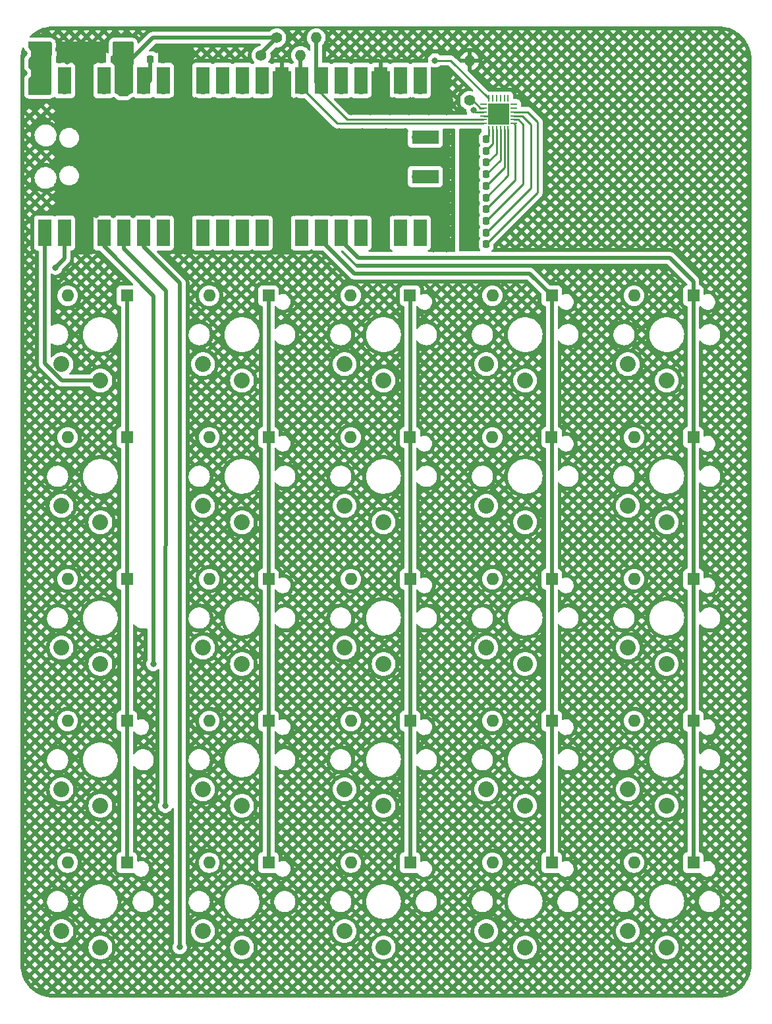
<source format=gbr>
%TF.GenerationSoftware,KiCad,Pcbnew,6.0.1-79c1e3a40b~116~ubuntu21.10.1*%
%TF.CreationDate,2022-03-13T19:18:55-06:00*%
%TF.ProjectId,Macropad,4d616372-6f70-4616-942e-6b696361645f,rev?*%
%TF.SameCoordinates,Original*%
%TF.FileFunction,Copper,L1,Top*%
%TF.FilePolarity,Positive*%
%FSLAX46Y46*%
G04 Gerber Fmt 4.6, Leading zero omitted, Abs format (unit mm)*
G04 Created by KiCad (PCBNEW 6.0.1-79c1e3a40b~116~ubuntu21.10.1) date 2022-03-13 19:18:55*
%MOMM*%
%LPD*%
G01*
G04 APERTURE LIST*
G04 Aperture macros list*
%AMRoundRect*
0 Rectangle with rounded corners*
0 $1 Rounding radius*
0 $2 $3 $4 $5 $6 $7 $8 $9 X,Y pos of 4 corners*
0 Add a 4 corners polygon primitive as box body*
4,1,4,$2,$3,$4,$5,$6,$7,$8,$9,$2,$3,0*
0 Add four circle primitives for the rounded corners*
1,1,$1+$1,$2,$3*
1,1,$1+$1,$4,$5*
1,1,$1+$1,$6,$7*
1,1,$1+$1,$8,$9*
0 Add four rect primitives between the rounded corners*
20,1,$1+$1,$2,$3,$4,$5,0*
20,1,$1+$1,$4,$5,$6,$7,0*
20,1,$1+$1,$6,$7,$8,$9,0*
20,1,$1+$1,$8,$9,$2,$3,0*%
G04 Aperture macros list end*
%TA.AperFunction,ComponentPad*%
%ADD10C,1.400000*%
%TD*%
%TA.AperFunction,ComponentPad*%
%ADD11O,1.400000X1.400000*%
%TD*%
%TA.AperFunction,SMDPad,CuDef*%
%ADD12R,2.700000X2.700000*%
%TD*%
%TA.AperFunction,SMDPad,CuDef*%
%ADD13RoundRect,0.062500X-0.062500X-0.350000X0.062500X-0.350000X0.062500X0.350000X-0.062500X0.350000X0*%
%TD*%
%TA.AperFunction,SMDPad,CuDef*%
%ADD14RoundRect,0.062500X-0.350000X-0.062500X0.350000X-0.062500X0.350000X0.062500X-0.350000X0.062500X0*%
%TD*%
%TA.AperFunction,SMDPad,CuDef*%
%ADD15RoundRect,0.218750X0.218750X0.256250X-0.218750X0.256250X-0.218750X-0.256250X0.218750X-0.256250X0*%
%TD*%
%TA.AperFunction,ComponentPad*%
%ADD16C,2.032000*%
%TD*%
%TA.AperFunction,SMDPad,CuDef*%
%ADD17RoundRect,0.225000X0.225000X0.250000X-0.225000X0.250000X-0.225000X-0.250000X0.225000X-0.250000X0*%
%TD*%
%TA.AperFunction,SMDPad,CuDef*%
%ADD18RoundRect,0.225000X-0.225000X-0.250000X0.225000X-0.250000X0.225000X0.250000X-0.225000X0.250000X0*%
%TD*%
%TA.AperFunction,ComponentPad*%
%ADD19R,1.600000X1.600000*%
%TD*%
%TA.AperFunction,ComponentPad*%
%ADD20O,1.600000X1.600000*%
%TD*%
%TA.AperFunction,SMDPad,CuDef*%
%ADD21R,1.700000X3.500000*%
%TD*%
%TA.AperFunction,ComponentPad*%
%ADD22O,1.700000X1.700000*%
%TD*%
%TA.AperFunction,ComponentPad*%
%ADD23R,1.700000X1.700000*%
%TD*%
%TA.AperFunction,SMDPad,CuDef*%
%ADD24R,3.500000X1.700000*%
%TD*%
%TA.AperFunction,ViaPad*%
%ADD25C,0.800000*%
%TD*%
%TA.AperFunction,Conductor*%
%ADD26C,0.254000*%
%TD*%
%TA.AperFunction,Conductor*%
%ADD27C,0.500000*%
%TD*%
%TA.AperFunction,Conductor*%
%ADD28C,0.250000*%
%TD*%
G04 APERTURE END LIST*
D10*
%TO.P,R3,1*%
%TO.N,Net-(R3-Pad1)*%
X130450000Y-41440000D03*
D11*
%TO.P,R3,2*%
%TO.N,GND*%
X130450000Y-36360000D03*
%TD*%
D12*
%TO.P,U2,25,GND*%
%TO.N,GND*%
X134160920Y-43150000D03*
D13*
%TO.P,U2,24,~{SDB}*%
%TO.N,/LED Matrix/~{SDB}*%
X132910920Y-41187500D03*
%TO.P,U2,23,OUT17*%
%TO.N,unconnected-(U2-Pad23)*%
X133410920Y-41187500D03*
%TO.P,U2,22,OUT16*%
%TO.N,unconnected-(U2-Pad22)*%
X133910920Y-41187500D03*
%TO.P,U2,21,OUT15*%
%TO.N,unconnected-(U2-Pad21)*%
X134410920Y-41187500D03*
%TO.P,U2,20,OUT14*%
%TO.N,unconnected-(U2-Pad20)*%
X134910920Y-41187500D03*
%TO.P,U2,19,OUT13*%
%TO.N,unconnected-(U2-Pad19)*%
X135410920Y-41187500D03*
D14*
%TO.P,U2,18,OUT12*%
%TO.N,unconnected-(U2-Pad18)*%
X136123420Y-41900000D03*
%TO.P,U2,17,OUT11*%
%TO.N,unconnected-(U2-Pad17)*%
X136123420Y-42400000D03*
%TO.P,U2,16,OUT10*%
%TO.N,Net-(D35-Pad1)*%
X136123420Y-42900000D03*
%TO.P,U2,15,OUT9*%
%TO.N,Net-(D34-Pad1)*%
X136123420Y-43400000D03*
%TO.P,U2,14,OUT8*%
%TO.N,Net-(D33-Pad1)*%
X136123420Y-43900000D03*
%TO.P,U2,13,OUT7*%
%TO.N,Net-(D32-Pad1)*%
X136123420Y-44400000D03*
D13*
%TO.P,U2,12,OUT6*%
%TO.N,Net-(D31-Pad1)*%
X135410920Y-45112500D03*
%TO.P,U2,11,OUT5*%
%TO.N,Net-(D30-Pad1)*%
X134910920Y-45112500D03*
%TO.P,U2,10,OUT4*%
%TO.N,Net-(D29-Pad1)*%
X134410920Y-45112500D03*
%TO.P,U2,9,OUT3*%
%TO.N,Net-(D28-Pad1)*%
X133910920Y-45112500D03*
%TO.P,U2,8,OUT2*%
%TO.N,Net-(D27-Pad1)*%
X133410920Y-45112500D03*
%TO.P,U2,7,OUT1*%
%TO.N,Net-(D26-Pad1)*%
X132910920Y-45112500D03*
D14*
%TO.P,U2,6,SCL*%
%TO.N,/LED Matrix/I2C1.SCL*%
X132198420Y-44400000D03*
%TO.P,U2,5,SDA*%
%TO.N,/LED Matrix/I2C1.SDA*%
X132198420Y-43900000D03*
%TO.P,U2,4,GND*%
%TO.N,GND*%
X132198420Y-43400000D03*
%TO.P,U2,3,VCC*%
%TO.N,VBUS*%
X132198420Y-42900000D03*
%TO.P,U2,2,R_EXT*%
%TO.N,Net-(R3-Pad1)*%
X132198420Y-42400000D03*
%TO.P,U2,1,OUT18*%
%TO.N,unconnected-(U2-Pad1)*%
X132198420Y-41900000D03*
%TD*%
D15*
%TO.P,D35,2,A*%
%TO.N,VBUS*%
X131012500Y-59900000D03*
%TO.P,D35,1,K*%
%TO.N,Net-(D35-Pad1)*%
X132587500Y-59900000D03*
%TD*%
%TO.P,D34,2,A*%
%TO.N,VBUS*%
X131012500Y-58400000D03*
%TO.P,D34,1,K*%
%TO.N,Net-(D34-Pad1)*%
X132587500Y-58400000D03*
%TD*%
%TO.P,D33,2,A*%
%TO.N,VBUS*%
X131012500Y-56900000D03*
%TO.P,D33,1,K*%
%TO.N,Net-(D33-Pad1)*%
X132587500Y-56900000D03*
%TD*%
%TO.P,D32,2,A*%
%TO.N,VBUS*%
X131000000Y-55400000D03*
%TO.P,D32,1,K*%
%TO.N,Net-(D32-Pad1)*%
X132575000Y-55400000D03*
%TD*%
%TO.P,D31,2,A*%
%TO.N,VBUS*%
X131012500Y-53900000D03*
%TO.P,D31,1,K*%
%TO.N,Net-(D31-Pad1)*%
X132587500Y-53900000D03*
%TD*%
%TO.P,D30,2,A*%
%TO.N,VBUS*%
X131012500Y-52400000D03*
%TO.P,D30,1,K*%
%TO.N,Net-(D30-Pad1)*%
X132587500Y-52400000D03*
%TD*%
%TO.P,D29,2,A*%
%TO.N,VBUS*%
X131012500Y-50900000D03*
%TO.P,D29,1,K*%
%TO.N,Net-(D29-Pad1)*%
X132587500Y-50900000D03*
%TD*%
%TO.P,D28,2,A*%
%TO.N,VBUS*%
X131012500Y-49400000D03*
%TO.P,D28,1,K*%
%TO.N,Net-(D28-Pad1)*%
X132587500Y-49400000D03*
%TD*%
%TO.P,D27,2,A*%
%TO.N,VBUS*%
X131012500Y-47900000D03*
%TO.P,D27,1,K*%
%TO.N,Net-(D27-Pad1)*%
X132587500Y-47900000D03*
%TD*%
%TO.P,D26,2,A*%
%TO.N,VBUS*%
X131012500Y-46400000D03*
%TO.P,D26,1,K*%
%TO.N,Net-(D26-Pad1)*%
X132587500Y-46400000D03*
%TD*%
D16*
%TO.P,SW14,1*%
%TO.N,/Key Matrix/ROW4*%
X119400000Y-132000000D03*
%TO.P,SW14,2*%
%TO.N,Net-(D14-Pad2)*%
X114400000Y-129900000D03*
%TD*%
D17*
%TO.P,C3,1*%
%TO.N,+3V3*%
X84725000Y-36150000D03*
%TO.P,C3,2*%
%TO.N,GND*%
X83175000Y-36150000D03*
%TD*%
D18*
%TO.P,C4,1*%
%TO.N,Net-(C4-Pad1)*%
X89425000Y-36150000D03*
%TO.P,C4,2*%
%TO.N,GND*%
X90975000Y-36150000D03*
%TD*%
D19*
%TO.P,D1,1,K*%
%TO.N,/Key Matrix/COL1*%
X86410000Y-66500000D03*
D20*
%TO.P,D1,2,A*%
%TO.N,Net-(D1-Pad2)*%
X78790000Y-66500000D03*
%TD*%
D19*
%TO.P,D9,1,K*%
%TO.N,/Key Matrix/COL2*%
X104600000Y-121100000D03*
D20*
%TO.P,D9,2,A*%
%TO.N,Net-(D9-Pad2)*%
X96980000Y-121100000D03*
%TD*%
D18*
%TO.P,C2,1*%
%TO.N,VBUS*%
X76175000Y-36150000D03*
%TO.P,C2,2*%
%TO.N,GND*%
X77725000Y-36150000D03*
%TD*%
D16*
%TO.P,SW18,1*%
%TO.N,/Key Matrix/ROW3*%
X137600000Y-113800000D03*
%TO.P,SW18,2*%
%TO.N,Net-(D18-Pad2)*%
X132600000Y-111700000D03*
%TD*%
D19*
%TO.P,D25,1,K*%
%TO.N,/Key Matrix/COL5*%
X159210000Y-139300000D03*
D20*
%TO.P,D25,2,A*%
%TO.N,Net-(D25-Pad2)*%
X151590000Y-139300000D03*
%TD*%
D19*
%TO.P,D2,1,K*%
%TO.N,/Key Matrix/COL1*%
X86400000Y-84700000D03*
D20*
%TO.P,D2,2,A*%
%TO.N,Net-(D2-Pad2)*%
X78780000Y-84700000D03*
%TD*%
D16*
%TO.P,SW20,1*%
%TO.N,/Key Matrix/ROW5*%
X137600000Y-150200000D03*
%TO.P,SW20,2*%
%TO.N,Net-(D20-Pad2)*%
X132600000Y-148100000D03*
%TD*%
%TO.P,SW24,1*%
%TO.N,/Key Matrix/ROW4*%
X155800000Y-132000000D03*
%TO.P,SW24,2*%
%TO.N,Net-(D24-Pad2)*%
X150800000Y-129900000D03*
%TD*%
%TO.P,SW5,1*%
%TO.N,/Key Matrix/ROW5*%
X83000000Y-150200000D03*
%TO.P,SW5,2*%
%TO.N,Net-(D5-Pad2)*%
X78000000Y-148100000D03*
%TD*%
D19*
%TO.P,D5,1,K*%
%TO.N,/Key Matrix/COL1*%
X86410000Y-139300000D03*
D20*
%TO.P,D5,2,A*%
%TO.N,Net-(D5-Pad2)*%
X78790000Y-139300000D03*
%TD*%
D19*
%TO.P,D7,1,K*%
%TO.N,/Key Matrix/COL2*%
X104610000Y-84700000D03*
D20*
%TO.P,D7,2,A*%
%TO.N,Net-(D7-Pad2)*%
X96990000Y-84700000D03*
%TD*%
D21*
%TO.P,U1,1,GPIO0*%
%TO.N,/Key Matrix/ROW1*%
X75820000Y-58440000D03*
D22*
X75820000Y-57540000D03*
D21*
%TO.P,U1,2,GPIO1*%
%TO.N,/Key Matrix/ROW2*%
X78360000Y-58440000D03*
D22*
X78360000Y-57540000D03*
D23*
%TO.P,U1,3,GND*%
%TO.N,GND*%
X80900000Y-57540000D03*
D21*
X80900000Y-58440000D03*
%TO.P,U1,4,GPIO2*%
%TO.N,/Key Matrix/ROW3*%
X83440000Y-58440000D03*
D22*
X83440000Y-57540000D03*
%TO.P,U1,5,GPIO3*%
%TO.N,/Key Matrix/ROW4*%
X85980000Y-57540000D03*
D21*
X85980000Y-58440000D03*
D22*
%TO.P,U1,6,GPIO4*%
%TO.N,/Key Matrix/ROW5*%
X88520000Y-57540000D03*
D21*
X88520000Y-58440000D03*
D22*
%TO.P,U1,7,GPIO5*%
%TO.N,/Key Matrix/ROW6*%
X91060000Y-57540000D03*
D21*
X91060000Y-58440000D03*
%TO.P,U1,8,GND*%
%TO.N,GND*%
X93600000Y-58440000D03*
D23*
X93600000Y-57540000D03*
D22*
%TO.P,U1,9,GPIO6*%
%TO.N,/Key Matrix/ROW7*%
X96140000Y-57540000D03*
D21*
X96140000Y-58440000D03*
D22*
%TO.P,U1,10,GPIO7*%
%TO.N,/Key Matrix/ROW8*%
X98680000Y-57540000D03*
D21*
X98680000Y-58440000D03*
%TO.P,U1,11,GPIO8*%
%TO.N,/Key Matrix/COL1*%
X101220000Y-58440000D03*
D22*
X101220000Y-57540000D03*
D21*
%TO.P,U1,12,GPIO9*%
%TO.N,/Key Matrix/COL2*%
X103760000Y-58440000D03*
D22*
X103760000Y-57540000D03*
D23*
%TO.P,U1,13,GND*%
%TO.N,GND*%
X106300000Y-57540000D03*
D21*
X106300000Y-58440000D03*
%TO.P,U1,14,GPIO10*%
%TO.N,/Key Matrix/COL3*%
X108840000Y-58440000D03*
D22*
X108840000Y-57540000D03*
%TO.P,U1,15,GPIO11*%
%TO.N,/Key Matrix/COL4*%
X111380000Y-57540000D03*
D21*
X111380000Y-58440000D03*
%TO.P,U1,16,GPIO12*%
%TO.N,/Key Matrix/COL5*%
X113920000Y-58440000D03*
D22*
X113920000Y-57540000D03*
D21*
%TO.P,U1,17,GPIO13*%
%TO.N,/Key Matrix/COL6*%
X116460000Y-58440000D03*
D22*
X116460000Y-57540000D03*
D21*
%TO.P,U1,18,GND*%
%TO.N,GND*%
X119000000Y-58440000D03*
D23*
X119000000Y-57540000D03*
D22*
%TO.P,U1,19,GPIO14*%
%TO.N,/Key Matrix/COL7*%
X121540000Y-57540000D03*
D21*
X121540000Y-58440000D03*
D22*
%TO.P,U1,20,GPIO15*%
%TO.N,/Key Matrix/COL8*%
X124080000Y-57540000D03*
D21*
X124080000Y-58440000D03*
%TO.P,U1,21,GPIO16*%
%TO.N,/Pico/SPI0.MISO*%
X124080000Y-38860000D03*
D22*
X124080000Y-39760000D03*
D21*
%TO.P,U1,22,GPIO17*%
%TO.N,/Pico/SPI0.B_CS*%
X121540000Y-38860000D03*
D22*
X121540000Y-39760000D03*
D23*
%TO.P,U1,23,GND*%
%TO.N,GND*%
X119000000Y-39760000D03*
D21*
X119000000Y-38860000D03*
%TO.P,U1,24,GPIO18*%
%TO.N,/Pico/SPI0.SCK*%
X116460000Y-38860000D03*
D22*
X116460000Y-39760000D03*
%TO.P,U1,25,GPIO19*%
%TO.N,/Pico/SPI0.MOSI*%
X113920000Y-39760000D03*
D21*
X113920000Y-38860000D03*
%TO.P,U1,26,GPIO20*%
%TO.N,/LED Matrix/I2C1.SDA*%
X111380000Y-38860000D03*
D22*
X111380000Y-39760000D03*
%TO.P,U1,27,GPIO21*%
%TO.N,/LED Matrix/I2C1.SCL*%
X108840000Y-39760000D03*
D21*
X108840000Y-38860000D03*
D23*
%TO.P,U1,28,GND*%
%TO.N,GND*%
X106300000Y-39760000D03*
D21*
X106300000Y-38860000D03*
D22*
%TO.P,U1,29,GPIO22*%
%TO.N,/LED Matrix/~{SDB}*%
X103760000Y-39760000D03*
D21*
X103760000Y-38860000D03*
D22*
%TO.P,U1,30,RUN*%
%TO.N,Net-(JP1-Pad2)*%
X101220000Y-39760000D03*
D21*
X101220000Y-38860000D03*
%TO.P,U1,31,GPIO26_ADC0*%
%TO.N,unconnected-(U1-Pad31)*%
X98680000Y-38860000D03*
D22*
X98680000Y-39760000D03*
D21*
%TO.P,U1,32,GPIO27_ADC1*%
%TO.N,unconnected-(U1-Pad32)*%
X96140000Y-38860000D03*
D22*
X96140000Y-39760000D03*
D21*
%TO.P,U1,33,AGND*%
%TO.N,GND*%
X93600000Y-38860000D03*
D23*
X93600000Y-39760000D03*
D21*
%TO.P,U1,34,GPIO28_ADC2*%
%TO.N,unconnected-(U1-Pad34)*%
X91060000Y-38860000D03*
D22*
X91060000Y-39760000D03*
D21*
%TO.P,U1,35,ADC_VREF*%
%TO.N,Net-(C4-Pad1)*%
X88520000Y-38860000D03*
D22*
X88520000Y-39760000D03*
D21*
%TO.P,U1,36,3V3*%
%TO.N,+3V3*%
X85980000Y-38860000D03*
D22*
X85980000Y-39760000D03*
%TO.P,U1,37,3V3_EN*%
%TO.N,Net-(JP2-Pad2)*%
X83440000Y-39760000D03*
D21*
X83440000Y-38860000D03*
D23*
%TO.P,U1,38,GND*%
%TO.N,GND*%
X80900000Y-39760000D03*
D21*
X80900000Y-38860000D03*
D22*
%TO.P,U1,39,VSYS*%
%TO.N,unconnected-(U1-Pad39)*%
X78360000Y-39760000D03*
D21*
X78360000Y-38860000D03*
%TO.P,U1,40,VBUS*%
%TO.N,VBUS*%
X75820000Y-38860000D03*
D22*
X75820000Y-39760000D03*
%TO.P,U1,41,SWCLK*%
%TO.N,unconnected-(U1-Pad41)*%
X123850000Y-51190000D03*
D24*
X124750000Y-51190000D03*
D23*
%TO.P,U1,42,GND*%
%TO.N,GND*%
X123850000Y-48650000D03*
D24*
X124750000Y-48650000D03*
D22*
%TO.P,U1,43,SWDIO*%
%TO.N,unconnected-(U1-Pad43)*%
X123850000Y-46110000D03*
D24*
X124750000Y-46110000D03*
%TD*%
D16*
%TO.P,SW16,1*%
%TO.N,/Key Matrix/ROW1*%
X137600000Y-77400000D03*
%TO.P,SW16,2*%
%TO.N,Net-(D16-Pad2)*%
X132600000Y-75300000D03*
%TD*%
%TO.P,SW25,1*%
%TO.N,/Key Matrix/ROW5*%
X155800000Y-150200000D03*
%TO.P,SW25,2*%
%TO.N,Net-(D25-Pad2)*%
X150800000Y-148100000D03*
%TD*%
D19*
%TO.P,D16,1,K*%
%TO.N,/Key Matrix/COL4*%
X141010000Y-66500000D03*
D20*
%TO.P,D16,2,A*%
%TO.N,Net-(D16-Pad2)*%
X133390000Y-66500000D03*
%TD*%
D16*
%TO.P,SW13,1*%
%TO.N,/Key Matrix/ROW3*%
X119400000Y-113800000D03*
%TO.P,SW13,2*%
%TO.N,Net-(D13-Pad2)*%
X114400000Y-111700000D03*
%TD*%
%TO.P,SW9,1*%
%TO.N,/Key Matrix/ROW4*%
X101200000Y-132000000D03*
%TO.P,SW9,2*%
%TO.N,Net-(D9-Pad2)*%
X96200000Y-129900000D03*
%TD*%
D19*
%TO.P,D4,1,K*%
%TO.N,/Key Matrix/COL1*%
X86410000Y-121100000D03*
D20*
%TO.P,D4,2,A*%
%TO.N,Net-(D4-Pad2)*%
X78790000Y-121100000D03*
%TD*%
D16*
%TO.P,SW19,1*%
%TO.N,/Key Matrix/ROW4*%
X137600000Y-132000000D03*
%TO.P,SW19,2*%
%TO.N,Net-(D19-Pad2)*%
X132600000Y-129900000D03*
%TD*%
D19*
%TO.P,D19,1,K*%
%TO.N,/Key Matrix/COL4*%
X141010000Y-121100000D03*
D20*
%TO.P,D19,2,A*%
%TO.N,Net-(D19-Pad2)*%
X133390000Y-121100000D03*
%TD*%
D19*
%TO.P,D10,1,K*%
%TO.N,/Key Matrix/COL2*%
X104610000Y-139300000D03*
D20*
%TO.P,D10,2,A*%
%TO.N,Net-(D10-Pad2)*%
X96990000Y-139300000D03*
%TD*%
D19*
%TO.P,D21,1,K*%
%TO.N,/Key Matrix/COL5*%
X159210000Y-66500000D03*
D20*
%TO.P,D21,2,A*%
%TO.N,Net-(D21-Pad2)*%
X151590000Y-66500000D03*
%TD*%
D19*
%TO.P,D15,1,K*%
%TO.N,/Key Matrix/COL3*%
X122810000Y-139300000D03*
D20*
%TO.P,D15,2,A*%
%TO.N,Net-(D15-Pad2)*%
X115190000Y-139300000D03*
%TD*%
D16*
%TO.P,SW10,1*%
%TO.N,/Key Matrix/ROW5*%
X101200000Y-150200000D03*
%TO.P,SW10,2*%
%TO.N,Net-(D10-Pad2)*%
X96200000Y-148100000D03*
%TD*%
%TO.P,SW6,1*%
%TO.N,/Key Matrix/ROW1*%
X101200000Y-77400000D03*
%TO.P,SW6,2*%
%TO.N,Net-(D6-Pad2)*%
X96200000Y-75300000D03*
%TD*%
D19*
%TO.P,D24,1,K*%
%TO.N,/Key Matrix/COL5*%
X159210000Y-121100000D03*
D20*
%TO.P,D24,2,A*%
%TO.N,Net-(D24-Pad2)*%
X151590000Y-121100000D03*
%TD*%
D16*
%TO.P,SW15,1*%
%TO.N,/Key Matrix/ROW5*%
X119400000Y-150200000D03*
%TO.P,SW15,2*%
%TO.N,Net-(D15-Pad2)*%
X114400000Y-148100000D03*
%TD*%
%TO.P,SW7,1*%
%TO.N,/Key Matrix/ROW2*%
X101200000Y-95600000D03*
%TO.P,SW7,2*%
%TO.N,Net-(D7-Pad2)*%
X96200000Y-93500000D03*
%TD*%
%TO.P,SW11,1*%
%TO.N,/Key Matrix/ROW1*%
X119400000Y-77400000D03*
%TO.P,SW11,2*%
%TO.N,Net-(D11-Pad2)*%
X114400000Y-75300000D03*
%TD*%
%TO.P,SW3,1*%
%TO.N,/Key Matrix/ROW3*%
X83000000Y-113800000D03*
%TO.P,SW3,2*%
%TO.N,Net-(D3-Pad2)*%
X78000000Y-111700000D03*
%TD*%
%TO.P,SW8,1*%
%TO.N,/Key Matrix/ROW3*%
X101200000Y-113800000D03*
%TO.P,SW8,2*%
%TO.N,Net-(D8-Pad2)*%
X96200000Y-111700000D03*
%TD*%
D19*
%TO.P,D13,1,K*%
%TO.N,/Key Matrix/COL3*%
X122810000Y-102900000D03*
D20*
%TO.P,D13,2,A*%
%TO.N,Net-(D13-Pad2)*%
X115190000Y-102900000D03*
%TD*%
D16*
%TO.P,SW21,1*%
%TO.N,/Key Matrix/ROW1*%
X155800000Y-77400000D03*
%TO.P,SW21,2*%
%TO.N,Net-(D21-Pad2)*%
X150800000Y-75300000D03*
%TD*%
%TO.P,SW22,1*%
%TO.N,/Key Matrix/ROW2*%
X155800000Y-95600000D03*
%TO.P,SW22,2*%
%TO.N,Net-(D22-Pad2)*%
X150800000Y-93500000D03*
%TD*%
%TO.P,SW2,1*%
%TO.N,/Key Matrix/ROW2*%
X83000000Y-95600000D03*
%TO.P,SW2,2*%
%TO.N,Net-(D2-Pad2)*%
X78000000Y-93500000D03*
%TD*%
D19*
%TO.P,D17,1,K*%
%TO.N,/Key Matrix/COL4*%
X141000000Y-84700000D03*
D20*
%TO.P,D17,2,A*%
%TO.N,Net-(D17-Pad2)*%
X133380000Y-84700000D03*
%TD*%
D16*
%TO.P,SW23,1*%
%TO.N,/Key Matrix/ROW3*%
X155800000Y-113800000D03*
%TO.P,SW23,2*%
%TO.N,Net-(D23-Pad2)*%
X150800000Y-111700000D03*
%TD*%
D19*
%TO.P,D11,1,K*%
%TO.N,/Key Matrix/COL3*%
X122800000Y-66500000D03*
D20*
%TO.P,D11,2,A*%
%TO.N,Net-(D11-Pad2)*%
X115180000Y-66500000D03*
%TD*%
D16*
%TO.P,SW12,1*%
%TO.N,/Key Matrix/ROW2*%
X119400000Y-95600000D03*
%TO.P,SW12,2*%
%TO.N,Net-(D12-Pad2)*%
X114400000Y-93500000D03*
%TD*%
%TO.P,SW17,1*%
%TO.N,/Key Matrix/ROW2*%
X137600000Y-95600000D03*
%TO.P,SW17,2*%
%TO.N,Net-(D17-Pad2)*%
X132600000Y-93500000D03*
%TD*%
D19*
%TO.P,D3,1,K*%
%TO.N,/Key Matrix/COL1*%
X86410000Y-102900000D03*
D20*
%TO.P,D3,2,A*%
%TO.N,Net-(D3-Pad2)*%
X78790000Y-102900000D03*
%TD*%
D16*
%TO.P,SW4,1*%
%TO.N,/Key Matrix/ROW4*%
X83000000Y-132000000D03*
%TO.P,SW4,2*%
%TO.N,Net-(D4-Pad2)*%
X78000000Y-129900000D03*
%TD*%
D10*
%TO.P,R2,1*%
%TO.N,+3V3*%
X103660000Y-35650000D03*
D11*
%TO.P,R2,2*%
%TO.N,/LED Matrix/I2C1.SCL*%
X108740000Y-35650000D03*
%TD*%
D19*
%TO.P,D8,1,K*%
%TO.N,/Key Matrix/COL2*%
X104610000Y-102900000D03*
D20*
%TO.P,D8,2,A*%
%TO.N,Net-(D8-Pad2)*%
X96990000Y-102900000D03*
%TD*%
D19*
%TO.P,D23,1,K*%
%TO.N,/Key Matrix/COL5*%
X159210000Y-102900000D03*
D20*
%TO.P,D23,2,A*%
%TO.N,Net-(D23-Pad2)*%
X151590000Y-102900000D03*
%TD*%
D19*
%TO.P,D6,1,K*%
%TO.N,/Key Matrix/COL2*%
X104610000Y-66500000D03*
D20*
%TO.P,D6,2,A*%
%TO.N,Net-(D6-Pad2)*%
X96990000Y-66500000D03*
%TD*%
D19*
%TO.P,D18,1,K*%
%TO.N,/Key Matrix/COL4*%
X141010000Y-102900000D03*
D20*
%TO.P,D18,2,A*%
%TO.N,Net-(D18-Pad2)*%
X133390000Y-102900000D03*
%TD*%
D10*
%TO.P,R1,1*%
%TO.N,+3V3*%
X105660000Y-33400000D03*
D11*
%TO.P,R1,2*%
%TO.N,/LED Matrix/I2C1.SDA*%
X110740000Y-33400000D03*
%TD*%
D19*
%TO.P,D20,1,K*%
%TO.N,/Key Matrix/COL4*%
X141010000Y-139300000D03*
D20*
%TO.P,D20,2,A*%
%TO.N,Net-(D20-Pad2)*%
X133390000Y-139300000D03*
%TD*%
D19*
%TO.P,D12,1,K*%
%TO.N,/Key Matrix/COL3*%
X122800000Y-84700000D03*
D20*
%TO.P,D12,2,A*%
%TO.N,Net-(D12-Pad2)*%
X115180000Y-84700000D03*
%TD*%
D19*
%TO.P,D14,1,K*%
%TO.N,/Key Matrix/COL3*%
X122810000Y-121100000D03*
D20*
%TO.P,D14,2,A*%
%TO.N,Net-(D14-Pad2)*%
X115190000Y-121100000D03*
%TD*%
D16*
%TO.P,SW1,1*%
%TO.N,/Key Matrix/ROW1*%
X83000000Y-77400000D03*
%TO.P,SW1,2*%
%TO.N,Net-(D1-Pad2)*%
X78000000Y-75300000D03*
%TD*%
D19*
%TO.P,D22,1,K*%
%TO.N,/Key Matrix/COL5*%
X159210000Y-84700000D03*
D20*
%TO.P,D22,2,A*%
%TO.N,Net-(D22-Pad2)*%
X151590000Y-84700000D03*
%TD*%
D25*
%TO.N,/Key Matrix/ROW5*%
X93200000Y-150150000D03*
%TO.N,GND*%
X127500000Y-41400000D03*
X127500000Y-38000000D03*
X125900000Y-38000000D03*
X127500000Y-60500000D03*
X125800000Y-60500000D03*
%TO.N,/LED Matrix/~{SDB}*%
X126000000Y-36300000D03*
%TO.N,VBUS*%
X129700000Y-59900000D03*
X129700000Y-58400000D03*
X129700000Y-56900000D03*
X129700000Y-55400000D03*
X129700000Y-53900000D03*
X129700000Y-52400000D03*
X129700000Y-50900000D03*
X129700000Y-49400000D03*
X129700000Y-47900000D03*
X129700000Y-46300000D03*
%TO.N,GND*%
X122950000Y-55900000D03*
X120700000Y-55900000D03*
X117450000Y-55900000D03*
X115200000Y-55900000D03*
X112700000Y-55900000D03*
X110200000Y-55900000D03*
X107950000Y-55900000D03*
X104700000Y-55900000D03*
X102450000Y-55900000D03*
X99950000Y-55900000D03*
X97450000Y-55900000D03*
X95200000Y-55900000D03*
X91950000Y-55900000D03*
X89700000Y-56150000D03*
X87200000Y-56150000D03*
X84700000Y-56150000D03*
X82450000Y-56150000D03*
X80950000Y-55400000D03*
X121700000Y-48650000D03*
X122200000Y-45400000D03*
X119700000Y-45400000D03*
X116700000Y-45400000D03*
X113700000Y-45400000D03*
X111200000Y-45400000D03*
X108200000Y-45400000D03*
X105200000Y-45400000D03*
X102200000Y-45400000D03*
X99200000Y-45400000D03*
X96200000Y-45400000D03*
X93200000Y-45400000D03*
X90200000Y-45400000D03*
X87200000Y-45400000D03*
X84200000Y-45400000D03*
X80700000Y-45400000D03*
X125700000Y-41400000D03*
X123200000Y-41400000D03*
X120700000Y-41400000D03*
X117700000Y-41400000D03*
X115200000Y-41400000D03*
X127500000Y-42900000D03*
X125200000Y-42900000D03*
X122700000Y-42900000D03*
X120200000Y-42900000D03*
X117700000Y-42900000D03*
X115200000Y-42900000D03*
X107200000Y-42900000D03*
X109700000Y-42400000D03*
X108200000Y-41400000D03*
X106200000Y-41400000D03*
X100200000Y-41400000D03*
X97700000Y-41400000D03*
X95200000Y-41400000D03*
X92200000Y-41400000D03*
X89700000Y-41400000D03*
X87200000Y-41400000D03*
X84700000Y-41400000D03*
X100200000Y-42900000D03*
X97200000Y-42900000D03*
X94200000Y-42900000D03*
X91200000Y-42900000D03*
X88200000Y-42900000D03*
X85200000Y-42900000D03*
X134950000Y-43900000D03*
X133450000Y-43900000D03*
X134950000Y-42400000D03*
X133450000Y-42400000D03*
%TO.N,VBUS*%
X130950000Y-42650000D03*
%TO.N,GND*%
X80200000Y-42650000D03*
X80200000Y-41400000D03*
X75450000Y-44150000D03*
X74450000Y-41900000D03*
X73200000Y-41900000D03*
X73200000Y-37900000D03*
X73200000Y-35400000D03*
X91950000Y-36150000D03*
X82200000Y-36400000D03*
X78700000Y-36400000D03*
%TO.N,/Key Matrix/ROW2*%
X77200000Y-62900000D03*
%TO.N,/Key Matrix/ROW3*%
X89800000Y-113800000D03*
%TO.N,/Key Matrix/ROW4*%
X91350000Y-132000000D03*
%TD*%
D26*
%TO.N,Net-(D28-Pad1)*%
X133910920Y-45112500D02*
X133910920Y-48226580D01*
X133910920Y-48226580D02*
X132737500Y-49400000D01*
D27*
%TO.N,/Key Matrix/ROW5*%
X93200000Y-146650000D02*
X93200000Y-150150000D01*
D26*
%TO.N,/LED Matrix/~{SDB}*%
X132910920Y-41187500D02*
X128023420Y-36300000D01*
X128023420Y-36300000D02*
X126000000Y-36300000D01*
%TO.N,Net-(D35-Pad1)*%
X136123420Y-42900000D02*
X137900000Y-42900000D01*
X137900000Y-42900000D02*
X139200000Y-44200000D01*
X139200000Y-53287500D02*
X132587500Y-59900000D01*
X139200000Y-44200000D02*
X139200000Y-53287500D01*
%TO.N,Net-(D34-Pad1)*%
X132587500Y-58400000D02*
X138300000Y-52687500D01*
X138300000Y-52687500D02*
X138300000Y-44500000D01*
X138300000Y-44500000D02*
X137200000Y-43400000D01*
X137200000Y-43400000D02*
X136123420Y-43400000D01*
%TO.N,Net-(D33-Pad1)*%
X136123420Y-43900000D02*
X136700000Y-43900000D01*
X137300000Y-52187500D02*
X132587500Y-56900000D01*
X136700000Y-43900000D02*
X137300000Y-44500000D01*
X137300000Y-44500000D02*
X137300000Y-52187500D01*
%TO.N,Net-(D32-Pad1)*%
X132575000Y-55400000D02*
X136300000Y-51675000D01*
X136300000Y-51675000D02*
X136300000Y-44576580D01*
X136300000Y-44576580D02*
X136123420Y-44400000D01*
%TO.N,Net-(D31-Pad1)*%
X135410920Y-45112500D02*
X135410920Y-51076580D01*
X135410920Y-51076580D02*
X132587500Y-53900000D01*
%TO.N,Net-(D30-Pad1)*%
X134910920Y-45112500D02*
X134910920Y-50076580D01*
X134910920Y-50076580D02*
X132587500Y-52400000D01*
%TO.N,Net-(D29-Pad1)*%
X134410920Y-45112500D02*
X134410920Y-49076580D01*
X134410920Y-49076580D02*
X132587500Y-50900000D01*
%TO.N,Net-(D27-Pad1)*%
X133410920Y-45112500D02*
X133410920Y-46976580D01*
X133410920Y-46976580D02*
X132487500Y-47900000D01*
%TO.N,Net-(D26-Pad1)*%
X132910920Y-45112500D02*
X132910920Y-45976580D01*
X132910920Y-45976580D02*
X132487500Y-46400000D01*
%TO.N,GND*%
X132198420Y-43400000D02*
X133910920Y-43400000D01*
X133910920Y-43400000D02*
X134160920Y-43150000D01*
D28*
%TO.N,Net-(R3-Pad1)*%
X130450000Y-41440000D02*
X130845908Y-41440000D01*
X130845908Y-41440000D02*
X131805908Y-42400000D01*
X131805908Y-42400000D02*
X132198420Y-42400000D01*
D26*
%TO.N,VBUS*%
X131200000Y-42900000D02*
X130950000Y-42650000D01*
X132198420Y-42900000D02*
X131200000Y-42900000D01*
%TO.N,/LED Matrix/I2C1.SCL*%
X108840000Y-39760000D02*
X113480000Y-44400000D01*
X113480000Y-44400000D02*
X132198420Y-44400000D01*
%TO.N,/LED Matrix/I2C1.SDA*%
X111380000Y-40580000D02*
X111380000Y-39760000D01*
X114700000Y-43900000D02*
X111380000Y-40580000D01*
X132198420Y-43900000D02*
X114700000Y-43900000D01*
D27*
%TO.N,+3V3*%
X85980000Y-39760000D02*
X85980000Y-37120000D01*
X85980000Y-37120000D02*
X89700000Y-33400000D01*
X89700000Y-33400000D02*
X105660000Y-33400000D01*
%TO.N,VBUS*%
X76175000Y-36150000D02*
X76175000Y-39405000D01*
X76175000Y-39405000D02*
X75820000Y-39760000D01*
%TO.N,Net-(C4-Pad1)*%
X89425000Y-36150000D02*
X89425000Y-38855000D01*
X89425000Y-38855000D02*
X88520000Y-39760000D01*
%TO.N,+3V3*%
X103660000Y-35650000D02*
X103660000Y-35400000D01*
X103660000Y-35400000D02*
X105660000Y-33400000D01*
%TO.N,/Key Matrix/COL1*%
X86400000Y-102890000D02*
X86410000Y-102900000D01*
X86400000Y-66510000D02*
X86400000Y-84700000D01*
X86410000Y-66500000D02*
X86400000Y-66510000D01*
X86410000Y-102900000D02*
X86410000Y-109940000D01*
X86450000Y-127650000D02*
X86410000Y-127610000D01*
X86410000Y-127610000D02*
X86410000Y-139300000D01*
X86410000Y-109940000D02*
X86410000Y-127610000D01*
X86400000Y-84700000D02*
X86400000Y-102890000D01*
%TO.N,/Key Matrix/COL2*%
X104610000Y-139300000D02*
X104610000Y-66500000D01*
%TO.N,/Key Matrix/COL3*%
X122810000Y-139300000D02*
X122810000Y-66510000D01*
X122810000Y-66510000D02*
X122800000Y-66500000D01*
%TO.N,/Key Matrix/COL4*%
X115630978Y-63650000D02*
X138160000Y-63650000D01*
X111380000Y-57540000D02*
X111380000Y-59399022D01*
X141010000Y-66500000D02*
X141010000Y-139300000D01*
X111380000Y-59399022D02*
X115630978Y-63650000D01*
X138160000Y-63650000D02*
X141010000Y-66500000D01*
%TO.N,/Key Matrix/COL5*%
X113920000Y-59399022D02*
X116170978Y-61650000D01*
X159210000Y-64660000D02*
X159210000Y-66500000D01*
X159210000Y-139300000D02*
X159210000Y-66500000D01*
X116170978Y-61650000D02*
X156200000Y-61650000D01*
X156200000Y-61650000D02*
X159210000Y-64660000D01*
X113920000Y-57540000D02*
X113920000Y-59399022D01*
%TO.N,/LED Matrix/I2C1.SDA*%
X110740000Y-33400000D02*
X110740000Y-39120000D01*
X110740000Y-39120000D02*
X111380000Y-39760000D01*
%TO.N,/LED Matrix/I2C1.SCL*%
X108740000Y-35650000D02*
X108740000Y-39660000D01*
X108740000Y-39660000D02*
X108840000Y-39760000D01*
%TO.N,/Key Matrix/ROW1*%
X75820000Y-57540000D02*
X75820000Y-75192547D01*
X78027453Y-77400000D02*
X83000000Y-77400000D01*
X75820000Y-75192547D02*
X78027453Y-77400000D01*
%TO.N,/Key Matrix/ROW2*%
X78360000Y-61740000D02*
X77200000Y-62900000D01*
X78360000Y-57540000D02*
X78360000Y-61740000D01*
%TO.N,/Key Matrix/ROW3*%
X89850421Y-109249579D02*
X89850421Y-109999579D01*
X89800000Y-113800000D02*
X89800000Y-109300000D01*
X83440000Y-57540000D02*
X83440000Y-60140000D01*
X89850421Y-66550421D02*
X89850421Y-109249579D01*
X89800000Y-109300000D02*
X89850421Y-109249579D01*
X83440000Y-60140000D02*
X89850421Y-66550421D01*
%TO.N,/Key Matrix/ROW4*%
X91450000Y-65900000D02*
X91350000Y-132000000D01*
X85980000Y-57540000D02*
X85980000Y-60430000D01*
X85980000Y-60430000D02*
X91450000Y-65900000D01*
%TO.N,/Key Matrix/ROW5*%
X93200000Y-64900000D02*
X93200000Y-146650000D01*
X88520000Y-57540000D02*
X88520000Y-60220000D01*
X88520000Y-60220000D02*
X93200000Y-64900000D01*
%TD*%
%TA.AperFunction,Conductor*%
%TO.N,GND*%
G36*
X83700000Y-36601500D02*
G01*
X82541866Y-36601500D01*
X82479684Y-36608255D01*
X82343295Y-36659385D01*
X82226739Y-36746739D01*
X82139385Y-36863295D01*
X82088255Y-36999684D01*
X82081500Y-37061866D01*
X82081500Y-39680219D01*
X82080787Y-39693607D01*
X82077251Y-39726695D01*
X82077548Y-39731848D01*
X82077548Y-39731851D01*
X82081291Y-39796763D01*
X82081500Y-39804016D01*
X82081500Y-40658134D01*
X82088255Y-40720316D01*
X82139385Y-40856705D01*
X82171833Y-40900000D01*
X79628167Y-40900000D01*
X79655229Y-40863891D01*
X79660615Y-40856705D01*
X79711745Y-40720316D01*
X79718500Y-40658134D01*
X79718500Y-39857856D01*
X79719578Y-39841409D01*
X79721092Y-39829908D01*
X79721529Y-39826590D01*
X79723156Y-39760000D01*
X79718924Y-39708524D01*
X79718500Y-39698200D01*
X79718500Y-37061866D01*
X79711745Y-36999684D01*
X79660615Y-36863295D01*
X79573261Y-36746739D01*
X79456705Y-36659385D01*
X79320316Y-36608255D01*
X79258134Y-36601500D01*
X77461866Y-36601500D01*
X77400000Y-36608221D01*
X77400000Y-33900000D01*
X83700000Y-33900000D01*
X83700000Y-36601500D01*
G37*
%TD.AperFunction*%
%TD*%
%TA.AperFunction,Conductor*%
%TO.N,VBUS*%
G36*
X76689311Y-33920002D02*
G01*
X76735804Y-33973658D01*
X76747159Y-34028779D01*
X76602718Y-40576779D01*
X76581219Y-40644442D01*
X76526551Y-40689740D01*
X76476749Y-40700000D01*
X73826000Y-40700000D01*
X73757879Y-40679998D01*
X73711386Y-40626342D01*
X73700000Y-40574000D01*
X73700000Y-38723896D01*
X73720002Y-38655775D01*
X73751939Y-38621960D01*
X73805909Y-38582749D01*
X73805911Y-38582747D01*
X73811253Y-38578866D01*
X73939040Y-38436944D01*
X74034527Y-38271556D01*
X74093542Y-38089928D01*
X74113504Y-37900000D01*
X74093542Y-37710072D01*
X74034527Y-37528444D01*
X73939040Y-37363056D01*
X73811253Y-37221134D01*
X73751938Y-37178039D01*
X73708585Y-37121818D01*
X73700000Y-37076104D01*
X73700000Y-36223896D01*
X73720002Y-36155775D01*
X73751939Y-36121960D01*
X73805909Y-36082749D01*
X73805911Y-36082747D01*
X73811253Y-36078866D01*
X73939040Y-35936944D01*
X74034527Y-35771556D01*
X74093542Y-35589928D01*
X74113504Y-35400000D01*
X74093542Y-35210072D01*
X74034527Y-35028444D01*
X73939040Y-34863056D01*
X73811253Y-34721134D01*
X73751938Y-34678039D01*
X73708585Y-34621818D01*
X73700000Y-34576104D01*
X73700000Y-34026000D01*
X73720002Y-33957879D01*
X73773658Y-33911386D01*
X73826000Y-33900000D01*
X76621190Y-33900000D01*
X76689311Y-33920002D01*
G37*
%TD.AperFunction*%
%TD*%
%TA.AperFunction,Conductor*%
%TO.N,+3V3*%
G36*
X87223566Y-33917313D02*
G01*
X87248876Y-33961150D01*
X87250000Y-33974000D01*
X87250000Y-36797793D01*
X87235215Y-36842172D01*
X87222551Y-36859070D01*
X87219385Y-36863295D01*
X87168255Y-36999684D01*
X87161500Y-37061866D01*
X87161500Y-39682993D01*
X87161081Y-39690856D01*
X87157251Y-39726695D01*
X87157426Y-39729730D01*
X87161377Y-39798255D01*
X87161500Y-39802515D01*
X87161500Y-40419463D01*
X87144187Y-40467029D01*
X87102885Y-40491846D01*
X86921507Y-40530399D01*
X86921504Y-40530400D01*
X86917712Y-40531206D01*
X86743248Y-40608882D01*
X86740106Y-40611165D01*
X86740104Y-40611166D01*
X86591885Y-40718854D01*
X86588747Y-40721134D01*
X86460960Y-40863056D01*
X86459020Y-40866416D01*
X86456784Y-40869494D01*
X86414820Y-40897801D01*
X86396915Y-40900000D01*
X85503085Y-40900000D01*
X85455519Y-40882687D01*
X85443216Y-40869494D01*
X85440980Y-40866416D01*
X85439040Y-40863056D01*
X85311253Y-40721134D01*
X85308115Y-40718854D01*
X85159896Y-40611166D01*
X85159894Y-40611165D01*
X85156752Y-40608882D01*
X84982288Y-40531206D01*
X84857114Y-40504599D01*
X84814187Y-40477775D01*
X84798500Y-40432216D01*
X84798500Y-39854448D01*
X84799133Y-39844789D01*
X84801272Y-39828544D01*
X84801272Y-39828539D01*
X84801529Y-39826590D01*
X84803156Y-39760000D01*
X84798749Y-39706395D01*
X84798500Y-39700333D01*
X84798500Y-37061866D01*
X84791745Y-36999684D01*
X84740615Y-36863295D01*
X84653261Y-36746739D01*
X84629620Y-36729021D01*
X84601940Y-36686641D01*
X84600000Y-36669806D01*
X84600000Y-33974000D01*
X84617313Y-33926434D01*
X84661150Y-33901124D01*
X84674000Y-33900000D01*
X87176000Y-33900000D01*
X87223566Y-33917313D01*
G37*
%TD.AperFunction*%
%TD*%
%TA.AperFunction,Conductor*%
%TO.N,GND*%
G36*
X114162728Y-60718502D02*
G01*
X114183702Y-60735405D01*
X114348297Y-60900000D01*
X113959830Y-60900000D01*
X113933228Y-60851283D01*
X113938293Y-60780468D01*
X113980840Y-60723632D01*
X114047360Y-60698821D01*
X114056349Y-60698500D01*
X114094607Y-60698500D01*
X114162728Y-60718502D01*
G37*
%TD.AperFunction*%
%TA.AperFunction,Conductor*%
G36*
X107481500Y-39680219D02*
G01*
X107480787Y-39693607D01*
X107477251Y-39726695D01*
X107477548Y-39731848D01*
X107477548Y-39731851D01*
X107481291Y-39796763D01*
X107481500Y-39804016D01*
X107481500Y-40658134D01*
X107488255Y-40720316D01*
X107539385Y-40856705D01*
X107626739Y-40973261D01*
X107743295Y-41060615D01*
X107879684Y-41111745D01*
X107941866Y-41118500D01*
X108810826Y-41118500D01*
X108815443Y-41118585D01*
X108896673Y-41121564D01*
X108896677Y-41121564D01*
X108901837Y-41121753D01*
X108906957Y-41121097D01*
X108906959Y-41121097D01*
X108919261Y-41119521D01*
X108935271Y-41118500D01*
X109247578Y-41118500D01*
X109315699Y-41138502D01*
X109336673Y-41155405D01*
X112974750Y-44793483D01*
X112982326Y-44801809D01*
X112986447Y-44808303D01*
X112992222Y-44813726D01*
X113036265Y-44855085D01*
X113039107Y-44857840D01*
X113058906Y-44877639D01*
X113062031Y-44880063D01*
X113062040Y-44880071D01*
X113062126Y-44880137D01*
X113071151Y-44887845D01*
X113103494Y-44918217D01*
X113110438Y-44922035D01*
X113110440Y-44922036D01*
X113121329Y-44928022D01*
X113137847Y-44938873D01*
X113153933Y-44951350D01*
X113194666Y-44968976D01*
X113205314Y-44974193D01*
X113244197Y-44995569D01*
X113251872Y-44997540D01*
X113251878Y-44997542D01*
X113263911Y-45000631D01*
X113282613Y-45007034D01*
X113301292Y-45015117D01*
X113334818Y-45020427D01*
X113345127Y-45022060D01*
X113356740Y-45024465D01*
X113399718Y-45035500D01*
X113420065Y-45035500D01*
X113439777Y-45037051D01*
X113459879Y-45040235D01*
X113467771Y-45039489D01*
X113504056Y-45036059D01*
X113515914Y-45035500D01*
X122370230Y-45035500D01*
X122438351Y-45055502D01*
X122484844Y-45109158D01*
X122495493Y-45175107D01*
X122491500Y-45211866D01*
X122491500Y-46030219D01*
X122490787Y-46043607D01*
X122487251Y-46076695D01*
X122487548Y-46081848D01*
X122487548Y-46081851D01*
X122491291Y-46146763D01*
X122491500Y-46154016D01*
X122491500Y-47008134D01*
X122498255Y-47070316D01*
X122549385Y-47206705D01*
X122636739Y-47323261D01*
X122753295Y-47410615D01*
X122889684Y-47461745D01*
X122951866Y-47468500D01*
X123820826Y-47468500D01*
X123825443Y-47468585D01*
X123906673Y-47471564D01*
X123906677Y-47471564D01*
X123911837Y-47471753D01*
X123916957Y-47471097D01*
X123916959Y-47471097D01*
X123929261Y-47469521D01*
X123945271Y-47468500D01*
X126548134Y-47468500D01*
X126610316Y-47461745D01*
X126746705Y-47410615D01*
X126863261Y-47323261D01*
X126950615Y-47206705D01*
X127001745Y-47070316D01*
X127008500Y-47008134D01*
X127008500Y-45211866D01*
X127004507Y-45175107D01*
X127017035Y-45105225D01*
X127065356Y-45053209D01*
X127129770Y-45035500D01*
X127950000Y-45035500D01*
X127950000Y-60891500D01*
X125202521Y-60891500D01*
X125134400Y-60871498D01*
X125087907Y-60817842D01*
X125077803Y-60747568D01*
X125107297Y-60682988D01*
X125158292Y-60647518D01*
X125168295Y-60643768D01*
X125168296Y-60643767D01*
X125176705Y-60640615D01*
X125293261Y-60553261D01*
X125380615Y-60436705D01*
X125431745Y-60300316D01*
X125438500Y-60238134D01*
X125438500Y-57637856D01*
X125439578Y-57621409D01*
X125441092Y-57609908D01*
X125441529Y-57606590D01*
X125443156Y-57540000D01*
X125438924Y-57488524D01*
X125438500Y-57478200D01*
X125438500Y-56641866D01*
X125431745Y-56579684D01*
X125380615Y-56443295D01*
X125293261Y-56326739D01*
X125176705Y-56239385D01*
X125040316Y-56188255D01*
X124978134Y-56181500D01*
X124094985Y-56181500D01*
X124093446Y-56181491D01*
X123990081Y-56180228D01*
X123990079Y-56180228D01*
X123984911Y-56180165D01*
X123979797Y-56180948D01*
X123976289Y-56181193D01*
X123967496Y-56181500D01*
X123181866Y-56181500D01*
X123119684Y-56188255D01*
X122983295Y-56239385D01*
X122885565Y-56312630D01*
X122819059Y-56337478D01*
X122749676Y-56322425D01*
X122734435Y-56312630D01*
X122636705Y-56239385D01*
X122500316Y-56188255D01*
X122438134Y-56181500D01*
X121554985Y-56181500D01*
X121553446Y-56181491D01*
X121450081Y-56180228D01*
X121450079Y-56180228D01*
X121444911Y-56180165D01*
X121439797Y-56180948D01*
X121436289Y-56181193D01*
X121427496Y-56181500D01*
X120641866Y-56181500D01*
X120579684Y-56188255D01*
X120443295Y-56239385D01*
X120326739Y-56326739D01*
X120239385Y-56443295D01*
X120188255Y-56579684D01*
X120181500Y-56641866D01*
X120181500Y-57460219D01*
X120180787Y-57473607D01*
X120177251Y-57506695D01*
X120177548Y-57511848D01*
X120177548Y-57511851D01*
X120181291Y-57576763D01*
X120181500Y-57584016D01*
X120181500Y-60238134D01*
X120188255Y-60300316D01*
X120239385Y-60436705D01*
X120326739Y-60553261D01*
X120443295Y-60640615D01*
X120451704Y-60643767D01*
X120451705Y-60643768D01*
X120461708Y-60647518D01*
X120518473Y-60690159D01*
X120543173Y-60756720D01*
X120527966Y-60826069D01*
X120477680Y-60876188D01*
X120417479Y-60891500D01*
X117582521Y-60891500D01*
X117514400Y-60871498D01*
X117467907Y-60817842D01*
X117457803Y-60747568D01*
X117487297Y-60682988D01*
X117538292Y-60647518D01*
X117548295Y-60643768D01*
X117548296Y-60643767D01*
X117556705Y-60640615D01*
X117673261Y-60553261D01*
X117760615Y-60436705D01*
X117811745Y-60300316D01*
X117818500Y-60238134D01*
X117818500Y-57637856D01*
X117819578Y-57621409D01*
X117821092Y-57609908D01*
X117821529Y-57606590D01*
X117823156Y-57540000D01*
X117818924Y-57488524D01*
X117818500Y-57478200D01*
X117818500Y-56641866D01*
X117811745Y-56579684D01*
X117760615Y-56443295D01*
X117673261Y-56326739D01*
X117556705Y-56239385D01*
X117420316Y-56188255D01*
X117358134Y-56181500D01*
X116474985Y-56181500D01*
X116473446Y-56181491D01*
X116370081Y-56180228D01*
X116370079Y-56180228D01*
X116364911Y-56180165D01*
X116359797Y-56180948D01*
X116356289Y-56181193D01*
X116347496Y-56181500D01*
X115561866Y-56181500D01*
X115499684Y-56188255D01*
X115363295Y-56239385D01*
X115265565Y-56312630D01*
X115199059Y-56337478D01*
X115129676Y-56322425D01*
X115114435Y-56312630D01*
X115016705Y-56239385D01*
X114880316Y-56188255D01*
X114818134Y-56181500D01*
X113934985Y-56181500D01*
X113933446Y-56181491D01*
X113830081Y-56180228D01*
X113830079Y-56180228D01*
X113824911Y-56180165D01*
X113819797Y-56180948D01*
X113816289Y-56181193D01*
X113807496Y-56181500D01*
X113021866Y-56181500D01*
X112959684Y-56188255D01*
X112823295Y-56239385D01*
X112725565Y-56312630D01*
X112659059Y-56337478D01*
X112589676Y-56322425D01*
X112574435Y-56312630D01*
X112476705Y-56239385D01*
X112340316Y-56188255D01*
X112278134Y-56181500D01*
X111394985Y-56181500D01*
X111393446Y-56181491D01*
X111290081Y-56180228D01*
X111290079Y-56180228D01*
X111284911Y-56180165D01*
X111279797Y-56180948D01*
X111276289Y-56181193D01*
X111267496Y-56181500D01*
X110481866Y-56181500D01*
X110419684Y-56188255D01*
X110283295Y-56239385D01*
X110185565Y-56312630D01*
X110119059Y-56337478D01*
X110049676Y-56322425D01*
X110034435Y-56312630D01*
X109936705Y-56239385D01*
X109800316Y-56188255D01*
X109738134Y-56181500D01*
X108854985Y-56181500D01*
X108853446Y-56181491D01*
X108750081Y-56180228D01*
X108750079Y-56180228D01*
X108744911Y-56180165D01*
X108739797Y-56180948D01*
X108736289Y-56181193D01*
X108727496Y-56181500D01*
X107941866Y-56181500D01*
X107879684Y-56188255D01*
X107743295Y-56239385D01*
X107626739Y-56326739D01*
X107539385Y-56443295D01*
X107488255Y-56579684D01*
X107481500Y-56641866D01*
X107481500Y-57460219D01*
X107480787Y-57473607D01*
X107477251Y-57506695D01*
X107477548Y-57511848D01*
X107477548Y-57511851D01*
X107481291Y-57576763D01*
X107481500Y-57584016D01*
X107481500Y-60238134D01*
X107488255Y-60300316D01*
X107539385Y-60436705D01*
X107626739Y-60553261D01*
X107743295Y-60640615D01*
X107879684Y-60691745D01*
X107941866Y-60698500D01*
X109738134Y-60698500D01*
X109800316Y-60691745D01*
X109936705Y-60640615D01*
X110034436Y-60567370D01*
X110100941Y-60542522D01*
X110170324Y-60557575D01*
X110185562Y-60567368D01*
X110283295Y-60640615D01*
X110419684Y-60691745D01*
X110481866Y-60698500D01*
X111554607Y-60698500D01*
X111622728Y-60718502D01*
X111643702Y-60735405D01*
X111808297Y-60900000D01*
X90278852Y-60900000D01*
X90252250Y-60851283D01*
X90257315Y-60780468D01*
X90299862Y-60723632D01*
X90366382Y-60698821D01*
X90375371Y-60698500D01*
X91958134Y-60698500D01*
X92020316Y-60691745D01*
X92156705Y-60640615D01*
X92273261Y-60553261D01*
X92360615Y-60436705D01*
X92411745Y-60300316D01*
X92418500Y-60238134D01*
X92418500Y-57637856D01*
X92419578Y-57621409D01*
X92421092Y-57609908D01*
X92421529Y-57606590D01*
X92423156Y-57540000D01*
X92420418Y-57506695D01*
X94777251Y-57506695D01*
X94777548Y-57511848D01*
X94777548Y-57511851D01*
X94781291Y-57576763D01*
X94781500Y-57584016D01*
X94781500Y-60238134D01*
X94788255Y-60300316D01*
X94839385Y-60436705D01*
X94926739Y-60553261D01*
X95043295Y-60640615D01*
X95179684Y-60691745D01*
X95241866Y-60698500D01*
X97038134Y-60698500D01*
X97100316Y-60691745D01*
X97236705Y-60640615D01*
X97334436Y-60567370D01*
X97400941Y-60542522D01*
X97470324Y-60557575D01*
X97485562Y-60567368D01*
X97583295Y-60640615D01*
X97719684Y-60691745D01*
X97781866Y-60698500D01*
X99578134Y-60698500D01*
X99640316Y-60691745D01*
X99776705Y-60640615D01*
X99874436Y-60567370D01*
X99940941Y-60542522D01*
X100010324Y-60557575D01*
X100025562Y-60567368D01*
X100123295Y-60640615D01*
X100259684Y-60691745D01*
X100321866Y-60698500D01*
X102118134Y-60698500D01*
X102180316Y-60691745D01*
X102316705Y-60640615D01*
X102414436Y-60567370D01*
X102480941Y-60542522D01*
X102550324Y-60557575D01*
X102565562Y-60567368D01*
X102663295Y-60640615D01*
X102799684Y-60691745D01*
X102861866Y-60698500D01*
X104658134Y-60698500D01*
X104720316Y-60691745D01*
X104856705Y-60640615D01*
X104973261Y-60553261D01*
X105060615Y-60436705D01*
X105111745Y-60300316D01*
X105118500Y-60238134D01*
X105118500Y-57637856D01*
X105119578Y-57621409D01*
X105121092Y-57609908D01*
X105121529Y-57606590D01*
X105123156Y-57540000D01*
X105118924Y-57488524D01*
X105118500Y-57478200D01*
X105118500Y-56641866D01*
X105111745Y-56579684D01*
X105060615Y-56443295D01*
X104973261Y-56326739D01*
X104856705Y-56239385D01*
X104720316Y-56188255D01*
X104658134Y-56181500D01*
X103774985Y-56181500D01*
X103773446Y-56181491D01*
X103670081Y-56180228D01*
X103670079Y-56180228D01*
X103664911Y-56180165D01*
X103659797Y-56180948D01*
X103656289Y-56181193D01*
X103647496Y-56181500D01*
X102861866Y-56181500D01*
X102799684Y-56188255D01*
X102663295Y-56239385D01*
X102565565Y-56312630D01*
X102499059Y-56337478D01*
X102429676Y-56322425D01*
X102414435Y-56312630D01*
X102316705Y-56239385D01*
X102180316Y-56188255D01*
X102118134Y-56181500D01*
X101234985Y-56181500D01*
X101233446Y-56181491D01*
X101130081Y-56180228D01*
X101130079Y-56180228D01*
X101124911Y-56180165D01*
X101119797Y-56180948D01*
X101116289Y-56181193D01*
X101107496Y-56181500D01*
X100321866Y-56181500D01*
X100259684Y-56188255D01*
X100123295Y-56239385D01*
X100025565Y-56312630D01*
X99959059Y-56337478D01*
X99889676Y-56322425D01*
X99874435Y-56312630D01*
X99776705Y-56239385D01*
X99640316Y-56188255D01*
X99578134Y-56181500D01*
X98694985Y-56181500D01*
X98693446Y-56181491D01*
X98590081Y-56180228D01*
X98590079Y-56180228D01*
X98584911Y-56180165D01*
X98579797Y-56180948D01*
X98576289Y-56181193D01*
X98567496Y-56181500D01*
X97781866Y-56181500D01*
X97719684Y-56188255D01*
X97583295Y-56239385D01*
X97485565Y-56312630D01*
X97419059Y-56337478D01*
X97349676Y-56322425D01*
X97334435Y-56312630D01*
X97236705Y-56239385D01*
X97100316Y-56188255D01*
X97038134Y-56181500D01*
X96154985Y-56181500D01*
X96153446Y-56181491D01*
X96050081Y-56180228D01*
X96050079Y-56180228D01*
X96044911Y-56180165D01*
X96039797Y-56180948D01*
X96036289Y-56181193D01*
X96027496Y-56181500D01*
X95241866Y-56181500D01*
X95179684Y-56188255D01*
X95043295Y-56239385D01*
X94926739Y-56326739D01*
X94839385Y-56443295D01*
X94788255Y-56579684D01*
X94781500Y-56641866D01*
X94781500Y-57460219D01*
X94780787Y-57473607D01*
X94777251Y-57506695D01*
X92420418Y-57506695D01*
X92418924Y-57488524D01*
X92418500Y-57478200D01*
X92418500Y-56641866D01*
X92411745Y-56579684D01*
X92360615Y-56443295D01*
X92273261Y-56326739D01*
X92156705Y-56239385D01*
X92020316Y-56188255D01*
X91958134Y-56181500D01*
X91074985Y-56181500D01*
X91073446Y-56181491D01*
X90970081Y-56180228D01*
X90970079Y-56180228D01*
X90964911Y-56180165D01*
X90959797Y-56180948D01*
X90956289Y-56181193D01*
X90947496Y-56181500D01*
X90161866Y-56181500D01*
X90099684Y-56188255D01*
X89963295Y-56239385D01*
X89865565Y-56312630D01*
X89799059Y-56337478D01*
X89729676Y-56322425D01*
X89714435Y-56312630D01*
X89616705Y-56239385D01*
X89480316Y-56188255D01*
X89418134Y-56181500D01*
X88534985Y-56181500D01*
X88533446Y-56181491D01*
X88430081Y-56180228D01*
X88430079Y-56180228D01*
X88424911Y-56180165D01*
X88419797Y-56180948D01*
X88416289Y-56181193D01*
X88407496Y-56181500D01*
X87621866Y-56181500D01*
X87559684Y-56188255D01*
X87423295Y-56239385D01*
X87325565Y-56312630D01*
X87259059Y-56337478D01*
X87189676Y-56322425D01*
X87174435Y-56312630D01*
X87076705Y-56239385D01*
X86940316Y-56188255D01*
X86878134Y-56181500D01*
X85994985Y-56181500D01*
X85993446Y-56181491D01*
X85890081Y-56180228D01*
X85890079Y-56180228D01*
X85884911Y-56180165D01*
X85879797Y-56180948D01*
X85876289Y-56181193D01*
X85867496Y-56181500D01*
X85081866Y-56181500D01*
X85019684Y-56188255D01*
X84883295Y-56239385D01*
X84785565Y-56312630D01*
X84719059Y-56337478D01*
X84649676Y-56322425D01*
X84634435Y-56312630D01*
X84536705Y-56239385D01*
X84400316Y-56188255D01*
X84338134Y-56181500D01*
X83454985Y-56181500D01*
X83453446Y-56181491D01*
X83350081Y-56180228D01*
X83350079Y-56180228D01*
X83344911Y-56180165D01*
X83339797Y-56180948D01*
X83336289Y-56181193D01*
X83327496Y-56181500D01*
X82541866Y-56181500D01*
X82479684Y-56188255D01*
X82343295Y-56239385D01*
X82226739Y-56326739D01*
X82139385Y-56443295D01*
X82088255Y-56579684D01*
X82081500Y-56641866D01*
X82081500Y-57460219D01*
X82080787Y-57473607D01*
X82077251Y-57506695D01*
X82077548Y-57511848D01*
X82077548Y-57511851D01*
X82081291Y-57576763D01*
X82081500Y-57584016D01*
X82081500Y-60238134D01*
X82088255Y-60300316D01*
X82139385Y-60436705D01*
X82226739Y-60553261D01*
X82343295Y-60640615D01*
X82479684Y-60691745D01*
X82541866Y-60698500D01*
X82873629Y-60698500D01*
X82941750Y-60718502D01*
X82962724Y-60735405D01*
X83127319Y-60900000D01*
X79118500Y-60900000D01*
X79118500Y-60824500D01*
X79138502Y-60756379D01*
X79192158Y-60709886D01*
X79244500Y-60698500D01*
X79258134Y-60698500D01*
X79320316Y-60691745D01*
X79456705Y-60640615D01*
X79573261Y-60553261D01*
X79660615Y-60436705D01*
X79711745Y-60300316D01*
X79718500Y-60238134D01*
X79718500Y-57637856D01*
X79719578Y-57621409D01*
X79721092Y-57609908D01*
X79721529Y-57606590D01*
X79723156Y-57540000D01*
X79718924Y-57488524D01*
X79718500Y-57478200D01*
X79718500Y-56641866D01*
X79711745Y-56579684D01*
X79660615Y-56443295D01*
X79573261Y-56326739D01*
X79456705Y-56239385D01*
X79320316Y-56188255D01*
X79258134Y-56181500D01*
X78374985Y-56181500D01*
X78373446Y-56181491D01*
X78270081Y-56180228D01*
X78270079Y-56180228D01*
X78264911Y-56180165D01*
X78259797Y-56180948D01*
X78256289Y-56181193D01*
X78247496Y-56181500D01*
X77461866Y-56181500D01*
X77399684Y-56188255D01*
X77263295Y-56239385D01*
X77200000Y-56286822D01*
X77200000Y-52024933D01*
X77261784Y-51899922D01*
X77261785Y-51899920D01*
X77264078Y-51895280D01*
X77331408Y-51673671D01*
X77361640Y-51444041D01*
X77363327Y-51375000D01*
X77344957Y-51151562D01*
X77344773Y-51149318D01*
X77344772Y-51149312D01*
X77344349Y-51144167D01*
X77326975Y-51075000D01*
X77716693Y-51075000D01*
X77735885Y-51294371D01*
X77792880Y-51507076D01*
X77795205Y-51512061D01*
X77883618Y-51701666D01*
X77883621Y-51701671D01*
X77885944Y-51706653D01*
X78012251Y-51887038D01*
X78167962Y-52042749D01*
X78348346Y-52169056D01*
X78547924Y-52262120D01*
X78760629Y-52319115D01*
X78980000Y-52338307D01*
X79199371Y-52319115D01*
X79412076Y-52262120D01*
X79611654Y-52169056D01*
X79792038Y-52042749D01*
X79947749Y-51887038D01*
X80074056Y-51706653D01*
X80076379Y-51701671D01*
X80076382Y-51701666D01*
X80164795Y-51512061D01*
X80167120Y-51507076D01*
X80224115Y-51294371D01*
X80236160Y-51156695D01*
X122487251Y-51156695D01*
X122487548Y-51161848D01*
X122487548Y-51161851D01*
X122491291Y-51226763D01*
X122491500Y-51234016D01*
X122491500Y-52088134D01*
X122498255Y-52150316D01*
X122549385Y-52286705D01*
X122636739Y-52403261D01*
X122753295Y-52490615D01*
X122889684Y-52541745D01*
X122951866Y-52548500D01*
X123820826Y-52548500D01*
X123825443Y-52548585D01*
X123906673Y-52551564D01*
X123906677Y-52551564D01*
X123911837Y-52551753D01*
X123916957Y-52551097D01*
X123916959Y-52551097D01*
X123929261Y-52549521D01*
X123945271Y-52548500D01*
X126548134Y-52548500D01*
X126610316Y-52541745D01*
X126746705Y-52490615D01*
X126863261Y-52403261D01*
X126950615Y-52286705D01*
X127001745Y-52150316D01*
X127008500Y-52088134D01*
X127008500Y-50291866D01*
X127001745Y-50229684D01*
X126950615Y-50093295D01*
X126863261Y-49976739D01*
X126746705Y-49889385D01*
X126610316Y-49838255D01*
X126548134Y-49831500D01*
X123864985Y-49831500D01*
X123863446Y-49831491D01*
X123760081Y-49830228D01*
X123760079Y-49830228D01*
X123754911Y-49830165D01*
X123749797Y-49830948D01*
X123746289Y-49831193D01*
X123737496Y-49831500D01*
X122951866Y-49831500D01*
X122889684Y-49838255D01*
X122753295Y-49889385D01*
X122636739Y-49976739D01*
X122549385Y-50093295D01*
X122498255Y-50229684D01*
X122491500Y-50291866D01*
X122491500Y-51110219D01*
X122490787Y-51123607D01*
X122487251Y-51156695D01*
X80236160Y-51156695D01*
X80243307Y-51075000D01*
X80224115Y-50855629D01*
X80167120Y-50642924D01*
X80123585Y-50549562D01*
X80076382Y-50448334D01*
X80076379Y-50448329D01*
X80074056Y-50443347D01*
X80070899Y-50438838D01*
X79950908Y-50267473D01*
X79950906Y-50267470D01*
X79947749Y-50262962D01*
X79792038Y-50107251D01*
X79761845Y-50086109D01*
X79651096Y-50008562D01*
X79611654Y-49980944D01*
X79412076Y-49887880D01*
X79199371Y-49830885D01*
X78980000Y-49811693D01*
X78760629Y-49830885D01*
X78547924Y-49887880D01*
X78454562Y-49931415D01*
X78353334Y-49978618D01*
X78353329Y-49978621D01*
X78348347Y-49980944D01*
X78343840Y-49984100D01*
X78343838Y-49984101D01*
X78172473Y-50104092D01*
X78172470Y-50104094D01*
X78167962Y-50107251D01*
X78012251Y-50262962D01*
X78009094Y-50267470D01*
X78009092Y-50267473D01*
X77889101Y-50438838D01*
X77885944Y-50443347D01*
X77883621Y-50448329D01*
X77883618Y-50448334D01*
X77836415Y-50549562D01*
X77792880Y-50642924D01*
X77735885Y-50855629D01*
X77716693Y-51075000D01*
X77326975Y-51075000D01*
X77287925Y-50919533D01*
X77200000Y-50717319D01*
X77200000Y-46574933D01*
X77261784Y-46449922D01*
X77261785Y-46449920D01*
X77264078Y-46445280D01*
X77331004Y-46225000D01*
X77716693Y-46225000D01*
X77735885Y-46444371D01*
X77792880Y-46657076D01*
X77795205Y-46662061D01*
X77883618Y-46851666D01*
X77883621Y-46851671D01*
X77885944Y-46856653D01*
X77889100Y-46861160D01*
X77889101Y-46861162D01*
X77994391Y-47011531D01*
X78012251Y-47037038D01*
X78167962Y-47192749D01*
X78172471Y-47195906D01*
X78172473Y-47195908D01*
X78236708Y-47240886D01*
X78348346Y-47319056D01*
X78547924Y-47412120D01*
X78760629Y-47469115D01*
X78980000Y-47488307D01*
X79199371Y-47469115D01*
X79412076Y-47412120D01*
X79611654Y-47319056D01*
X79723292Y-47240886D01*
X79787527Y-47195908D01*
X79787529Y-47195906D01*
X79792038Y-47192749D01*
X79947749Y-47037038D01*
X79965610Y-47011531D01*
X80070899Y-46861162D01*
X80070900Y-46861160D01*
X80074056Y-46856653D01*
X80076379Y-46851671D01*
X80076382Y-46851666D01*
X80164795Y-46662061D01*
X80167120Y-46657076D01*
X80224115Y-46444371D01*
X80243307Y-46225000D01*
X80224115Y-46005629D01*
X80167120Y-45792924D01*
X80105216Y-45660169D01*
X80076382Y-45598334D01*
X80076379Y-45598329D01*
X80074056Y-45593347D01*
X80070899Y-45588838D01*
X79950908Y-45417473D01*
X79950906Y-45417470D01*
X79947749Y-45412962D01*
X79792038Y-45257251D01*
X79611654Y-45130944D01*
X79412076Y-45037880D01*
X79199371Y-44980885D01*
X78980000Y-44961693D01*
X78760629Y-44980885D01*
X78547924Y-45037880D01*
X78454562Y-45081415D01*
X78353334Y-45128618D01*
X78353329Y-45128621D01*
X78348347Y-45130944D01*
X78343840Y-45134100D01*
X78343838Y-45134101D01*
X78172473Y-45254092D01*
X78172470Y-45254094D01*
X78167962Y-45257251D01*
X78012251Y-45412962D01*
X78009094Y-45417470D01*
X78009092Y-45417473D01*
X77889101Y-45588838D01*
X77885944Y-45593347D01*
X77883621Y-45598329D01*
X77883618Y-45598334D01*
X77854784Y-45660169D01*
X77792880Y-45792924D01*
X77735885Y-46005629D01*
X77716693Y-46225000D01*
X77331004Y-46225000D01*
X77331408Y-46223671D01*
X77361640Y-45994041D01*
X77363327Y-45925000D01*
X77352905Y-45798235D01*
X77344773Y-45699318D01*
X77344772Y-45699312D01*
X77344349Y-45694167D01*
X77287925Y-45469533D01*
X77200000Y-45267319D01*
X77200000Y-41013178D01*
X77263295Y-41060615D01*
X77399684Y-41111745D01*
X77461866Y-41118500D01*
X78330826Y-41118500D01*
X78335443Y-41118585D01*
X78416673Y-41121564D01*
X78416677Y-41121564D01*
X78421837Y-41121753D01*
X78426957Y-41121097D01*
X78426959Y-41121097D01*
X78439261Y-41119521D01*
X78455271Y-41118500D01*
X79258134Y-41118500D01*
X79320316Y-41111745D01*
X79456705Y-41060615D01*
X79573261Y-40973261D01*
X79628167Y-40900000D01*
X82171833Y-40900000D01*
X82226739Y-40973261D01*
X82343295Y-41060615D01*
X82479684Y-41111745D01*
X82541866Y-41118500D01*
X83410826Y-41118500D01*
X83415443Y-41118585D01*
X83496673Y-41121564D01*
X83496677Y-41121564D01*
X83501837Y-41121753D01*
X83506957Y-41121097D01*
X83506959Y-41121097D01*
X83519261Y-41119521D01*
X83535271Y-41118500D01*
X84338134Y-41118500D01*
X84400316Y-41111745D01*
X84536705Y-41060615D01*
X84572418Y-41033850D01*
X84605527Y-41009036D01*
X84672034Y-40984188D01*
X84724562Y-40991599D01*
X84751493Y-41001498D01*
X84755891Y-41002433D01*
X84755895Y-41002434D01*
X84783854Y-41008377D01*
X84798216Y-41011429D01*
X84847580Y-41033848D01*
X84883295Y-41060615D01*
X84925189Y-41076320D01*
X84930027Y-41078134D01*
X84979435Y-41111807D01*
X85053434Y-41193993D01*
X85057021Y-41198156D01*
X85066952Y-41210203D01*
X85071693Y-41215954D01*
X85083996Y-41229147D01*
X85154319Y-41291762D01*
X85160874Y-41295274D01*
X85277804Y-41357926D01*
X85277809Y-41357928D01*
X85281769Y-41360050D01*
X85329335Y-41377363D01*
X85341293Y-41381290D01*
X85354739Y-41385706D01*
X85354742Y-41385707D01*
X85359965Y-41387422D01*
X85503085Y-41408000D01*
X86396915Y-41408000D01*
X86410930Y-41407143D01*
X86456901Y-41404331D01*
X86456914Y-41404330D01*
X86458840Y-41404212D01*
X86476745Y-41402013D01*
X86568746Y-41381919D01*
X86668621Y-41333595D01*
X86694847Y-41320906D01*
X86694853Y-41320903D01*
X86698903Y-41318943D01*
X86702633Y-41316427D01*
X86740049Y-41291188D01*
X86740058Y-41291182D01*
X86740867Y-41290636D01*
X86741655Y-41290067D01*
X86741674Y-41290054D01*
X86762562Y-41274978D01*
X86762563Y-41274977D01*
X86767019Y-41271761D01*
X86770846Y-41267822D01*
X86770857Y-41267813D01*
X86826837Y-41210203D01*
X86836884Y-41201538D01*
X86838478Y-41202974D01*
X86890138Y-41145599D01*
X86941563Y-41115072D01*
X86940316Y-41111745D01*
X87012754Y-41084589D01*
X87076705Y-41060615D01*
X87136174Y-41016045D01*
X87185538Y-40993627D01*
X87208504Y-40988745D01*
X87209182Y-40988584D01*
X87209202Y-40988580D01*
X87226164Y-40984564D01*
X87226163Y-40984564D01*
X87231250Y-40983360D01*
X87231889Y-40983091D01*
X87301521Y-40981016D01*
X87345205Y-41002090D01*
X87387583Y-41033850D01*
X87423295Y-41060615D01*
X87559684Y-41111745D01*
X87621866Y-41118500D01*
X88490826Y-41118500D01*
X88495443Y-41118585D01*
X88576673Y-41121564D01*
X88576677Y-41121564D01*
X88581837Y-41121753D01*
X88586957Y-41121097D01*
X88586959Y-41121097D01*
X88599261Y-41119521D01*
X88615271Y-41118500D01*
X89418134Y-41118500D01*
X89480316Y-41111745D01*
X89616705Y-41060615D01*
X89714436Y-40987370D01*
X89780941Y-40962522D01*
X89850324Y-40977575D01*
X89865562Y-40987368D01*
X89963295Y-41060615D01*
X90099684Y-41111745D01*
X90161866Y-41118500D01*
X91030826Y-41118500D01*
X91035443Y-41118585D01*
X91116673Y-41121564D01*
X91116677Y-41121564D01*
X91121837Y-41121753D01*
X91126957Y-41121097D01*
X91126959Y-41121097D01*
X91139261Y-41119521D01*
X91155271Y-41118500D01*
X91958134Y-41118500D01*
X92020316Y-41111745D01*
X92156705Y-41060615D01*
X92273261Y-40973261D01*
X92328167Y-40900000D01*
X94871833Y-40900000D01*
X94926739Y-40973261D01*
X95043295Y-41060615D01*
X95179684Y-41111745D01*
X95241866Y-41118500D01*
X96110826Y-41118500D01*
X96115443Y-41118585D01*
X96196673Y-41121564D01*
X96196677Y-41121564D01*
X96201837Y-41121753D01*
X96206957Y-41121097D01*
X96206959Y-41121097D01*
X96219261Y-41119521D01*
X96235271Y-41118500D01*
X97038134Y-41118500D01*
X97100316Y-41111745D01*
X97236705Y-41060615D01*
X97334436Y-40987370D01*
X97400941Y-40962522D01*
X97470324Y-40977575D01*
X97485562Y-40987368D01*
X97583295Y-41060615D01*
X97719684Y-41111745D01*
X97781866Y-41118500D01*
X98650826Y-41118500D01*
X98655443Y-41118585D01*
X98736673Y-41121564D01*
X98736677Y-41121564D01*
X98741837Y-41121753D01*
X98746957Y-41121097D01*
X98746959Y-41121097D01*
X98759261Y-41119521D01*
X98775271Y-41118500D01*
X99578134Y-41118500D01*
X99640316Y-41111745D01*
X99776705Y-41060615D01*
X99874436Y-40987370D01*
X99940941Y-40962522D01*
X100010324Y-40977575D01*
X100025562Y-40987368D01*
X100123295Y-41060615D01*
X100259684Y-41111745D01*
X100321866Y-41118500D01*
X101190826Y-41118500D01*
X101195443Y-41118585D01*
X101276673Y-41121564D01*
X101276677Y-41121564D01*
X101281837Y-41121753D01*
X101286957Y-41121097D01*
X101286959Y-41121097D01*
X101299261Y-41119521D01*
X101315271Y-41118500D01*
X102118134Y-41118500D01*
X102180316Y-41111745D01*
X102316705Y-41060615D01*
X102414436Y-40987370D01*
X102480941Y-40962522D01*
X102550324Y-40977575D01*
X102565562Y-40987368D01*
X102663295Y-41060615D01*
X102799684Y-41111745D01*
X102861866Y-41118500D01*
X103730826Y-41118500D01*
X103735443Y-41118585D01*
X103816673Y-41121564D01*
X103816677Y-41121564D01*
X103821837Y-41121753D01*
X103826957Y-41121097D01*
X103826959Y-41121097D01*
X103839261Y-41119521D01*
X103855271Y-41118500D01*
X104658134Y-41118500D01*
X104720316Y-41111745D01*
X104856705Y-41060615D01*
X104973261Y-40973261D01*
X105060615Y-40856705D01*
X105111745Y-40720316D01*
X105118500Y-40658134D01*
X105118500Y-39857856D01*
X105119578Y-39841409D01*
X105121092Y-39829908D01*
X105121529Y-39826590D01*
X105123156Y-39760000D01*
X105118924Y-39708524D01*
X105118500Y-39698200D01*
X105118500Y-37650000D01*
X107481500Y-37650000D01*
X107481500Y-39680219D01*
G37*
%TD.AperFunction*%
%TA.AperFunction,Conductor*%
G36*
X120181500Y-39680219D02*
G01*
X120180787Y-39693607D01*
X120177251Y-39726695D01*
X120177548Y-39731848D01*
X120177548Y-39731851D01*
X120181291Y-39796763D01*
X120181500Y-39804016D01*
X120181500Y-40658134D01*
X120188255Y-40720316D01*
X120239385Y-40856705D01*
X120326739Y-40973261D01*
X120443295Y-41060615D01*
X120579684Y-41111745D01*
X120641866Y-41118500D01*
X121510826Y-41118500D01*
X121515443Y-41118585D01*
X121596673Y-41121564D01*
X121596677Y-41121564D01*
X121601837Y-41121753D01*
X121606957Y-41121097D01*
X121606959Y-41121097D01*
X121619261Y-41119521D01*
X121635271Y-41118500D01*
X122438134Y-41118500D01*
X122500316Y-41111745D01*
X122636705Y-41060615D01*
X122734436Y-40987370D01*
X122800941Y-40962522D01*
X122870324Y-40977575D01*
X122885562Y-40987368D01*
X122983295Y-41060615D01*
X123119684Y-41111745D01*
X123181866Y-41118500D01*
X124050826Y-41118500D01*
X124055443Y-41118585D01*
X124136673Y-41121564D01*
X124136677Y-41121564D01*
X124141837Y-41121753D01*
X124146957Y-41121097D01*
X124146959Y-41121097D01*
X124159261Y-41119521D01*
X124175271Y-41118500D01*
X124978134Y-41118500D01*
X125040316Y-41111745D01*
X125176705Y-41060615D01*
X125293261Y-40973261D01*
X125380615Y-40856705D01*
X125431745Y-40720316D01*
X125438500Y-40658134D01*
X125438500Y-39857856D01*
X125439578Y-39841409D01*
X125441092Y-39829908D01*
X125441529Y-39826590D01*
X125443156Y-39760000D01*
X125438924Y-39708524D01*
X125438500Y-39698200D01*
X125438500Y-37650000D01*
X127950000Y-37650000D01*
X127950000Y-43264500D01*
X115015422Y-43264500D01*
X114947301Y-43244498D01*
X114926327Y-43227595D01*
X113032328Y-41333595D01*
X112998302Y-41271283D01*
X113003367Y-41200467D01*
X113045914Y-41143632D01*
X113112434Y-41118821D01*
X113121423Y-41118500D01*
X113890826Y-41118500D01*
X113895443Y-41118585D01*
X113976673Y-41121564D01*
X113976677Y-41121564D01*
X113981837Y-41121753D01*
X113986957Y-41121097D01*
X113986959Y-41121097D01*
X113999261Y-41119521D01*
X114015271Y-41118500D01*
X114818134Y-41118500D01*
X114880316Y-41111745D01*
X115016705Y-41060615D01*
X115114436Y-40987370D01*
X115180941Y-40962522D01*
X115250324Y-40977575D01*
X115265562Y-40987368D01*
X115363295Y-41060615D01*
X115499684Y-41111745D01*
X115561866Y-41118500D01*
X116430826Y-41118500D01*
X116435443Y-41118585D01*
X116516673Y-41121564D01*
X116516677Y-41121564D01*
X116521837Y-41121753D01*
X116526957Y-41121097D01*
X116526959Y-41121097D01*
X116539261Y-41119521D01*
X116555271Y-41118500D01*
X117358134Y-41118500D01*
X117420316Y-41111745D01*
X117556705Y-41060615D01*
X117673261Y-40973261D01*
X117760615Y-40856705D01*
X117811745Y-40720316D01*
X117818500Y-40658134D01*
X117818500Y-39857856D01*
X117819578Y-39841409D01*
X117821092Y-39829908D01*
X117821529Y-39826590D01*
X117823156Y-39760000D01*
X117818924Y-39708524D01*
X117818500Y-39698200D01*
X117818500Y-37650000D01*
X120181500Y-37650000D01*
X120181500Y-39680219D01*
G37*
%TD.AperFunction*%
%TD*%
%TA.AperFunction,Conductor*%
%TO.N,VBUS*%
G36*
X131942121Y-45055502D02*
G01*
X131988614Y-45109158D01*
X132000000Y-45161500D01*
X132000000Y-45446473D01*
X131979998Y-45514594D01*
X131940303Y-45553617D01*
X131920171Y-45566075D01*
X131920164Y-45566081D01*
X131913945Y-45569929D01*
X131794136Y-45689947D01*
X131705151Y-45834308D01*
X131651762Y-45995269D01*
X131641500Y-46095428D01*
X131641500Y-46704572D01*
X131652022Y-46805982D01*
X131705692Y-46966849D01*
X131709542Y-46973070D01*
X131709545Y-46973077D01*
X131777944Y-47083609D01*
X131796782Y-47152061D01*
X131778060Y-47216026D01*
X131705151Y-47334308D01*
X131651762Y-47495269D01*
X131641500Y-47595428D01*
X131641500Y-48204572D01*
X131652022Y-48305982D01*
X131705692Y-48466849D01*
X131709542Y-48473070D01*
X131709545Y-48473077D01*
X131777944Y-48583609D01*
X131796782Y-48652061D01*
X131778060Y-48716026D01*
X131705151Y-48834308D01*
X131702846Y-48841256D01*
X131702846Y-48841257D01*
X131671140Y-48936848D01*
X131651762Y-48995269D01*
X131641500Y-49095428D01*
X131641500Y-49704572D01*
X131652022Y-49805982D01*
X131705692Y-49966849D01*
X131709542Y-49973070D01*
X131709545Y-49973077D01*
X131777944Y-50083609D01*
X131796782Y-50152061D01*
X131778060Y-50216026D01*
X131705151Y-50334308D01*
X131702846Y-50341256D01*
X131702846Y-50341257D01*
X131658851Y-50473898D01*
X131651762Y-50495269D01*
X131641500Y-50595428D01*
X131641500Y-51204572D01*
X131652022Y-51305982D01*
X131705692Y-51466849D01*
X131709542Y-51473070D01*
X131709545Y-51473077D01*
X131777944Y-51583609D01*
X131796782Y-51652061D01*
X131778060Y-51716026D01*
X131705151Y-51834308D01*
X131702846Y-51841256D01*
X131702846Y-51841257D01*
X131684458Y-51896696D01*
X131651762Y-51995269D01*
X131641500Y-52095428D01*
X131641500Y-52704572D01*
X131652022Y-52805982D01*
X131705692Y-52966849D01*
X131709542Y-52973070D01*
X131709545Y-52973077D01*
X131777944Y-53083609D01*
X131796782Y-53152061D01*
X131778060Y-53216026D01*
X131705151Y-53334308D01*
X131651762Y-53495269D01*
X131641500Y-53595428D01*
X131641500Y-54204572D01*
X131652022Y-54305982D01*
X131705692Y-54466849D01*
X131709542Y-54473070D01*
X131709545Y-54473077D01*
X131771682Y-54573489D01*
X131790520Y-54641941D01*
X131771798Y-54705907D01*
X131692651Y-54834308D01*
X131639262Y-54995269D01*
X131629000Y-55095428D01*
X131629000Y-55704572D01*
X131639522Y-55805982D01*
X131693192Y-55966849D01*
X131697042Y-55973070D01*
X131697045Y-55973077D01*
X131771706Y-56093728D01*
X131790544Y-56162180D01*
X131771822Y-56226147D01*
X131705151Y-56334308D01*
X131651762Y-56495269D01*
X131641500Y-56595428D01*
X131641500Y-57204572D01*
X131652022Y-57305982D01*
X131705692Y-57466849D01*
X131709542Y-57473070D01*
X131709545Y-57473077D01*
X131777944Y-57583609D01*
X131796782Y-57652061D01*
X131778060Y-57716026D01*
X131705151Y-57834308D01*
X131651762Y-57995269D01*
X131641500Y-58095428D01*
X131641500Y-58704572D01*
X131652022Y-58805982D01*
X131705692Y-58966849D01*
X131709542Y-58973070D01*
X131709545Y-58973077D01*
X131777944Y-59083609D01*
X131796782Y-59152061D01*
X131778060Y-59216026D01*
X131705151Y-59334308D01*
X131651762Y-59495269D01*
X131641500Y-59595428D01*
X131641500Y-60204572D01*
X131652022Y-60305982D01*
X131705692Y-60466849D01*
X131709542Y-60473070D01*
X131792851Y-60607697D01*
X131811688Y-60676149D01*
X131790527Y-60743919D01*
X131736086Y-60789490D01*
X131685706Y-60800000D01*
X129226000Y-60800000D01*
X129157879Y-60779998D01*
X129111386Y-60726342D01*
X129100000Y-60674000D01*
X129100000Y-45161500D01*
X129120002Y-45093379D01*
X129173658Y-45046886D01*
X129226000Y-45035500D01*
X131874000Y-45035500D01*
X131942121Y-45055502D01*
G37*
%TD.AperFunction*%
%TD*%
%TA.AperFunction,Conductor*%
%TO.N,GND*%
G36*
X162420057Y-31909500D02*
G01*
X162434858Y-31911805D01*
X162434861Y-31911805D01*
X162443730Y-31913186D01*
X162463626Y-31910584D01*
X162485784Y-31909654D01*
X162835584Y-31925827D01*
X162847173Y-31926901D01*
X163223701Y-31979424D01*
X163235141Y-31981563D01*
X163605217Y-32068604D01*
X163616393Y-32071784D01*
X163796632Y-32132194D01*
X163976863Y-32192602D01*
X163987715Y-32196806D01*
X164335497Y-32350367D01*
X164345902Y-32355547D01*
X164678048Y-32540551D01*
X164687924Y-32546666D01*
X164705930Y-32559001D01*
X165001570Y-32761519D01*
X165010858Y-32768533D01*
X165303342Y-33011408D01*
X165311942Y-33019249D01*
X165580751Y-33288058D01*
X165588592Y-33296658D01*
X165831467Y-33589142D01*
X165838481Y-33598430D01*
X166053333Y-33912075D01*
X166059449Y-33921952D01*
X166244453Y-34254098D01*
X166249633Y-34264503D01*
X166403194Y-34612285D01*
X166407398Y-34623137D01*
X166460129Y-34780465D01*
X166509616Y-34928111D01*
X166528213Y-34983598D01*
X166531396Y-34994783D01*
X166588025Y-35235555D01*
X166618437Y-35364859D01*
X166620576Y-35376299D01*
X166629641Y-35441287D01*
X166672563Y-35748981D01*
X166673099Y-35752827D01*
X166674173Y-35764416D01*
X166690003Y-36106816D01*
X166688638Y-36132015D01*
X166686814Y-36143730D01*
X166687978Y-36152632D01*
X166687978Y-36152635D01*
X166690936Y-36175251D01*
X166692000Y-36191589D01*
X166692000Y-152350672D01*
X166690500Y-152370056D01*
X166686814Y-152393730D01*
X166688454Y-152406270D01*
X166689416Y-152413626D01*
X166690346Y-152435784D01*
X166674173Y-152785584D01*
X166673099Y-152797173D01*
X166620576Y-153173701D01*
X166618437Y-153185141D01*
X166546844Y-153489537D01*
X166531398Y-153555208D01*
X166528213Y-153566402D01*
X166407398Y-153926863D01*
X166403194Y-153937715D01*
X166249633Y-154285497D01*
X166244453Y-154295902D01*
X166059449Y-154628048D01*
X166053333Y-154637925D01*
X165838481Y-154951570D01*
X165831467Y-154960858D01*
X165588592Y-155253342D01*
X165580751Y-155261942D01*
X165311942Y-155530751D01*
X165303342Y-155538592D01*
X165010858Y-155781467D01*
X165001570Y-155788481D01*
X164687925Y-156003333D01*
X164678048Y-156009449D01*
X164345902Y-156194453D01*
X164335497Y-156199633D01*
X163987715Y-156353194D01*
X163976863Y-156357398D01*
X163796632Y-156417806D01*
X163616393Y-156478216D01*
X163605217Y-156481396D01*
X163301421Y-156552848D01*
X163235141Y-156568437D01*
X163223701Y-156570576D01*
X162847173Y-156623099D01*
X162835584Y-156624173D01*
X162493184Y-156640003D01*
X162467985Y-156638638D01*
X162465142Y-156638195D01*
X162465140Y-156638195D01*
X162456270Y-156636814D01*
X162447368Y-156637978D01*
X162447365Y-156637978D01*
X162424749Y-156640936D01*
X162408411Y-156642000D01*
X76999328Y-156642000D01*
X76979943Y-156640500D01*
X76965142Y-156638195D01*
X76965139Y-156638195D01*
X76956270Y-156636814D01*
X76937105Y-156639320D01*
X76936374Y-156639416D01*
X76914216Y-156640346D01*
X76564416Y-156624173D01*
X76552827Y-156623099D01*
X76176299Y-156570576D01*
X76164859Y-156568437D01*
X76098579Y-156552848D01*
X75794783Y-156481396D01*
X75783607Y-156478216D01*
X75603368Y-156417806D01*
X75423137Y-156357398D01*
X75412285Y-156353194D01*
X75064503Y-156199633D01*
X75054098Y-156194453D01*
X74790891Y-156047848D01*
X76432317Y-156047848D01*
X76496951Y-156112482D01*
X76604597Y-156127498D01*
X76910014Y-156141619D01*
X76935513Y-156140115D01*
X76944471Y-156139905D01*
X76980195Y-156140341D01*
X76989147Y-156140769D01*
X77023992Y-156143680D01*
X77026669Y-156144000D01*
X77102671Y-156144000D01*
X77198823Y-156047848D01*
X77903099Y-156047848D01*
X77999251Y-156144000D01*
X78573453Y-156144000D01*
X78669605Y-156047848D01*
X79373881Y-156047848D01*
X79470033Y-156144000D01*
X80044235Y-156144000D01*
X80140387Y-156047848D01*
X80844664Y-156047848D01*
X80940816Y-156144000D01*
X81515017Y-156144000D01*
X81611169Y-156047848D01*
X82315446Y-156047848D01*
X82411598Y-156144000D01*
X82985799Y-156144000D01*
X83081951Y-156047848D01*
X83786228Y-156047848D01*
X83882380Y-156144000D01*
X84456581Y-156144000D01*
X84552733Y-156047848D01*
X85257010Y-156047848D01*
X85353162Y-156144000D01*
X85927363Y-156144000D01*
X86023515Y-156047848D01*
X86727792Y-156047848D01*
X86823944Y-156144000D01*
X87398146Y-156144000D01*
X87494298Y-156047848D01*
X88198574Y-156047848D01*
X88294726Y-156144000D01*
X88868928Y-156144000D01*
X88965080Y-156047848D01*
X89669356Y-156047848D01*
X89765508Y-156144000D01*
X90339710Y-156144000D01*
X90435862Y-156047848D01*
X91140138Y-156047848D01*
X91236290Y-156144000D01*
X91810492Y-156144000D01*
X91906644Y-156047848D01*
X92610920Y-156047848D01*
X92707072Y-156144000D01*
X93281274Y-156144000D01*
X93377426Y-156047848D01*
X94081703Y-156047848D01*
X94177855Y-156144000D01*
X94752056Y-156144000D01*
X94848208Y-156047848D01*
X95552485Y-156047848D01*
X95648637Y-156144000D01*
X96222838Y-156144000D01*
X96318990Y-156047848D01*
X97023267Y-156047848D01*
X97119419Y-156144000D01*
X97693620Y-156144000D01*
X97789772Y-156047848D01*
X98494049Y-156047848D01*
X98590201Y-156144000D01*
X99164402Y-156144000D01*
X99260554Y-156047848D01*
X99964831Y-156047848D01*
X100060983Y-156144000D01*
X100635185Y-156144000D01*
X100731337Y-156047848D01*
X101435613Y-156047848D01*
X101531765Y-156144000D01*
X102105967Y-156144000D01*
X102202119Y-156047848D01*
X102906395Y-156047848D01*
X103002547Y-156144000D01*
X103576749Y-156144000D01*
X103672901Y-156047848D01*
X104377177Y-156047848D01*
X104473329Y-156144000D01*
X105047531Y-156144000D01*
X105143683Y-156047848D01*
X105847959Y-156047848D01*
X105944111Y-156144000D01*
X106518313Y-156144000D01*
X106614465Y-156047848D01*
X107318741Y-156047848D01*
X107414893Y-156144000D01*
X107989095Y-156144000D01*
X108085247Y-156047848D01*
X108789524Y-156047848D01*
X108885676Y-156144000D01*
X109459877Y-156144000D01*
X109556029Y-156047848D01*
X110260306Y-156047848D01*
X110356458Y-156144000D01*
X110930659Y-156144000D01*
X111026811Y-156047848D01*
X111731088Y-156047848D01*
X111827240Y-156144000D01*
X112401441Y-156144000D01*
X112497593Y-156047848D01*
X113201870Y-156047848D01*
X113298022Y-156144000D01*
X113872223Y-156144000D01*
X113968375Y-156047848D01*
X114672652Y-156047848D01*
X114768804Y-156144000D01*
X115343006Y-156144000D01*
X115439158Y-156047848D01*
X116143434Y-156047848D01*
X116239586Y-156144000D01*
X116813788Y-156144000D01*
X116909940Y-156047848D01*
X117614216Y-156047848D01*
X117710368Y-156144000D01*
X118284570Y-156144000D01*
X118380722Y-156047848D01*
X119084998Y-156047848D01*
X119181150Y-156144000D01*
X119755352Y-156144000D01*
X119851504Y-156047848D01*
X120555780Y-156047848D01*
X120651932Y-156144000D01*
X121226134Y-156144000D01*
X121322286Y-156047848D01*
X122026563Y-156047848D01*
X122122715Y-156144000D01*
X122696916Y-156144000D01*
X122793068Y-156047848D01*
X123497345Y-156047848D01*
X123593497Y-156144000D01*
X124167698Y-156144000D01*
X124263850Y-156047848D01*
X124968127Y-156047848D01*
X125064279Y-156144000D01*
X125638480Y-156144000D01*
X125734632Y-156047848D01*
X126438909Y-156047848D01*
X126535061Y-156144000D01*
X127109262Y-156144000D01*
X127205414Y-156047848D01*
X127909691Y-156047848D01*
X128005843Y-156144000D01*
X128580045Y-156144000D01*
X128676197Y-156047848D01*
X129380473Y-156047848D01*
X129476625Y-156144000D01*
X130050827Y-156144000D01*
X130146979Y-156047848D01*
X130851255Y-156047848D01*
X130947407Y-156144000D01*
X131521609Y-156144000D01*
X131617761Y-156047848D01*
X132322037Y-156047848D01*
X132418189Y-156144000D01*
X132992391Y-156144000D01*
X133088543Y-156047848D01*
X133792819Y-156047848D01*
X133888971Y-156144000D01*
X134463173Y-156144000D01*
X134559325Y-156047848D01*
X135263601Y-156047848D01*
X135359753Y-156144000D01*
X135933955Y-156144000D01*
X136030107Y-156047848D01*
X136734384Y-156047848D01*
X136830536Y-156144000D01*
X137404737Y-156144000D01*
X137500889Y-156047848D01*
X138205166Y-156047848D01*
X138301318Y-156144000D01*
X138875519Y-156144000D01*
X138971671Y-156047848D01*
X139675948Y-156047848D01*
X139772100Y-156144000D01*
X140346301Y-156144000D01*
X140442453Y-156047848D01*
X141146730Y-156047848D01*
X141242882Y-156144000D01*
X141817083Y-156144000D01*
X141913235Y-156047848D01*
X142617512Y-156047848D01*
X142713664Y-156144000D01*
X143287866Y-156144000D01*
X143384018Y-156047848D01*
X144088294Y-156047848D01*
X144184446Y-156144000D01*
X144758648Y-156144000D01*
X144854800Y-156047848D01*
X145559076Y-156047848D01*
X145655228Y-156144000D01*
X146229430Y-156144000D01*
X146325582Y-156047848D01*
X147029858Y-156047848D01*
X147126010Y-156144000D01*
X147700212Y-156144000D01*
X147796364Y-156047848D01*
X148500640Y-156047848D01*
X148596792Y-156144000D01*
X149170994Y-156144000D01*
X149267146Y-156047848D01*
X149971423Y-156047848D01*
X150067575Y-156144000D01*
X150641776Y-156144000D01*
X150737928Y-156047848D01*
X151442205Y-156047848D01*
X151538357Y-156144000D01*
X152112558Y-156144000D01*
X152208710Y-156047848D01*
X152912987Y-156047848D01*
X153009139Y-156144000D01*
X153583340Y-156144000D01*
X153679492Y-156047848D01*
X154383769Y-156047848D01*
X154479921Y-156144000D01*
X155054122Y-156144000D01*
X155150274Y-156047848D01*
X155854551Y-156047848D01*
X155950703Y-156144000D01*
X156524905Y-156144000D01*
X156621057Y-156047848D01*
X157325333Y-156047848D01*
X157421485Y-156144000D01*
X157995687Y-156144000D01*
X158091839Y-156047848D01*
X158796115Y-156047848D01*
X158892267Y-156144000D01*
X159466469Y-156144000D01*
X159562621Y-156047848D01*
X160266897Y-156047848D01*
X160363049Y-156144000D01*
X160937251Y-156144000D01*
X161033403Y-156047848D01*
X161737679Y-156047848D01*
X161833831Y-156144000D01*
X162384194Y-156144000D01*
X162391696Y-156143019D01*
X162400613Y-156142174D01*
X162410439Y-156141594D01*
X162504185Y-156047848D01*
X163208461Y-156047848D01*
X163220828Y-156060215D01*
X163474455Y-156000562D01*
X163802291Y-155890682D01*
X163813050Y-155885931D01*
X163591714Y-155664595D01*
X163208461Y-156047848D01*
X162504185Y-156047848D01*
X162120932Y-155664595D01*
X161737679Y-156047848D01*
X161033403Y-156047848D01*
X160650150Y-155664595D01*
X160266897Y-156047848D01*
X159562621Y-156047848D01*
X159179368Y-155664595D01*
X158796115Y-156047848D01*
X158091839Y-156047848D01*
X157708586Y-155664595D01*
X157325333Y-156047848D01*
X156621057Y-156047848D01*
X156237804Y-155664595D01*
X155854551Y-156047848D01*
X155150274Y-156047848D01*
X154767021Y-155664596D01*
X154383769Y-156047848D01*
X153679492Y-156047848D01*
X153296239Y-155664596D01*
X152912987Y-156047848D01*
X152208710Y-156047848D01*
X151825458Y-155664596D01*
X151442205Y-156047848D01*
X150737928Y-156047848D01*
X150354676Y-155664596D01*
X149971423Y-156047848D01*
X149267146Y-156047848D01*
X148883893Y-155664595D01*
X148500640Y-156047848D01*
X147796364Y-156047848D01*
X147413111Y-155664595D01*
X147029858Y-156047848D01*
X146325582Y-156047848D01*
X145942329Y-155664595D01*
X145559076Y-156047848D01*
X144854800Y-156047848D01*
X144471547Y-155664595D01*
X144088294Y-156047848D01*
X143384018Y-156047848D01*
X143000765Y-155664595D01*
X142617512Y-156047848D01*
X141913235Y-156047848D01*
X141529982Y-155664596D01*
X141146730Y-156047848D01*
X140442453Y-156047848D01*
X140059200Y-155664596D01*
X139675948Y-156047848D01*
X138971671Y-156047848D01*
X138588419Y-155664596D01*
X138205166Y-156047848D01*
X137500889Y-156047848D01*
X137117637Y-155664596D01*
X136734384Y-156047848D01*
X136030107Y-156047848D01*
X135646854Y-155664595D01*
X135263601Y-156047848D01*
X134559325Y-156047848D01*
X134176072Y-155664595D01*
X133792819Y-156047848D01*
X133088543Y-156047848D01*
X132705290Y-155664595D01*
X132322037Y-156047848D01*
X131617761Y-156047848D01*
X131234508Y-155664595D01*
X130851255Y-156047848D01*
X130146979Y-156047848D01*
X129763726Y-155664595D01*
X129380473Y-156047848D01*
X128676197Y-156047848D01*
X128292944Y-155664595D01*
X127909691Y-156047848D01*
X127205414Y-156047848D01*
X126822161Y-155664596D01*
X126438909Y-156047848D01*
X125734632Y-156047848D01*
X125351379Y-155664596D01*
X124968127Y-156047848D01*
X124263850Y-156047848D01*
X123880598Y-155664596D01*
X123497345Y-156047848D01*
X122793068Y-156047848D01*
X122409816Y-155664596D01*
X122026563Y-156047848D01*
X121322286Y-156047848D01*
X120939033Y-155664595D01*
X120555780Y-156047848D01*
X119851504Y-156047848D01*
X119468251Y-155664595D01*
X119084998Y-156047848D01*
X118380722Y-156047848D01*
X117997469Y-155664595D01*
X117614216Y-156047848D01*
X116909940Y-156047848D01*
X116526687Y-155664595D01*
X116143434Y-156047848D01*
X115439158Y-156047848D01*
X115055905Y-155664595D01*
X114672652Y-156047848D01*
X113968375Y-156047848D01*
X113585122Y-155664596D01*
X113201870Y-156047848D01*
X112497593Y-156047848D01*
X112114340Y-155664596D01*
X111731088Y-156047848D01*
X111026811Y-156047848D01*
X110643559Y-155664596D01*
X110260306Y-156047848D01*
X109556029Y-156047848D01*
X109172777Y-155664596D01*
X108789524Y-156047848D01*
X108085247Y-156047848D01*
X107701994Y-155664595D01*
X107318741Y-156047848D01*
X106614465Y-156047848D01*
X106231212Y-155664595D01*
X105847959Y-156047848D01*
X105143683Y-156047848D01*
X104760430Y-155664595D01*
X104377177Y-156047848D01*
X103672901Y-156047848D01*
X103289648Y-155664595D01*
X102906395Y-156047848D01*
X102202119Y-156047848D01*
X101818866Y-155664595D01*
X101435613Y-156047848D01*
X100731337Y-156047848D01*
X100348084Y-155664595D01*
X99964831Y-156047848D01*
X99260554Y-156047848D01*
X98877301Y-155664596D01*
X98494049Y-156047848D01*
X97789772Y-156047848D01*
X97406519Y-155664596D01*
X97023267Y-156047848D01*
X96318990Y-156047848D01*
X95935738Y-155664596D01*
X95552485Y-156047848D01*
X94848208Y-156047848D01*
X94464956Y-155664596D01*
X94081703Y-156047848D01*
X93377426Y-156047848D01*
X92994173Y-155664595D01*
X92610920Y-156047848D01*
X91906644Y-156047848D01*
X91523391Y-155664595D01*
X91140138Y-156047848D01*
X90435862Y-156047848D01*
X90052609Y-155664595D01*
X89669356Y-156047848D01*
X88965080Y-156047848D01*
X88581827Y-155664595D01*
X88198574Y-156047848D01*
X87494298Y-156047848D01*
X87111045Y-155664595D01*
X86727792Y-156047848D01*
X86023515Y-156047848D01*
X85640262Y-155664596D01*
X85257010Y-156047848D01*
X84552733Y-156047848D01*
X84169480Y-155664596D01*
X83786228Y-156047848D01*
X83081951Y-156047848D01*
X82698699Y-155664596D01*
X82315446Y-156047848D01*
X81611169Y-156047848D01*
X81227917Y-155664596D01*
X80844664Y-156047848D01*
X80140387Y-156047848D01*
X79757134Y-155664595D01*
X79373881Y-156047848D01*
X78669605Y-156047848D01*
X78286352Y-155664595D01*
X77903099Y-156047848D01*
X77198823Y-156047848D01*
X76815570Y-155664595D01*
X76432317Y-156047848D01*
X74790891Y-156047848D01*
X74721952Y-156009449D01*
X74712075Y-156003333D01*
X74398430Y-155788481D01*
X74389142Y-155781467D01*
X74342550Y-155742778D01*
X75266605Y-155742778D01*
X75281389Y-155751013D01*
X75549658Y-155869465D01*
X75344788Y-155664595D01*
X75266605Y-155742778D01*
X74342550Y-155742778D01*
X74096658Y-155538592D01*
X74088058Y-155530751D01*
X73819249Y-155261942D01*
X73811408Y-155253342D01*
X73716052Y-155138509D01*
X74400092Y-155138509D01*
X74428033Y-155166450D01*
X74694055Y-155387351D01*
X74826814Y-155478293D01*
X74992650Y-155312457D01*
X75696926Y-155312457D01*
X76080179Y-155695710D01*
X76463432Y-155312457D01*
X77167708Y-155312457D01*
X77550961Y-155695710D01*
X77934214Y-155312457D01*
X78638490Y-155312457D01*
X79021743Y-155695710D01*
X79404996Y-155312457D01*
X80109274Y-155312457D01*
X80492526Y-155695709D01*
X80875778Y-155312457D01*
X81580056Y-155312457D01*
X81963308Y-155695709D01*
X82346560Y-155312457D01*
X83050837Y-155312457D01*
X83434089Y-155695709D01*
X83817341Y-155312457D01*
X84521619Y-155312457D01*
X84904871Y-155695709D01*
X85288123Y-155312457D01*
X85992401Y-155312457D01*
X86375654Y-155695710D01*
X86758907Y-155312457D01*
X87463183Y-155312457D01*
X87846436Y-155695710D01*
X88229689Y-155312457D01*
X88933965Y-155312457D01*
X89317218Y-155695710D01*
X89700471Y-155312457D01*
X90404747Y-155312457D01*
X90788000Y-155695710D01*
X91171253Y-155312457D01*
X91875529Y-155312457D01*
X92258782Y-155695710D01*
X92642035Y-155312457D01*
X93346311Y-155312457D01*
X93729564Y-155695710D01*
X94112817Y-155312457D01*
X94817095Y-155312457D01*
X95200347Y-155695709D01*
X95583599Y-155312457D01*
X96287877Y-155312457D01*
X96671129Y-155695709D01*
X97054381Y-155312457D01*
X97758658Y-155312457D01*
X98141910Y-155695709D01*
X98525162Y-155312457D01*
X99229440Y-155312457D01*
X99612692Y-155695709D01*
X99995944Y-155312457D01*
X100700222Y-155312457D01*
X101083475Y-155695710D01*
X101466728Y-155312457D01*
X102171004Y-155312457D01*
X102554257Y-155695710D01*
X102937510Y-155312457D01*
X103641786Y-155312457D01*
X104025039Y-155695710D01*
X104408292Y-155312457D01*
X105112568Y-155312457D01*
X105495821Y-155695710D01*
X105879074Y-155312457D01*
X106583350Y-155312457D01*
X106966603Y-155695710D01*
X107349856Y-155312457D01*
X108054134Y-155312457D01*
X108437386Y-155695709D01*
X108820638Y-155312457D01*
X109524916Y-155312457D01*
X109908168Y-155695709D01*
X110291420Y-155312457D01*
X110995697Y-155312457D01*
X111378949Y-155695709D01*
X111762201Y-155312457D01*
X112466479Y-155312457D01*
X112849731Y-155695709D01*
X113232983Y-155312457D01*
X113937261Y-155312457D01*
X114320514Y-155695710D01*
X114703767Y-155312457D01*
X115408043Y-155312457D01*
X115791296Y-155695710D01*
X116174549Y-155312457D01*
X116878825Y-155312457D01*
X117262078Y-155695710D01*
X117645331Y-155312457D01*
X118349607Y-155312457D01*
X118732860Y-155695710D01*
X119116113Y-155312457D01*
X119820389Y-155312457D01*
X120203642Y-155695710D01*
X120586895Y-155312457D01*
X121291171Y-155312457D01*
X121674424Y-155695710D01*
X122057677Y-155312457D01*
X122761955Y-155312457D01*
X123145207Y-155695709D01*
X123528459Y-155312457D01*
X124232737Y-155312457D01*
X124615989Y-155695709D01*
X124999241Y-155312457D01*
X125703518Y-155312457D01*
X126086770Y-155695709D01*
X126470022Y-155312457D01*
X127174300Y-155312457D01*
X127557552Y-155695709D01*
X127940804Y-155312457D01*
X128645082Y-155312457D01*
X129028335Y-155695710D01*
X129411588Y-155312457D01*
X130115864Y-155312457D01*
X130499117Y-155695710D01*
X130882370Y-155312457D01*
X131586646Y-155312457D01*
X131969899Y-155695710D01*
X132353152Y-155312457D01*
X133057428Y-155312457D01*
X133440681Y-155695710D01*
X133823934Y-155312457D01*
X134528210Y-155312457D01*
X134911463Y-155695710D01*
X135294716Y-155312457D01*
X135998994Y-155312457D01*
X136382246Y-155695709D01*
X136765498Y-155312457D01*
X137469776Y-155312457D01*
X137853028Y-155695709D01*
X138236280Y-155312457D01*
X138940557Y-155312457D01*
X139323809Y-155695709D01*
X139707061Y-155312457D01*
X140411339Y-155312457D01*
X140794591Y-155695709D01*
X141177843Y-155312457D01*
X141882121Y-155312457D01*
X142265374Y-155695710D01*
X142648627Y-155312457D01*
X143352903Y-155312457D01*
X143736156Y-155695710D01*
X144119409Y-155312457D01*
X144823685Y-155312457D01*
X145206938Y-155695710D01*
X145590191Y-155312457D01*
X146294467Y-155312457D01*
X146677720Y-155695710D01*
X147060973Y-155312457D01*
X147765249Y-155312457D01*
X148148502Y-155695710D01*
X148531755Y-155312457D01*
X149236031Y-155312457D01*
X149619284Y-155695710D01*
X150002537Y-155312457D01*
X150706815Y-155312457D01*
X151090067Y-155695709D01*
X151473319Y-155312457D01*
X152177597Y-155312457D01*
X152560849Y-155695709D01*
X152944101Y-155312457D01*
X153648378Y-155312457D01*
X154031630Y-155695709D01*
X154414882Y-155312457D01*
X155119160Y-155312457D01*
X155502412Y-155695709D01*
X155885664Y-155312457D01*
X156589942Y-155312457D01*
X156973195Y-155695710D01*
X157356448Y-155312457D01*
X158060724Y-155312457D01*
X158443977Y-155695710D01*
X158827230Y-155312457D01*
X159531506Y-155312457D01*
X159914759Y-155695710D01*
X160298012Y-155312457D01*
X161002288Y-155312457D01*
X161385541Y-155695710D01*
X161768794Y-155312457D01*
X162473070Y-155312457D01*
X162856323Y-155695710D01*
X163239576Y-155312457D01*
X163943854Y-155312457D01*
X164288039Y-155656643D01*
X164420667Y-155582770D01*
X164482188Y-155540627D01*
X164710358Y-155312457D01*
X164327106Y-154929205D01*
X163943854Y-155312457D01*
X163239576Y-155312457D01*
X162856323Y-154929204D01*
X162473070Y-155312457D01*
X161768794Y-155312457D01*
X161385541Y-154929204D01*
X161002288Y-155312457D01*
X160298012Y-155312457D01*
X159914759Y-154929204D01*
X159531506Y-155312457D01*
X158827230Y-155312457D01*
X158443977Y-154929204D01*
X158060724Y-155312457D01*
X157356448Y-155312457D01*
X156973195Y-154929204D01*
X156589942Y-155312457D01*
X155885664Y-155312457D01*
X155502412Y-154929205D01*
X155119160Y-155312457D01*
X154414882Y-155312457D01*
X154031630Y-154929205D01*
X153648378Y-155312457D01*
X152944101Y-155312457D01*
X152560849Y-154929205D01*
X152177597Y-155312457D01*
X151473319Y-155312457D01*
X151090067Y-154929205D01*
X150706815Y-155312457D01*
X150002537Y-155312457D01*
X149619284Y-154929204D01*
X149236031Y-155312457D01*
X148531755Y-155312457D01*
X148148502Y-154929204D01*
X147765249Y-155312457D01*
X147060973Y-155312457D01*
X146677720Y-154929204D01*
X146294467Y-155312457D01*
X145590191Y-155312457D01*
X145206938Y-154929204D01*
X144823685Y-155312457D01*
X144119409Y-155312457D01*
X143736156Y-154929204D01*
X143352903Y-155312457D01*
X142648627Y-155312457D01*
X142265374Y-154929204D01*
X141882121Y-155312457D01*
X141177843Y-155312457D01*
X140794591Y-154929205D01*
X140411339Y-155312457D01*
X139707061Y-155312457D01*
X139323809Y-154929205D01*
X138940557Y-155312457D01*
X138236280Y-155312457D01*
X137853028Y-154929205D01*
X137469776Y-155312457D01*
X136765498Y-155312457D01*
X136382246Y-154929205D01*
X135998994Y-155312457D01*
X135294716Y-155312457D01*
X134911463Y-154929204D01*
X134528210Y-155312457D01*
X133823934Y-155312457D01*
X133440681Y-154929204D01*
X133057428Y-155312457D01*
X132353152Y-155312457D01*
X131969899Y-154929204D01*
X131586646Y-155312457D01*
X130882370Y-155312457D01*
X130499117Y-154929204D01*
X130115864Y-155312457D01*
X129411588Y-155312457D01*
X129028335Y-154929204D01*
X128645082Y-155312457D01*
X127940804Y-155312457D01*
X127557552Y-154929205D01*
X127174300Y-155312457D01*
X126470022Y-155312457D01*
X126086770Y-154929205D01*
X125703518Y-155312457D01*
X124999241Y-155312457D01*
X124615989Y-154929205D01*
X124232737Y-155312457D01*
X123528459Y-155312457D01*
X123145207Y-154929205D01*
X122761955Y-155312457D01*
X122057677Y-155312457D01*
X121674424Y-154929204D01*
X121291171Y-155312457D01*
X120586895Y-155312457D01*
X120203642Y-154929204D01*
X119820389Y-155312457D01*
X119116113Y-155312457D01*
X118732860Y-154929204D01*
X118349607Y-155312457D01*
X117645331Y-155312457D01*
X117262078Y-154929204D01*
X116878825Y-155312457D01*
X116174549Y-155312457D01*
X115791296Y-154929204D01*
X115408043Y-155312457D01*
X114703767Y-155312457D01*
X114320514Y-154929204D01*
X113937261Y-155312457D01*
X113232983Y-155312457D01*
X112849731Y-154929205D01*
X112466479Y-155312457D01*
X111762201Y-155312457D01*
X111378949Y-154929205D01*
X110995697Y-155312457D01*
X110291420Y-155312457D01*
X109908168Y-154929205D01*
X109524916Y-155312457D01*
X108820638Y-155312457D01*
X108437386Y-154929205D01*
X108054134Y-155312457D01*
X107349856Y-155312457D01*
X106966603Y-154929204D01*
X106583350Y-155312457D01*
X105879074Y-155312457D01*
X105495821Y-154929204D01*
X105112568Y-155312457D01*
X104408292Y-155312457D01*
X104025039Y-154929204D01*
X103641786Y-155312457D01*
X102937510Y-155312457D01*
X102554257Y-154929204D01*
X102171004Y-155312457D01*
X101466728Y-155312457D01*
X101083475Y-154929204D01*
X100700222Y-155312457D01*
X99995944Y-155312457D01*
X99612692Y-154929205D01*
X99229440Y-155312457D01*
X98525162Y-155312457D01*
X98141910Y-154929205D01*
X97758658Y-155312457D01*
X97054381Y-155312457D01*
X96671129Y-154929205D01*
X96287877Y-155312457D01*
X95583599Y-155312457D01*
X95200347Y-154929205D01*
X94817095Y-155312457D01*
X94112817Y-155312457D01*
X93729564Y-154929204D01*
X93346311Y-155312457D01*
X92642035Y-155312457D01*
X92258782Y-154929204D01*
X91875529Y-155312457D01*
X91171253Y-155312457D01*
X90788000Y-154929204D01*
X90404747Y-155312457D01*
X89700471Y-155312457D01*
X89317218Y-154929204D01*
X88933965Y-155312457D01*
X88229689Y-155312457D01*
X87846436Y-154929204D01*
X87463183Y-155312457D01*
X86758907Y-155312457D01*
X86375654Y-154929204D01*
X85992401Y-155312457D01*
X85288123Y-155312457D01*
X84904871Y-154929205D01*
X84521619Y-155312457D01*
X83817341Y-155312457D01*
X83434089Y-154929205D01*
X83050837Y-155312457D01*
X82346560Y-155312457D01*
X81963308Y-154929205D01*
X81580056Y-155312457D01*
X80875778Y-155312457D01*
X80492526Y-154929205D01*
X80109274Y-155312457D01*
X79404996Y-155312457D01*
X79021743Y-154929204D01*
X78638490Y-155312457D01*
X77934214Y-155312457D01*
X77550961Y-154929204D01*
X77167708Y-155312457D01*
X76463432Y-155312457D01*
X76080179Y-154929204D01*
X75696926Y-155312457D01*
X74992650Y-155312457D01*
X74609397Y-154929204D01*
X74400092Y-155138509D01*
X73716052Y-155138509D01*
X73568533Y-154960858D01*
X73561519Y-154951570D01*
X73346667Y-154637925D01*
X73340551Y-154628048D01*
X73172121Y-154325658D01*
X73742161Y-154325658D01*
X73767230Y-154370667D01*
X73962655Y-154655952D01*
X74060519Y-154773806D01*
X74257259Y-154577066D01*
X74961535Y-154577066D01*
X75344788Y-154960319D01*
X75728041Y-154577066D01*
X76432317Y-154577066D01*
X76815570Y-154960319D01*
X77198823Y-154577066D01*
X77903099Y-154577066D01*
X78286352Y-154960319D01*
X78669605Y-154577066D01*
X79373881Y-154577066D01*
X79757134Y-154960319D01*
X80140387Y-154577066D01*
X80844665Y-154577066D01*
X81227917Y-154960318D01*
X81611169Y-154577066D01*
X82315447Y-154577066D01*
X82698699Y-154960318D01*
X83081951Y-154577066D01*
X83786228Y-154577066D01*
X84169480Y-154960318D01*
X84552732Y-154577066D01*
X85257010Y-154577066D01*
X85640262Y-154960318D01*
X86023514Y-154577066D01*
X86727792Y-154577066D01*
X87111045Y-154960319D01*
X87494298Y-154577066D01*
X88198574Y-154577066D01*
X88581827Y-154960319D01*
X88965080Y-154577066D01*
X89669356Y-154577066D01*
X90052609Y-154960319D01*
X90435862Y-154577066D01*
X91140138Y-154577066D01*
X91523391Y-154960319D01*
X91906644Y-154577066D01*
X92610920Y-154577066D01*
X92994173Y-154960319D01*
X93377426Y-154577066D01*
X94081704Y-154577066D01*
X94464956Y-154960318D01*
X94848208Y-154577066D01*
X95552486Y-154577066D01*
X95935738Y-154960318D01*
X96318990Y-154577066D01*
X97023267Y-154577066D01*
X97406519Y-154960318D01*
X97789771Y-154577066D01*
X98494049Y-154577066D01*
X98877301Y-154960318D01*
X99260553Y-154577066D01*
X99964831Y-154577066D01*
X100348084Y-154960319D01*
X100731337Y-154577066D01*
X101435613Y-154577066D01*
X101818866Y-154960319D01*
X102202119Y-154577066D01*
X102906395Y-154577066D01*
X103289648Y-154960319D01*
X103672901Y-154577066D01*
X104377177Y-154577066D01*
X104760430Y-154960319D01*
X105143683Y-154577066D01*
X105847959Y-154577066D01*
X106231212Y-154960319D01*
X106614465Y-154577066D01*
X107318741Y-154577066D01*
X107701994Y-154960319D01*
X108085247Y-154577066D01*
X108789525Y-154577066D01*
X109172777Y-154960318D01*
X109556029Y-154577066D01*
X110260307Y-154577066D01*
X110643559Y-154960318D01*
X111026811Y-154577066D01*
X111731088Y-154577066D01*
X112114340Y-154960318D01*
X112497592Y-154577066D01*
X113201870Y-154577066D01*
X113585122Y-154960318D01*
X113968374Y-154577066D01*
X114672652Y-154577066D01*
X115055905Y-154960319D01*
X115439158Y-154577066D01*
X116143434Y-154577066D01*
X116526687Y-154960319D01*
X116909940Y-154577066D01*
X117614216Y-154577066D01*
X117997469Y-154960319D01*
X118380722Y-154577066D01*
X119084998Y-154577066D01*
X119468251Y-154960319D01*
X119851504Y-154577066D01*
X120555780Y-154577066D01*
X120939033Y-154960319D01*
X121322286Y-154577066D01*
X122026564Y-154577066D01*
X122409816Y-154960318D01*
X122793068Y-154577066D01*
X123497346Y-154577066D01*
X123880598Y-154960318D01*
X124263850Y-154577066D01*
X124968127Y-154577066D01*
X125351379Y-154960318D01*
X125734631Y-154577066D01*
X126438909Y-154577066D01*
X126822161Y-154960318D01*
X127205413Y-154577066D01*
X127909691Y-154577066D01*
X128292944Y-154960319D01*
X128676197Y-154577066D01*
X129380473Y-154577066D01*
X129763726Y-154960319D01*
X130146979Y-154577066D01*
X130851255Y-154577066D01*
X131234508Y-154960319D01*
X131617761Y-154577066D01*
X132322037Y-154577066D01*
X132705290Y-154960319D01*
X133088543Y-154577066D01*
X133792819Y-154577066D01*
X134176072Y-154960319D01*
X134559325Y-154577066D01*
X135263601Y-154577066D01*
X135646854Y-154960319D01*
X136030107Y-154577066D01*
X136734385Y-154577066D01*
X137117637Y-154960318D01*
X137500889Y-154577066D01*
X138205167Y-154577066D01*
X138588419Y-154960318D01*
X138971671Y-154577066D01*
X139675948Y-154577066D01*
X140059200Y-154960318D01*
X140442452Y-154577066D01*
X141146730Y-154577066D01*
X141529982Y-154960318D01*
X141913234Y-154577066D01*
X142617512Y-154577066D01*
X143000765Y-154960319D01*
X143384018Y-154577066D01*
X144088294Y-154577066D01*
X144471547Y-154960319D01*
X144854800Y-154577066D01*
X145559076Y-154577066D01*
X145942329Y-154960319D01*
X146325582Y-154577066D01*
X147029858Y-154577066D01*
X147413111Y-154960319D01*
X147796364Y-154577066D01*
X148500640Y-154577066D01*
X148883893Y-154960319D01*
X149267146Y-154577066D01*
X149971424Y-154577066D01*
X150354676Y-154960318D01*
X150737928Y-154577066D01*
X151442206Y-154577066D01*
X151825458Y-154960318D01*
X152208710Y-154577066D01*
X152912987Y-154577066D01*
X153296239Y-154960318D01*
X153679491Y-154577066D01*
X154383769Y-154577066D01*
X154767021Y-154960318D01*
X155150273Y-154577066D01*
X155854551Y-154577066D01*
X156237804Y-154960319D01*
X156621057Y-154577066D01*
X157325333Y-154577066D01*
X157708586Y-154960319D01*
X158091839Y-154577066D01*
X158796115Y-154577066D01*
X159179368Y-154960319D01*
X159562621Y-154577066D01*
X160266897Y-154577066D01*
X160650150Y-154960319D01*
X161033403Y-154577066D01*
X161737679Y-154577066D01*
X162120932Y-154960319D01*
X162504185Y-154577066D01*
X163208461Y-154577066D01*
X163591714Y-154960319D01*
X163974967Y-154577066D01*
X164679245Y-154577066D01*
X165062497Y-154960318D01*
X165445749Y-154577066D01*
X165062497Y-154193814D01*
X164679245Y-154577066D01*
X163974967Y-154577066D01*
X163591714Y-154193813D01*
X163208461Y-154577066D01*
X162504185Y-154577066D01*
X162120932Y-154193813D01*
X161737679Y-154577066D01*
X161033403Y-154577066D01*
X160650150Y-154193813D01*
X160266897Y-154577066D01*
X159562621Y-154577066D01*
X159179368Y-154193813D01*
X158796115Y-154577066D01*
X158091839Y-154577066D01*
X157708586Y-154193813D01*
X157325333Y-154577066D01*
X156621057Y-154577066D01*
X156237804Y-154193813D01*
X155854551Y-154577066D01*
X155150273Y-154577066D01*
X154767021Y-154193814D01*
X154383769Y-154577066D01*
X153679491Y-154577066D01*
X153296239Y-154193814D01*
X152912987Y-154577066D01*
X152208710Y-154577066D01*
X151825458Y-154193814D01*
X151442206Y-154577066D01*
X150737928Y-154577066D01*
X150354676Y-154193814D01*
X149971424Y-154577066D01*
X149267146Y-154577066D01*
X148883893Y-154193813D01*
X148500640Y-154577066D01*
X147796364Y-154577066D01*
X147413111Y-154193813D01*
X147029858Y-154577066D01*
X146325582Y-154577066D01*
X145942329Y-154193813D01*
X145559076Y-154577066D01*
X144854800Y-154577066D01*
X144471547Y-154193813D01*
X144088294Y-154577066D01*
X143384018Y-154577066D01*
X143000765Y-154193813D01*
X142617512Y-154577066D01*
X141913234Y-154577066D01*
X141529982Y-154193814D01*
X141146730Y-154577066D01*
X140442452Y-154577066D01*
X140059200Y-154193814D01*
X139675948Y-154577066D01*
X138971671Y-154577066D01*
X138588419Y-154193814D01*
X138205167Y-154577066D01*
X137500889Y-154577066D01*
X137117637Y-154193814D01*
X136734385Y-154577066D01*
X136030107Y-154577066D01*
X135646854Y-154193813D01*
X135263601Y-154577066D01*
X134559325Y-154577066D01*
X134176072Y-154193813D01*
X133792819Y-154577066D01*
X133088543Y-154577066D01*
X132705290Y-154193813D01*
X132322037Y-154577066D01*
X131617761Y-154577066D01*
X131234508Y-154193813D01*
X130851255Y-154577066D01*
X130146979Y-154577066D01*
X129763726Y-154193813D01*
X129380473Y-154577066D01*
X128676197Y-154577066D01*
X128292944Y-154193813D01*
X127909691Y-154577066D01*
X127205413Y-154577066D01*
X126822161Y-154193814D01*
X126438909Y-154577066D01*
X125734631Y-154577066D01*
X125351379Y-154193814D01*
X124968127Y-154577066D01*
X124263850Y-154577066D01*
X123880598Y-154193814D01*
X123497346Y-154577066D01*
X122793068Y-154577066D01*
X122409816Y-154193814D01*
X122026564Y-154577066D01*
X121322286Y-154577066D01*
X120939033Y-154193813D01*
X120555780Y-154577066D01*
X119851504Y-154577066D01*
X119468251Y-154193813D01*
X119084998Y-154577066D01*
X118380722Y-154577066D01*
X117997469Y-154193813D01*
X117614216Y-154577066D01*
X116909940Y-154577066D01*
X116526687Y-154193813D01*
X116143434Y-154577066D01*
X115439158Y-154577066D01*
X115055905Y-154193813D01*
X114672652Y-154577066D01*
X113968374Y-154577066D01*
X113585122Y-154193814D01*
X113201870Y-154577066D01*
X112497592Y-154577066D01*
X112114340Y-154193814D01*
X111731088Y-154577066D01*
X111026811Y-154577066D01*
X110643559Y-154193814D01*
X110260307Y-154577066D01*
X109556029Y-154577066D01*
X109172777Y-154193814D01*
X108789525Y-154577066D01*
X108085247Y-154577066D01*
X107701994Y-154193813D01*
X107318741Y-154577066D01*
X106614465Y-154577066D01*
X106231212Y-154193813D01*
X105847959Y-154577066D01*
X105143683Y-154577066D01*
X104760430Y-154193813D01*
X104377177Y-154577066D01*
X103672901Y-154577066D01*
X103289648Y-154193813D01*
X102906395Y-154577066D01*
X102202119Y-154577066D01*
X101818866Y-154193813D01*
X101435613Y-154577066D01*
X100731337Y-154577066D01*
X100348084Y-154193813D01*
X99964831Y-154577066D01*
X99260553Y-154577066D01*
X98877301Y-154193814D01*
X98494049Y-154577066D01*
X97789771Y-154577066D01*
X97406519Y-154193814D01*
X97023267Y-154577066D01*
X96318990Y-154577066D01*
X95935738Y-154193814D01*
X95552486Y-154577066D01*
X94848208Y-154577066D01*
X94464956Y-154193814D01*
X94081704Y-154577066D01*
X93377426Y-154577066D01*
X92994173Y-154193813D01*
X92610920Y-154577066D01*
X91906644Y-154577066D01*
X91523391Y-154193813D01*
X91140138Y-154577066D01*
X90435862Y-154577066D01*
X90052609Y-154193813D01*
X89669356Y-154577066D01*
X88965080Y-154577066D01*
X88581827Y-154193813D01*
X88198574Y-154577066D01*
X87494298Y-154577066D01*
X87111045Y-154193813D01*
X86727792Y-154577066D01*
X86023514Y-154577066D01*
X85640262Y-154193814D01*
X85257010Y-154577066D01*
X84552732Y-154577066D01*
X84169480Y-154193814D01*
X83786228Y-154577066D01*
X83081951Y-154577066D01*
X82698699Y-154193814D01*
X82315447Y-154577066D01*
X81611169Y-154577066D01*
X81227917Y-154193814D01*
X80844665Y-154577066D01*
X80140387Y-154577066D01*
X79757134Y-154193813D01*
X79373881Y-154577066D01*
X78669605Y-154577066D01*
X78286352Y-154193813D01*
X77903099Y-154577066D01*
X77198823Y-154577066D01*
X76815570Y-154193813D01*
X76432317Y-154577066D01*
X75728041Y-154577066D01*
X75344788Y-154193813D01*
X74961535Y-154577066D01*
X74257259Y-154577066D01*
X73874006Y-154193813D01*
X73742161Y-154325658D01*
X73172121Y-154325658D01*
X73155547Y-154295902D01*
X73150367Y-154285497D01*
X72996806Y-153937715D01*
X72992602Y-153926863D01*
X72964050Y-153841675D01*
X74226144Y-153841675D01*
X74609397Y-154224928D01*
X74992650Y-153841675D01*
X75696926Y-153841675D01*
X76080179Y-154224928D01*
X76463432Y-153841675D01*
X77167708Y-153841675D01*
X77550961Y-154224928D01*
X77934214Y-153841675D01*
X78638490Y-153841675D01*
X79021743Y-154224928D01*
X79404996Y-153841675D01*
X80109274Y-153841675D01*
X80492526Y-154224927D01*
X80875778Y-153841675D01*
X81580056Y-153841675D01*
X81963308Y-154224927D01*
X82346560Y-153841675D01*
X83050837Y-153841675D01*
X83434089Y-154224927D01*
X83817341Y-153841675D01*
X84521619Y-153841675D01*
X84904871Y-154224927D01*
X85288123Y-153841675D01*
X85992401Y-153841675D01*
X86375654Y-154224928D01*
X86758907Y-153841675D01*
X87463183Y-153841675D01*
X87846436Y-154224928D01*
X88229689Y-153841675D01*
X88933965Y-153841675D01*
X89317218Y-154224928D01*
X89700471Y-153841675D01*
X90404747Y-153841675D01*
X90788000Y-154224928D01*
X91171253Y-153841675D01*
X91875529Y-153841675D01*
X92258782Y-154224928D01*
X92642035Y-153841675D01*
X93346311Y-153841675D01*
X93729564Y-154224928D01*
X94112817Y-153841675D01*
X94817095Y-153841675D01*
X95200347Y-154224927D01*
X95583599Y-153841675D01*
X96287877Y-153841675D01*
X96671129Y-154224927D01*
X97054381Y-153841675D01*
X97758658Y-153841675D01*
X98141910Y-154224927D01*
X98525162Y-153841675D01*
X99229440Y-153841675D01*
X99612692Y-154224927D01*
X99995944Y-153841675D01*
X100700222Y-153841675D01*
X101083475Y-154224928D01*
X101466728Y-153841675D01*
X102171004Y-153841675D01*
X102554257Y-154224928D01*
X102937510Y-153841675D01*
X103641786Y-153841675D01*
X104025039Y-154224928D01*
X104408292Y-153841675D01*
X105112568Y-153841675D01*
X105495821Y-154224928D01*
X105879074Y-153841675D01*
X106583350Y-153841675D01*
X106966603Y-154224928D01*
X107349856Y-153841675D01*
X108054134Y-153841675D01*
X108437386Y-154224927D01*
X108820638Y-153841675D01*
X109524916Y-153841675D01*
X109908168Y-154224927D01*
X110291420Y-153841675D01*
X110995697Y-153841675D01*
X111378949Y-154224927D01*
X111762201Y-153841675D01*
X112466479Y-153841675D01*
X112849731Y-154224927D01*
X113232983Y-153841675D01*
X113937261Y-153841675D01*
X114320514Y-154224928D01*
X114703767Y-153841675D01*
X115408043Y-153841675D01*
X115791296Y-154224928D01*
X116174549Y-153841675D01*
X116878825Y-153841675D01*
X117262078Y-154224928D01*
X117645331Y-153841675D01*
X118349607Y-153841675D01*
X118732860Y-154224928D01*
X119116113Y-153841675D01*
X119820389Y-153841675D01*
X120203642Y-154224928D01*
X120586895Y-153841675D01*
X121291171Y-153841675D01*
X121674424Y-154224928D01*
X122057677Y-153841675D01*
X122761955Y-153841675D01*
X123145207Y-154224927D01*
X123528459Y-153841675D01*
X124232737Y-153841675D01*
X124615989Y-154224927D01*
X124999241Y-153841675D01*
X125703518Y-153841675D01*
X126086770Y-154224927D01*
X126470022Y-153841675D01*
X127174300Y-153841675D01*
X127557552Y-154224927D01*
X127940804Y-153841675D01*
X128645082Y-153841675D01*
X129028335Y-154224928D01*
X129411588Y-153841675D01*
X130115864Y-153841675D01*
X130499117Y-154224928D01*
X130882370Y-153841675D01*
X131586646Y-153841675D01*
X131969899Y-154224928D01*
X132353152Y-153841675D01*
X133057428Y-153841675D01*
X133440681Y-154224928D01*
X133823934Y-153841675D01*
X134528210Y-153841675D01*
X134911463Y-154224928D01*
X135294716Y-153841675D01*
X135998994Y-153841675D01*
X136382246Y-154224927D01*
X136765498Y-153841675D01*
X137469776Y-153841675D01*
X137853028Y-154224927D01*
X138236280Y-153841675D01*
X138940557Y-153841675D01*
X139323809Y-154224927D01*
X139707061Y-153841675D01*
X140411339Y-153841675D01*
X140794591Y-154224927D01*
X141177843Y-153841675D01*
X141882121Y-153841675D01*
X142265374Y-154224928D01*
X142648627Y-153841675D01*
X143352903Y-153841675D01*
X143736156Y-154224928D01*
X144119409Y-153841675D01*
X144823685Y-153841675D01*
X145206938Y-154224928D01*
X145590191Y-153841675D01*
X146294467Y-153841675D01*
X146677720Y-154224928D01*
X147060973Y-153841675D01*
X147765249Y-153841675D01*
X148148502Y-154224928D01*
X148531755Y-153841675D01*
X149236031Y-153841675D01*
X149619284Y-154224928D01*
X150002537Y-153841675D01*
X150706815Y-153841675D01*
X151090067Y-154224927D01*
X151473319Y-153841675D01*
X152177597Y-153841675D01*
X152560849Y-154224927D01*
X152944101Y-153841675D01*
X153648378Y-153841675D01*
X154031630Y-154224927D01*
X154414882Y-153841675D01*
X155119160Y-153841675D01*
X155502412Y-154224927D01*
X155885664Y-153841675D01*
X156589942Y-153841675D01*
X156973195Y-154224928D01*
X157356448Y-153841675D01*
X158060724Y-153841675D01*
X158443977Y-154224928D01*
X158827230Y-153841675D01*
X159531506Y-153841675D01*
X159914759Y-154224928D01*
X160298012Y-153841675D01*
X161002288Y-153841675D01*
X161385541Y-154224928D01*
X161768794Y-153841675D01*
X162473070Y-153841675D01*
X162856323Y-154224928D01*
X163239576Y-153841675D01*
X163943854Y-153841675D01*
X164327106Y-154224927D01*
X164710358Y-153841675D01*
X165414636Y-153841675D01*
X165743975Y-154171014D01*
X165801013Y-154068610D01*
X165940682Y-153752291D01*
X165978606Y-153639141D01*
X165797888Y-153458423D01*
X165414636Y-153841675D01*
X164710358Y-153841675D01*
X164327106Y-153458423D01*
X163943854Y-153841675D01*
X163239576Y-153841675D01*
X162856323Y-153458422D01*
X162473070Y-153841675D01*
X161768794Y-153841675D01*
X161385541Y-153458422D01*
X161002288Y-153841675D01*
X160298012Y-153841675D01*
X159914759Y-153458422D01*
X159531506Y-153841675D01*
X158827230Y-153841675D01*
X158443977Y-153458422D01*
X158060724Y-153841675D01*
X157356448Y-153841675D01*
X156973195Y-153458422D01*
X156589942Y-153841675D01*
X155885664Y-153841675D01*
X155502412Y-153458423D01*
X155119160Y-153841675D01*
X154414882Y-153841675D01*
X154031630Y-153458423D01*
X153648378Y-153841675D01*
X152944101Y-153841675D01*
X152560849Y-153458423D01*
X152177597Y-153841675D01*
X151473319Y-153841675D01*
X151090067Y-153458423D01*
X150706815Y-153841675D01*
X150002537Y-153841675D01*
X149619284Y-153458422D01*
X149236031Y-153841675D01*
X148531755Y-153841675D01*
X148148502Y-153458422D01*
X147765249Y-153841675D01*
X147060973Y-153841675D01*
X146677720Y-153458422D01*
X146294467Y-153841675D01*
X145590191Y-153841675D01*
X145206938Y-153458422D01*
X144823685Y-153841675D01*
X144119409Y-153841675D01*
X143736156Y-153458422D01*
X143352903Y-153841675D01*
X142648627Y-153841675D01*
X142265374Y-153458422D01*
X141882121Y-153841675D01*
X141177843Y-153841675D01*
X140794591Y-153458423D01*
X140411339Y-153841675D01*
X139707061Y-153841675D01*
X139323809Y-153458423D01*
X138940557Y-153841675D01*
X138236280Y-153841675D01*
X137853028Y-153458423D01*
X137469776Y-153841675D01*
X136765498Y-153841675D01*
X136382246Y-153458423D01*
X135998994Y-153841675D01*
X135294716Y-153841675D01*
X134911463Y-153458422D01*
X134528210Y-153841675D01*
X133823934Y-153841675D01*
X133440681Y-153458422D01*
X133057428Y-153841675D01*
X132353152Y-153841675D01*
X131969899Y-153458422D01*
X131586646Y-153841675D01*
X130882370Y-153841675D01*
X130499117Y-153458422D01*
X130115864Y-153841675D01*
X129411588Y-153841675D01*
X129028335Y-153458422D01*
X128645082Y-153841675D01*
X127940804Y-153841675D01*
X127557552Y-153458423D01*
X127174300Y-153841675D01*
X126470022Y-153841675D01*
X126086770Y-153458423D01*
X125703518Y-153841675D01*
X124999241Y-153841675D01*
X124615989Y-153458423D01*
X124232737Y-153841675D01*
X123528459Y-153841675D01*
X123145207Y-153458423D01*
X122761955Y-153841675D01*
X122057677Y-153841675D01*
X121674424Y-153458422D01*
X121291171Y-153841675D01*
X120586895Y-153841675D01*
X120203642Y-153458422D01*
X119820389Y-153841675D01*
X119116113Y-153841675D01*
X118732860Y-153458422D01*
X118349607Y-153841675D01*
X117645331Y-153841675D01*
X117262078Y-153458422D01*
X116878825Y-153841675D01*
X116174549Y-153841675D01*
X115791296Y-153458422D01*
X115408043Y-153841675D01*
X114703767Y-153841675D01*
X114320514Y-153458422D01*
X113937261Y-153841675D01*
X113232983Y-153841675D01*
X112849731Y-153458423D01*
X112466479Y-153841675D01*
X111762201Y-153841675D01*
X111378949Y-153458423D01*
X110995697Y-153841675D01*
X110291420Y-153841675D01*
X109908168Y-153458423D01*
X109524916Y-153841675D01*
X108820638Y-153841675D01*
X108437386Y-153458423D01*
X108054134Y-153841675D01*
X107349856Y-153841675D01*
X106966603Y-153458422D01*
X106583350Y-153841675D01*
X105879074Y-153841675D01*
X105495821Y-153458422D01*
X105112568Y-153841675D01*
X104408292Y-153841675D01*
X104025039Y-153458422D01*
X103641786Y-153841675D01*
X102937510Y-153841675D01*
X102554257Y-153458422D01*
X102171004Y-153841675D01*
X101466728Y-153841675D01*
X101083475Y-153458422D01*
X100700222Y-153841675D01*
X99995944Y-153841675D01*
X99612692Y-153458423D01*
X99229440Y-153841675D01*
X98525162Y-153841675D01*
X98141910Y-153458423D01*
X97758658Y-153841675D01*
X97054381Y-153841675D01*
X96671129Y-153458423D01*
X96287877Y-153841675D01*
X95583599Y-153841675D01*
X95200347Y-153458423D01*
X94817095Y-153841675D01*
X94112817Y-153841675D01*
X93729564Y-153458422D01*
X93346311Y-153841675D01*
X92642035Y-153841675D01*
X92258782Y-153458422D01*
X91875529Y-153841675D01*
X91171253Y-153841675D01*
X90788000Y-153458422D01*
X90404747Y-153841675D01*
X89700471Y-153841675D01*
X89317218Y-153458422D01*
X88933965Y-153841675D01*
X88229689Y-153841675D01*
X87846436Y-153458422D01*
X87463183Y-153841675D01*
X86758907Y-153841675D01*
X86375654Y-153458422D01*
X85992401Y-153841675D01*
X85288123Y-153841675D01*
X84904871Y-153458423D01*
X84521619Y-153841675D01*
X83817341Y-153841675D01*
X83434089Y-153458423D01*
X83050837Y-153841675D01*
X82346560Y-153841675D01*
X81963308Y-153458423D01*
X81580056Y-153841675D01*
X80875778Y-153841675D01*
X80492526Y-153458423D01*
X80109274Y-153841675D01*
X79404996Y-153841675D01*
X79021743Y-153458422D01*
X78638490Y-153841675D01*
X77934214Y-153841675D01*
X77550961Y-153458422D01*
X77167708Y-153841675D01*
X76463432Y-153841675D01*
X76080179Y-153458422D01*
X75696926Y-153841675D01*
X74992650Y-153841675D01*
X74609397Y-153458422D01*
X74226144Y-153841675D01*
X72964050Y-153841675D01*
X72871787Y-153566402D01*
X72868602Y-153555208D01*
X72853157Y-153489537D01*
X72781563Y-153185141D01*
X72779424Y-153173701D01*
X72770020Y-153106284D01*
X73490753Y-153106284D01*
X73874006Y-153489537D01*
X74257259Y-153106284D01*
X74961535Y-153106284D01*
X75344788Y-153489537D01*
X75728041Y-153106284D01*
X76432317Y-153106284D01*
X76815570Y-153489537D01*
X77198823Y-153106284D01*
X77903099Y-153106284D01*
X78286352Y-153489537D01*
X78669605Y-153106284D01*
X79373881Y-153106284D01*
X79757134Y-153489537D01*
X80140387Y-153106284D01*
X80844665Y-153106284D01*
X81227917Y-153489536D01*
X81611169Y-153106284D01*
X82315447Y-153106284D01*
X82698699Y-153489536D01*
X83081951Y-153106284D01*
X83786228Y-153106284D01*
X84169480Y-153489536D01*
X84552732Y-153106284D01*
X85257010Y-153106284D01*
X85640262Y-153489536D01*
X86023514Y-153106284D01*
X86727792Y-153106284D01*
X87111045Y-153489537D01*
X87494298Y-153106284D01*
X88198574Y-153106284D01*
X88581827Y-153489537D01*
X88965080Y-153106284D01*
X89669356Y-153106284D01*
X90052609Y-153489537D01*
X90435862Y-153106284D01*
X91140138Y-153106284D01*
X91523391Y-153489537D01*
X91906644Y-153106284D01*
X92610920Y-153106284D01*
X92994173Y-153489537D01*
X93377426Y-153106284D01*
X94081704Y-153106284D01*
X94464956Y-153489536D01*
X94848208Y-153106284D01*
X95552486Y-153106284D01*
X95935738Y-153489536D01*
X96318990Y-153106284D01*
X97023267Y-153106284D01*
X97406519Y-153489536D01*
X97789771Y-153106284D01*
X98494049Y-153106284D01*
X98877301Y-153489536D01*
X99260553Y-153106284D01*
X99964831Y-153106284D01*
X100348084Y-153489537D01*
X100731337Y-153106284D01*
X101435613Y-153106284D01*
X101818866Y-153489537D01*
X102202119Y-153106284D01*
X102906395Y-153106284D01*
X103289648Y-153489537D01*
X103672901Y-153106284D01*
X104377177Y-153106284D01*
X104760430Y-153489537D01*
X105143683Y-153106284D01*
X105847959Y-153106284D01*
X106231212Y-153489537D01*
X106614465Y-153106284D01*
X107318741Y-153106284D01*
X107701994Y-153489537D01*
X108085247Y-153106284D01*
X108789525Y-153106284D01*
X109172777Y-153489536D01*
X109556029Y-153106284D01*
X110260307Y-153106284D01*
X110643559Y-153489536D01*
X111026811Y-153106284D01*
X111731088Y-153106284D01*
X112114340Y-153489536D01*
X112497592Y-153106284D01*
X113201870Y-153106284D01*
X113585122Y-153489536D01*
X113968374Y-153106284D01*
X114672652Y-153106284D01*
X115055905Y-153489537D01*
X115439158Y-153106284D01*
X116143434Y-153106284D01*
X116526687Y-153489537D01*
X116909940Y-153106284D01*
X117614216Y-153106284D01*
X117997469Y-153489537D01*
X118380722Y-153106284D01*
X119084998Y-153106284D01*
X119468251Y-153489537D01*
X119851504Y-153106284D01*
X120555780Y-153106284D01*
X120939033Y-153489537D01*
X121322286Y-153106284D01*
X122026564Y-153106284D01*
X122409816Y-153489536D01*
X122793068Y-153106284D01*
X123497346Y-153106284D01*
X123880598Y-153489536D01*
X124263850Y-153106284D01*
X124968127Y-153106284D01*
X125351379Y-153489536D01*
X125734631Y-153106284D01*
X126438909Y-153106284D01*
X126822161Y-153489536D01*
X127205413Y-153106284D01*
X127909691Y-153106284D01*
X128292944Y-153489537D01*
X128676197Y-153106284D01*
X129380473Y-153106284D01*
X129763726Y-153489537D01*
X130146979Y-153106284D01*
X130851255Y-153106284D01*
X131234508Y-153489537D01*
X131617761Y-153106284D01*
X132322037Y-153106284D01*
X132705290Y-153489537D01*
X133088543Y-153106284D01*
X133792819Y-153106284D01*
X134176072Y-153489537D01*
X134559325Y-153106284D01*
X135263601Y-153106284D01*
X135646854Y-153489537D01*
X136030107Y-153106284D01*
X136734385Y-153106284D01*
X137117637Y-153489536D01*
X137500889Y-153106284D01*
X138205167Y-153106284D01*
X138588419Y-153489536D01*
X138971671Y-153106284D01*
X139675948Y-153106284D01*
X140059200Y-153489536D01*
X140442452Y-153106284D01*
X141146730Y-153106284D01*
X141529982Y-153489536D01*
X141913234Y-153106284D01*
X142617512Y-153106284D01*
X143000765Y-153489537D01*
X143384018Y-153106284D01*
X144088294Y-153106284D01*
X144471547Y-153489537D01*
X144854800Y-153106284D01*
X145559076Y-153106284D01*
X145942329Y-153489537D01*
X146325582Y-153106284D01*
X147029858Y-153106284D01*
X147413111Y-153489537D01*
X147796364Y-153106284D01*
X148500640Y-153106284D01*
X148883893Y-153489537D01*
X149267146Y-153106284D01*
X149971424Y-153106284D01*
X150354676Y-153489536D01*
X150737928Y-153106284D01*
X151442206Y-153106284D01*
X151825458Y-153489536D01*
X152208710Y-153106284D01*
X152912987Y-153106284D01*
X153296239Y-153489536D01*
X153679491Y-153106284D01*
X154383769Y-153106284D01*
X154767021Y-153489536D01*
X155150273Y-153106284D01*
X155854551Y-153106284D01*
X156237804Y-153489537D01*
X156621057Y-153106284D01*
X157325333Y-153106284D01*
X157708586Y-153489537D01*
X158091839Y-153106284D01*
X158796115Y-153106284D01*
X159179368Y-153489537D01*
X159562621Y-153106284D01*
X160266897Y-153106284D01*
X160650150Y-153489537D01*
X161033403Y-153106284D01*
X161737679Y-153106284D01*
X162120932Y-153489537D01*
X162504185Y-153106284D01*
X163208461Y-153106284D01*
X163591714Y-153489537D01*
X163974967Y-153106284D01*
X164679245Y-153106284D01*
X165062497Y-153489536D01*
X165445749Y-153106284D01*
X165062497Y-152723032D01*
X164679245Y-153106284D01*
X163974967Y-153106284D01*
X163591714Y-152723031D01*
X163208461Y-153106284D01*
X162504185Y-153106284D01*
X162120932Y-152723031D01*
X161737679Y-153106284D01*
X161033403Y-153106284D01*
X160650150Y-152723031D01*
X160266897Y-153106284D01*
X159562621Y-153106284D01*
X159179368Y-152723031D01*
X158796115Y-153106284D01*
X158091839Y-153106284D01*
X157708586Y-152723031D01*
X157325333Y-153106284D01*
X156621057Y-153106284D01*
X156237804Y-152723031D01*
X155854551Y-153106284D01*
X155150273Y-153106284D01*
X154767021Y-152723032D01*
X154383769Y-153106284D01*
X153679491Y-153106284D01*
X153296239Y-152723032D01*
X152912987Y-153106284D01*
X152208710Y-153106284D01*
X151825458Y-152723032D01*
X151442206Y-153106284D01*
X150737928Y-153106284D01*
X150354676Y-152723032D01*
X149971424Y-153106284D01*
X149267146Y-153106284D01*
X148883893Y-152723031D01*
X148500640Y-153106284D01*
X147796364Y-153106284D01*
X147413111Y-152723031D01*
X147029858Y-153106284D01*
X146325582Y-153106284D01*
X145942329Y-152723031D01*
X145559076Y-153106284D01*
X144854800Y-153106284D01*
X144471547Y-152723031D01*
X144088294Y-153106284D01*
X143384018Y-153106284D01*
X143000765Y-152723031D01*
X142617512Y-153106284D01*
X141913234Y-153106284D01*
X141529982Y-152723032D01*
X141146730Y-153106284D01*
X140442452Y-153106284D01*
X140059200Y-152723032D01*
X139675948Y-153106284D01*
X138971671Y-153106284D01*
X138588419Y-152723032D01*
X138205167Y-153106284D01*
X137500889Y-153106284D01*
X137117637Y-152723032D01*
X136734385Y-153106284D01*
X136030107Y-153106284D01*
X135646854Y-152723031D01*
X135263601Y-153106284D01*
X134559325Y-153106284D01*
X134176072Y-152723031D01*
X133792819Y-153106284D01*
X133088543Y-153106284D01*
X132705290Y-152723031D01*
X132322037Y-153106284D01*
X131617761Y-153106284D01*
X131234508Y-152723031D01*
X130851255Y-153106284D01*
X130146979Y-153106284D01*
X129763726Y-152723031D01*
X129380473Y-153106284D01*
X128676197Y-153106284D01*
X128292944Y-152723031D01*
X127909691Y-153106284D01*
X127205413Y-153106284D01*
X126822161Y-152723032D01*
X126438909Y-153106284D01*
X125734631Y-153106284D01*
X125351379Y-152723032D01*
X124968127Y-153106284D01*
X124263850Y-153106284D01*
X123880598Y-152723032D01*
X123497346Y-153106284D01*
X122793068Y-153106284D01*
X122409816Y-152723032D01*
X122026564Y-153106284D01*
X121322286Y-153106284D01*
X120939033Y-152723031D01*
X120555780Y-153106284D01*
X119851504Y-153106284D01*
X119468251Y-152723031D01*
X119084998Y-153106284D01*
X118380722Y-153106284D01*
X117997469Y-152723031D01*
X117614216Y-153106284D01*
X116909940Y-153106284D01*
X116526687Y-152723031D01*
X116143434Y-153106284D01*
X115439158Y-153106284D01*
X115055905Y-152723031D01*
X114672652Y-153106284D01*
X113968374Y-153106284D01*
X113585122Y-152723032D01*
X113201870Y-153106284D01*
X112497592Y-153106284D01*
X112114340Y-152723032D01*
X111731088Y-153106284D01*
X111026811Y-153106284D01*
X110643559Y-152723032D01*
X110260307Y-153106284D01*
X109556029Y-153106284D01*
X109172777Y-152723032D01*
X108789525Y-153106284D01*
X108085247Y-153106284D01*
X107701994Y-152723031D01*
X107318741Y-153106284D01*
X106614465Y-153106284D01*
X106231212Y-152723031D01*
X105847959Y-153106284D01*
X105143683Y-153106284D01*
X104760430Y-152723031D01*
X104377177Y-153106284D01*
X103672901Y-153106284D01*
X103289648Y-152723031D01*
X102906395Y-153106284D01*
X102202119Y-153106284D01*
X101818866Y-152723031D01*
X101435613Y-153106284D01*
X100731337Y-153106284D01*
X100348084Y-152723031D01*
X99964831Y-153106284D01*
X99260553Y-153106284D01*
X98877301Y-152723032D01*
X98494049Y-153106284D01*
X97789771Y-153106284D01*
X97406519Y-152723032D01*
X97023267Y-153106284D01*
X96318990Y-153106284D01*
X95935738Y-152723032D01*
X95552486Y-153106284D01*
X94848208Y-153106284D01*
X94464956Y-152723032D01*
X94081704Y-153106284D01*
X93377426Y-153106284D01*
X92994173Y-152723031D01*
X92610920Y-153106284D01*
X91906644Y-153106284D01*
X91523391Y-152723031D01*
X91140138Y-153106284D01*
X90435862Y-153106284D01*
X90052609Y-152723031D01*
X89669356Y-153106284D01*
X88965080Y-153106284D01*
X88581827Y-152723031D01*
X88198574Y-153106284D01*
X87494298Y-153106284D01*
X87111045Y-152723031D01*
X86727792Y-153106284D01*
X86023514Y-153106284D01*
X85640262Y-152723032D01*
X85257010Y-153106284D01*
X84552732Y-153106284D01*
X84169480Y-152723032D01*
X83786228Y-153106284D01*
X83081951Y-153106284D01*
X82698699Y-152723032D01*
X82315447Y-153106284D01*
X81611169Y-153106284D01*
X81227917Y-152723032D01*
X80844665Y-153106284D01*
X80140387Y-153106284D01*
X79757134Y-152723031D01*
X79373881Y-153106284D01*
X78669605Y-153106284D01*
X78286352Y-152723031D01*
X77903099Y-153106284D01*
X77198823Y-153106284D01*
X76815570Y-152723031D01*
X76432317Y-153106284D01*
X75728041Y-153106284D01*
X75344788Y-152723031D01*
X74961535Y-153106284D01*
X74257259Y-153106284D01*
X73874006Y-152723031D01*
X73490753Y-153106284D01*
X72770020Y-153106284D01*
X72726901Y-152797173D01*
X72725827Y-152785584D01*
X72709997Y-152443184D01*
X72711362Y-152417985D01*
X72711805Y-152415142D01*
X72711805Y-152415140D01*
X72713186Y-152406270D01*
X72711644Y-152394472D01*
X72709064Y-152374749D01*
X72708000Y-152358411D01*
X72708000Y-152055025D01*
X73206000Y-152055025D01*
X73206000Y-152334194D01*
X73206981Y-152341696D01*
X73207826Y-152350613D01*
X73209885Y-152385513D01*
X73210095Y-152394472D01*
X73209659Y-152430194D01*
X73209231Y-152439145D01*
X73208659Y-152445987D01*
X73219182Y-152673579D01*
X73521868Y-152370893D01*
X74226144Y-152370893D01*
X74609397Y-152754146D01*
X74992650Y-152370893D01*
X75696926Y-152370893D01*
X76080179Y-152754146D01*
X76463432Y-152370893D01*
X77167708Y-152370893D01*
X77550961Y-152754146D01*
X77934214Y-152370893D01*
X78638490Y-152370893D01*
X79021743Y-152754146D01*
X79404996Y-152370893D01*
X80109274Y-152370893D01*
X80492526Y-152754145D01*
X80875778Y-152370893D01*
X81580056Y-152370893D01*
X81963308Y-152754145D01*
X82346560Y-152370893D01*
X83050837Y-152370893D01*
X83434089Y-152754145D01*
X83817342Y-152370893D01*
X84521619Y-152370893D01*
X84904871Y-152754145D01*
X85288123Y-152370893D01*
X85992401Y-152370893D01*
X86375654Y-152754146D01*
X86758907Y-152370893D01*
X87463183Y-152370893D01*
X87846436Y-152754146D01*
X88229689Y-152370893D01*
X88933965Y-152370893D01*
X89317218Y-152754146D01*
X89700471Y-152370893D01*
X90404747Y-152370893D01*
X90788000Y-152754146D01*
X91171253Y-152370893D01*
X91875529Y-152370893D01*
X92258782Y-152754146D01*
X92642035Y-152370893D01*
X93346311Y-152370893D01*
X93729564Y-152754146D01*
X94112817Y-152370893D01*
X94817095Y-152370893D01*
X95200347Y-152754145D01*
X95583599Y-152370893D01*
X96287877Y-152370893D01*
X96671129Y-152754145D01*
X97054381Y-152370893D01*
X97758658Y-152370893D01*
X98141910Y-152754145D01*
X98525162Y-152370893D01*
X99229440Y-152370893D01*
X99612692Y-152754145D01*
X99995944Y-152370893D01*
X100700222Y-152370893D01*
X101083475Y-152754146D01*
X101466728Y-152370893D01*
X102171004Y-152370893D01*
X102554257Y-152754146D01*
X102937510Y-152370893D01*
X103641786Y-152370893D01*
X104025039Y-152754146D01*
X104408292Y-152370893D01*
X105112568Y-152370893D01*
X105495821Y-152754146D01*
X105879074Y-152370893D01*
X106583350Y-152370893D01*
X106966603Y-152754146D01*
X107349856Y-152370893D01*
X108054134Y-152370893D01*
X108437386Y-152754145D01*
X108820638Y-152370893D01*
X109524916Y-152370893D01*
X109908168Y-152754145D01*
X110291420Y-152370893D01*
X110995697Y-152370893D01*
X111378949Y-152754145D01*
X111762201Y-152370893D01*
X112466479Y-152370893D01*
X112849731Y-152754145D01*
X113232983Y-152370893D01*
X113937261Y-152370893D01*
X114320514Y-152754146D01*
X114703767Y-152370893D01*
X115408043Y-152370893D01*
X115791296Y-152754146D01*
X116174549Y-152370893D01*
X116878825Y-152370893D01*
X117262078Y-152754146D01*
X117645331Y-152370893D01*
X118349607Y-152370893D01*
X118732860Y-152754146D01*
X119116113Y-152370893D01*
X119820389Y-152370893D01*
X120203642Y-152754146D01*
X120586895Y-152370893D01*
X121291171Y-152370893D01*
X121674424Y-152754146D01*
X122057677Y-152370893D01*
X122761955Y-152370893D01*
X123145207Y-152754145D01*
X123528459Y-152370893D01*
X124232737Y-152370893D01*
X124615989Y-152754145D01*
X124999241Y-152370893D01*
X125703518Y-152370893D01*
X126086770Y-152754145D01*
X126470022Y-152370893D01*
X127174300Y-152370893D01*
X127557552Y-152754145D01*
X127940804Y-152370893D01*
X128645082Y-152370893D01*
X129028335Y-152754146D01*
X129411588Y-152370893D01*
X130115864Y-152370893D01*
X130499117Y-152754146D01*
X130882370Y-152370893D01*
X131586646Y-152370893D01*
X131969899Y-152754146D01*
X132353152Y-152370893D01*
X133057428Y-152370893D01*
X133440681Y-152754146D01*
X133823934Y-152370893D01*
X134528210Y-152370893D01*
X134911463Y-152754146D01*
X135294716Y-152370893D01*
X135998994Y-152370893D01*
X136382246Y-152754145D01*
X136765498Y-152370893D01*
X137469775Y-152370893D01*
X137853028Y-152754145D01*
X138236280Y-152370893D01*
X138940557Y-152370893D01*
X139323809Y-152754145D01*
X139707061Y-152370893D01*
X140411339Y-152370893D01*
X140794591Y-152754145D01*
X141177843Y-152370893D01*
X141882121Y-152370893D01*
X142265374Y-152754146D01*
X142648627Y-152370893D01*
X143352903Y-152370893D01*
X143736156Y-152754146D01*
X144119409Y-152370893D01*
X144823685Y-152370893D01*
X145206938Y-152754146D01*
X145590191Y-152370893D01*
X146294467Y-152370893D01*
X146677720Y-152754146D01*
X147060973Y-152370893D01*
X147765249Y-152370893D01*
X148148502Y-152754146D01*
X148531755Y-152370893D01*
X149236031Y-152370893D01*
X149619284Y-152754146D01*
X150002537Y-152370893D01*
X150706815Y-152370893D01*
X151090067Y-152754145D01*
X151473319Y-152370893D01*
X152177597Y-152370893D01*
X152560849Y-152754145D01*
X152944101Y-152370893D01*
X153648378Y-152370893D01*
X154031630Y-152754145D01*
X154414882Y-152370893D01*
X155119160Y-152370893D01*
X155502412Y-152754145D01*
X155885665Y-152370893D01*
X156589942Y-152370893D01*
X156973195Y-152754146D01*
X157356448Y-152370893D01*
X158060724Y-152370893D01*
X158443977Y-152754146D01*
X158827230Y-152370893D01*
X159531506Y-152370893D01*
X159914759Y-152754146D01*
X160298012Y-152370893D01*
X161002288Y-152370893D01*
X161385541Y-152754146D01*
X161768794Y-152370893D01*
X162473070Y-152370893D01*
X162856323Y-152754146D01*
X163239576Y-152370893D01*
X163943854Y-152370893D01*
X164327106Y-152754145D01*
X164710358Y-152370893D01*
X165414636Y-152370893D01*
X165797888Y-152754145D01*
X166181140Y-152370893D01*
X165797888Y-151987641D01*
X165414636Y-152370893D01*
X164710358Y-152370893D01*
X164327106Y-151987641D01*
X163943854Y-152370893D01*
X163239576Y-152370893D01*
X162856323Y-151987640D01*
X162473070Y-152370893D01*
X161768794Y-152370893D01*
X161385541Y-151987640D01*
X161002288Y-152370893D01*
X160298012Y-152370893D01*
X159914759Y-151987640D01*
X159531506Y-152370893D01*
X158827230Y-152370893D01*
X158443977Y-151987640D01*
X158060724Y-152370893D01*
X157356448Y-152370893D01*
X156973195Y-151987640D01*
X156589942Y-152370893D01*
X155885665Y-152370893D01*
X155738703Y-152223931D01*
X155521705Y-152206853D01*
X155516778Y-152206367D01*
X155497595Y-152204096D01*
X155492697Y-152203419D01*
X155473169Y-152200326D01*
X155468300Y-152199456D01*
X155449356Y-152195688D01*
X155444522Y-152194628D01*
X155324290Y-152165763D01*
X155119160Y-152370893D01*
X154414882Y-152370893D01*
X154031630Y-151987641D01*
X153648378Y-152370893D01*
X152944101Y-152370893D01*
X152560849Y-151987641D01*
X152177597Y-152370893D01*
X151473319Y-152370893D01*
X151090067Y-151987641D01*
X150706815Y-152370893D01*
X150002537Y-152370893D01*
X149619284Y-151987640D01*
X149236031Y-152370893D01*
X148531755Y-152370893D01*
X148148502Y-151987640D01*
X147765249Y-152370893D01*
X147060973Y-152370893D01*
X146677720Y-151987640D01*
X146294467Y-152370893D01*
X145590191Y-152370893D01*
X145206938Y-151987640D01*
X144823685Y-152370893D01*
X144119409Y-152370893D01*
X143736156Y-151987640D01*
X143352903Y-152370893D01*
X142648627Y-152370893D01*
X142265374Y-151987640D01*
X141882121Y-152370893D01*
X141177843Y-152370893D01*
X140794591Y-151987641D01*
X140411339Y-152370893D01*
X139707061Y-152370893D01*
X139323809Y-151987641D01*
X138940557Y-152370893D01*
X138236280Y-152370893D01*
X138039777Y-152174390D01*
X137955478Y-152194628D01*
X137950644Y-152195688D01*
X137931700Y-152199456D01*
X137926831Y-152200326D01*
X137907303Y-152203419D01*
X137902405Y-152204096D01*
X137883222Y-152206367D01*
X137878295Y-152206853D01*
X137639073Y-152225680D01*
X137634132Y-152225971D01*
X137614831Y-152226729D01*
X137613921Y-152226747D01*
X137469775Y-152370893D01*
X136765498Y-152370893D01*
X136382246Y-151987641D01*
X135998994Y-152370893D01*
X135294716Y-152370893D01*
X134911463Y-151987640D01*
X134528210Y-152370893D01*
X133823934Y-152370893D01*
X133440681Y-151987640D01*
X133057428Y-152370893D01*
X132353152Y-152370893D01*
X131969899Y-151987640D01*
X131586646Y-152370893D01*
X130882370Y-152370893D01*
X130499117Y-151987640D01*
X130115864Y-152370893D01*
X129411588Y-152370893D01*
X129028335Y-151987640D01*
X128645082Y-152370893D01*
X127940804Y-152370893D01*
X127557552Y-151987641D01*
X127174300Y-152370893D01*
X126470022Y-152370893D01*
X126086770Y-151987641D01*
X125703518Y-152370893D01*
X124999241Y-152370893D01*
X124615989Y-151987641D01*
X124232737Y-152370893D01*
X123528459Y-152370893D01*
X123145207Y-151987641D01*
X122761955Y-152370893D01*
X122057677Y-152370893D01*
X121674424Y-151987640D01*
X121291171Y-152370893D01*
X120586895Y-152370893D01*
X120252164Y-152036162D01*
X120086501Y-152104781D01*
X119820389Y-152370893D01*
X119116113Y-152370893D01*
X118906779Y-152161559D01*
X118811191Y-152138610D01*
X118806402Y-152137360D01*
X118787809Y-152132116D01*
X118783075Y-152130680D01*
X118764271Y-152124570D01*
X118759600Y-152122950D01*
X118741481Y-152116266D01*
X118736871Y-152114462D01*
X118644358Y-152076142D01*
X118349607Y-152370893D01*
X117645331Y-152370893D01*
X117262078Y-151987640D01*
X116878825Y-152370893D01*
X116174549Y-152370893D01*
X115791296Y-151987640D01*
X115408043Y-152370893D01*
X114703767Y-152370893D01*
X114320514Y-151987640D01*
X113937261Y-152370893D01*
X113232983Y-152370893D01*
X112849731Y-151987641D01*
X112466479Y-152370893D01*
X111762201Y-152370893D01*
X111378949Y-151987641D01*
X110995697Y-152370893D01*
X110291420Y-152370893D01*
X109908168Y-151987641D01*
X109524916Y-152370893D01*
X108820638Y-152370893D01*
X108437386Y-151987641D01*
X108054134Y-152370893D01*
X107349856Y-152370893D01*
X106966603Y-151987640D01*
X106583350Y-152370893D01*
X105879074Y-152370893D01*
X105495821Y-151987640D01*
X105112568Y-152370893D01*
X104408292Y-152370893D01*
X104025039Y-151987640D01*
X103641786Y-152370893D01*
X102937510Y-152370893D01*
X102554257Y-151987640D01*
X102171004Y-152370893D01*
X101466728Y-152370893D01*
X101315500Y-152219665D01*
X101239073Y-152225680D01*
X101234132Y-152225971D01*
X101214831Y-152226729D01*
X101209886Y-152226826D01*
X101190114Y-152226826D01*
X101185169Y-152226729D01*
X101165868Y-152225971D01*
X101160927Y-152225680D01*
X100921705Y-152206853D01*
X100916778Y-152206367D01*
X100897595Y-152204096D01*
X100892697Y-152203419D01*
X100873169Y-152200326D01*
X100871150Y-152199965D01*
X100700222Y-152370893D01*
X99995944Y-152370893D01*
X99612692Y-151987641D01*
X99229440Y-152370893D01*
X98525162Y-152370893D01*
X98141910Y-151987641D01*
X97758658Y-152370893D01*
X97054381Y-152370893D01*
X96671129Y-151987641D01*
X96287877Y-152370893D01*
X95583599Y-152370893D01*
X95200347Y-151987641D01*
X94817095Y-152370893D01*
X94112817Y-152370893D01*
X93729564Y-151987640D01*
X93346311Y-152370893D01*
X92642035Y-152370893D01*
X92258782Y-151987640D01*
X91875529Y-152370893D01*
X91171253Y-152370893D01*
X90788000Y-151987640D01*
X90404747Y-152370893D01*
X89700471Y-152370893D01*
X89317218Y-151987640D01*
X88933965Y-152370893D01*
X88229689Y-152370893D01*
X87846436Y-151987640D01*
X87463183Y-152370893D01*
X86758907Y-152370893D01*
X86375654Y-151987640D01*
X85992401Y-152370893D01*
X85288123Y-152370893D01*
X84904871Y-151987641D01*
X84521619Y-152370893D01*
X83817342Y-152370893D01*
X83585785Y-152139336D01*
X83355478Y-152194628D01*
X83350644Y-152195688D01*
X83331700Y-152199456D01*
X83326831Y-152200326D01*
X83307303Y-152203419D01*
X83302405Y-152204096D01*
X83283222Y-152206367D01*
X83278294Y-152206853D01*
X83209460Y-152212270D01*
X83050837Y-152370893D01*
X82346560Y-152370893D01*
X81963308Y-151987641D01*
X81580056Y-152370893D01*
X80875778Y-152370893D01*
X80492526Y-151987641D01*
X80109274Y-152370893D01*
X79404996Y-152370893D01*
X79021743Y-151987640D01*
X78638490Y-152370893D01*
X77934214Y-152370893D01*
X77550961Y-151987640D01*
X77167708Y-152370893D01*
X76463432Y-152370893D01*
X76080179Y-151987640D01*
X75696926Y-152370893D01*
X74992650Y-152370893D01*
X74609397Y-151987640D01*
X74226144Y-152370893D01*
X73521868Y-152370893D01*
X73206000Y-152055025D01*
X72708000Y-152055025D01*
X72708000Y-151635501D01*
X73490754Y-151635501D01*
X73874006Y-152018753D01*
X74257258Y-151635501D01*
X74961536Y-151635501D01*
X75344788Y-152018753D01*
X75728040Y-151635501D01*
X76432318Y-151635501D01*
X76815570Y-152018753D01*
X77198822Y-151635501D01*
X77903100Y-151635501D01*
X78286352Y-152018753D01*
X78669604Y-151635501D01*
X79373882Y-151635501D01*
X79757134Y-152018753D01*
X80140385Y-151635502D01*
X80844664Y-151635502D01*
X81227916Y-152018754D01*
X81329212Y-151917458D01*
X84068185Y-151917458D01*
X84169481Y-152018754D01*
X84552733Y-151635502D01*
X84552732Y-151635501D01*
X85257011Y-151635501D01*
X85640263Y-152018754D01*
X86023515Y-151635502D01*
X86023514Y-151635501D01*
X86727793Y-151635501D01*
X87111045Y-152018753D01*
X87494297Y-151635501D01*
X88198575Y-151635501D01*
X88581827Y-152018753D01*
X88965079Y-151635501D01*
X89669357Y-151635501D01*
X90052609Y-152018753D01*
X90435861Y-151635501D01*
X91140139Y-151635501D01*
X91523391Y-152018753D01*
X91906643Y-151635501D01*
X92610921Y-151635501D01*
X92994173Y-152018753D01*
X93377424Y-151635502D01*
X94081703Y-151635502D01*
X94464955Y-152018754D01*
X94848206Y-151635502D01*
X95552485Y-151635502D01*
X95935737Y-152018754D01*
X96318989Y-151635501D01*
X97023268Y-151635501D01*
X97406520Y-152018754D01*
X97789772Y-151635502D01*
X97789771Y-151635501D01*
X98494050Y-151635501D01*
X98877302Y-152018754D01*
X99260554Y-151635502D01*
X98877301Y-151252250D01*
X98494050Y-151635501D01*
X97789771Y-151635501D01*
X97406519Y-151252250D01*
X97023268Y-151635501D01*
X96318989Y-151635501D01*
X95935738Y-151252250D01*
X95552485Y-151635502D01*
X94848206Y-151635502D01*
X94848207Y-151635501D01*
X94464956Y-151252250D01*
X94081703Y-151635502D01*
X93377424Y-151635502D01*
X93377425Y-151635501D01*
X93298349Y-151556425D01*
X93295487Y-151556500D01*
X93104513Y-151556500D01*
X93097921Y-151556327D01*
X93072211Y-151554980D01*
X93065634Y-151554463D01*
X93039437Y-151551710D01*
X93032894Y-151550849D01*
X93007457Y-151546820D01*
X93000972Y-151545618D01*
X92814171Y-151505912D01*
X92807759Y-151504372D01*
X92782887Y-151497708D01*
X92776559Y-151495834D01*
X92756957Y-151489465D01*
X92610921Y-151635501D01*
X91906643Y-151635501D01*
X91523391Y-151252249D01*
X91140139Y-151635501D01*
X90435861Y-151635501D01*
X90052609Y-151252249D01*
X89669357Y-151635501D01*
X88965079Y-151635501D01*
X88581827Y-151252249D01*
X88198575Y-151635501D01*
X87494297Y-151635501D01*
X87111045Y-151252249D01*
X86727793Y-151635501D01*
X86023514Y-151635501D01*
X85640262Y-151252250D01*
X85257011Y-151635501D01*
X84552732Y-151635501D01*
X84488548Y-151571317D01*
X84460001Y-151604741D01*
X84456715Y-151608438D01*
X84443603Y-151622623D01*
X84440172Y-151626191D01*
X84426191Y-151640172D01*
X84422623Y-151643603D01*
X84408438Y-151656715D01*
X84404741Y-151660000D01*
X84222272Y-151815842D01*
X84218450Y-151818979D01*
X84203282Y-151830937D01*
X84199335Y-151833925D01*
X84183340Y-151845546D01*
X84179281Y-151848375D01*
X84163221Y-151859106D01*
X84159054Y-151861773D01*
X84068185Y-151917458D01*
X81329212Y-151917458D01*
X81590727Y-151655943D01*
X81577377Y-151643603D01*
X81573809Y-151640172D01*
X81559828Y-151626191D01*
X81556397Y-151622623D01*
X81543285Y-151608438D01*
X81540000Y-151604741D01*
X81384158Y-151422272D01*
X81381021Y-151418450D01*
X81369063Y-151403282D01*
X81366075Y-151399335D01*
X81354454Y-151383340D01*
X81351625Y-151379281D01*
X81344933Y-151369266D01*
X81227917Y-151252250D01*
X80844664Y-151635502D01*
X80140385Y-151635502D01*
X80140386Y-151635501D01*
X79757134Y-151252249D01*
X79373882Y-151635501D01*
X78669604Y-151635501D01*
X78286352Y-151252249D01*
X77903100Y-151635501D01*
X77198822Y-151635501D01*
X76815570Y-151252249D01*
X76432318Y-151635501D01*
X75728040Y-151635501D01*
X75344788Y-151252249D01*
X74961536Y-151635501D01*
X74257258Y-151635501D01*
X73874006Y-151252249D01*
X73490754Y-151635501D01*
X72708000Y-151635501D01*
X72708000Y-150584243D01*
X73206000Y-150584243D01*
X73206000Y-151215977D01*
X73521867Y-150900110D01*
X74226145Y-150900110D01*
X74609397Y-151283362D01*
X74992649Y-150900110D01*
X75696927Y-150900110D01*
X76080179Y-151283362D01*
X76463431Y-150900110D01*
X77167709Y-150900110D01*
X77550961Y-151283362D01*
X77934213Y-150900110D01*
X78638491Y-150900110D01*
X79021743Y-151283362D01*
X79404994Y-150900111D01*
X80109273Y-150900111D01*
X80492525Y-151283363D01*
X80875777Y-150900110D01*
X80492526Y-150516859D01*
X80109273Y-150900111D01*
X79404994Y-150900111D01*
X79404995Y-150900110D01*
X79021743Y-150516858D01*
X78638491Y-150900110D01*
X77934213Y-150900110D01*
X77550961Y-150516858D01*
X77167709Y-150900110D01*
X76463431Y-150900110D01*
X76080179Y-150516858D01*
X75696927Y-150900110D01*
X74992649Y-150900110D01*
X74609397Y-150516858D01*
X74226145Y-150900110D01*
X73521867Y-150900110D01*
X73206000Y-150584243D01*
X72708000Y-150584243D01*
X72708000Y-150164719D01*
X73490754Y-150164719D01*
X73874006Y-150547971D01*
X74257258Y-150164719D01*
X74961536Y-150164719D01*
X75344788Y-150547971D01*
X75728040Y-150164719D01*
X76432318Y-150164719D01*
X76815570Y-150547971D01*
X77198822Y-150164719D01*
X77903100Y-150164719D01*
X78286352Y-150547971D01*
X78669604Y-150164719D01*
X79373882Y-150164719D01*
X79757134Y-150547971D01*
X80140385Y-150164720D01*
X80844664Y-150164720D01*
X80979044Y-150299100D01*
X80974320Y-150239073D01*
X80974029Y-150234132D01*
X80973271Y-150214831D01*
X80973174Y-150209886D01*
X80973174Y-150200000D01*
X81470786Y-150200000D01*
X81489613Y-150439222D01*
X81490767Y-150444029D01*
X81490768Y-150444035D01*
X81515721Y-150547971D01*
X81545631Y-150672553D01*
X81547524Y-150677124D01*
X81547525Y-150677126D01*
X81610378Y-150828866D01*
X81637460Y-150894249D01*
X81762840Y-151098849D01*
X81766057Y-151102616D01*
X81766058Y-151102617D01*
X81810331Y-151154454D01*
X81918682Y-151281318D01*
X82101151Y-151437160D01*
X82305751Y-151562540D01*
X82310321Y-151564433D01*
X82310323Y-151564434D01*
X82493172Y-151640172D01*
X82527447Y-151654369D01*
X82609037Y-151673957D01*
X82755965Y-151709232D01*
X82755971Y-151709233D01*
X82760778Y-151710387D01*
X83000000Y-151729214D01*
X83239222Y-151710387D01*
X83244029Y-151709233D01*
X83244035Y-151709232D01*
X83390963Y-151673957D01*
X83472553Y-151654369D01*
X83506828Y-151640172D01*
X83689677Y-151564434D01*
X83689679Y-151564433D01*
X83694249Y-151562540D01*
X83898849Y-151437160D01*
X84081318Y-151281318D01*
X84183743Y-151161392D01*
X84782901Y-151161392D01*
X84904872Y-151283363D01*
X85288124Y-150900111D01*
X85288123Y-150900110D01*
X85992402Y-150900110D01*
X86375654Y-151283362D01*
X86758906Y-150900110D01*
X87463184Y-150900110D01*
X87846436Y-151283362D01*
X88229688Y-150900110D01*
X88933966Y-150900110D01*
X89317218Y-151283362D01*
X89700470Y-150900110D01*
X90404748Y-150900110D01*
X90788000Y-151283362D01*
X91171252Y-150900110D01*
X91875530Y-150900110D01*
X92258782Y-151283363D01*
X92304346Y-151237799D01*
X92296029Y-151231756D01*
X92290793Y-151227738D01*
X92270780Y-151211531D01*
X92265765Y-151207248D01*
X92246190Y-151189622D01*
X92241407Y-151185082D01*
X92223202Y-151166877D01*
X92218661Y-151162092D01*
X92090874Y-151020170D01*
X92086587Y-151015152D01*
X92070385Y-150995143D01*
X92066373Y-150989913D01*
X92050890Y-150968603D01*
X92047154Y-150963168D01*
X92033128Y-150941571D01*
X92029680Y-150935944D01*
X91960141Y-150815499D01*
X91875530Y-150900110D01*
X91171252Y-150900110D01*
X90788000Y-150516858D01*
X90404748Y-150900110D01*
X89700470Y-150900110D01*
X89317218Y-150516858D01*
X88933966Y-150900110D01*
X88229688Y-150900110D01*
X87846436Y-150516858D01*
X87463184Y-150900110D01*
X86758906Y-150900110D01*
X86375654Y-150516858D01*
X85992402Y-150900110D01*
X85288123Y-150900110D01*
X84984728Y-150596715D01*
X84938610Y-150788809D01*
X84937360Y-150793598D01*
X84932116Y-150812191D01*
X84930680Y-150816925D01*
X84924570Y-150835729D01*
X84922950Y-150840400D01*
X84916266Y-150858519D01*
X84914462Y-150863129D01*
X84822633Y-151084825D01*
X84820647Y-151089365D01*
X84812556Y-151106913D01*
X84810398Y-151111361D01*
X84801421Y-151128978D01*
X84799090Y-151133339D01*
X84789655Y-151150186D01*
X84787153Y-151154454D01*
X84782901Y-151161392D01*
X84183743Y-151161392D01*
X84189669Y-151154454D01*
X84233942Y-151102617D01*
X84233943Y-151102616D01*
X84237160Y-151098849D01*
X84362540Y-150894249D01*
X84389623Y-150828866D01*
X84452475Y-150677126D01*
X84452476Y-150677124D01*
X84454369Y-150672553D01*
X84484279Y-150547971D01*
X84509232Y-150444035D01*
X84509233Y-150444029D01*
X84510387Y-150439222D01*
X84529214Y-150200000D01*
X84526437Y-150164719D01*
X85257011Y-150164719D01*
X85640263Y-150547972D01*
X86023515Y-150164720D01*
X86023514Y-150164719D01*
X86727793Y-150164719D01*
X87111045Y-150547971D01*
X87494297Y-150164719D01*
X88198575Y-150164719D01*
X88581827Y-150547971D01*
X88965079Y-150164719D01*
X89669357Y-150164719D01*
X90052609Y-150547971D01*
X90435861Y-150164719D01*
X91140139Y-150164719D01*
X91523391Y-150547972D01*
X91798650Y-150272713D01*
X91791224Y-150202054D01*
X91790707Y-150195480D01*
X91789359Y-150169766D01*
X91789186Y-150163170D01*
X91789186Y-150136830D01*
X91789359Y-150130234D01*
X91790707Y-150104520D01*
X91791224Y-150097946D01*
X91795850Y-150053926D01*
X91523391Y-149781467D01*
X91140139Y-150164719D01*
X90435861Y-150164719D01*
X90052609Y-149781467D01*
X89669357Y-150164719D01*
X88965079Y-150164719D01*
X88581827Y-149781467D01*
X88198575Y-150164719D01*
X87494297Y-150164719D01*
X87111045Y-149781467D01*
X86727793Y-150164719D01*
X86023514Y-150164719D01*
X85640262Y-149781468D01*
X85257011Y-150164719D01*
X84526437Y-150164719D01*
X84510387Y-149960778D01*
X84509233Y-149955971D01*
X84509232Y-149955965D01*
X84455524Y-149732259D01*
X84454369Y-149727447D01*
X84452475Y-149722874D01*
X84364434Y-149510323D01*
X84364433Y-149510321D01*
X84362540Y-149505751D01*
X84237160Y-149301151D01*
X84230351Y-149293178D01*
X84146377Y-149194857D01*
X84756091Y-149194857D01*
X84787153Y-149245545D01*
X84789655Y-149249814D01*
X84799090Y-149266661D01*
X84801421Y-149271022D01*
X84810398Y-149288639D01*
X84812556Y-149293087D01*
X84820647Y-149310635D01*
X84822633Y-149315175D01*
X84914462Y-149536871D01*
X84916266Y-149541481D01*
X84922950Y-149559600D01*
X84924570Y-149564271D01*
X84930680Y-149583075D01*
X84932116Y-149587809D01*
X84937360Y-149606402D01*
X84938610Y-149611191D01*
X84971067Y-149746386D01*
X85288124Y-149429329D01*
X85288123Y-149429328D01*
X85992402Y-149429328D01*
X86375654Y-149812580D01*
X86758906Y-149429328D01*
X87463184Y-149429328D01*
X87846436Y-149812580D01*
X88229688Y-149429328D01*
X88933966Y-149429328D01*
X89317218Y-149812580D01*
X89700470Y-149429328D01*
X90404748Y-149429328D01*
X90788000Y-149812580D01*
X91171252Y-149429328D01*
X90788000Y-149046076D01*
X90404748Y-149429328D01*
X89700470Y-149429328D01*
X89317218Y-149046076D01*
X88933966Y-149429328D01*
X88229688Y-149429328D01*
X87846436Y-149046076D01*
X87463184Y-149429328D01*
X86758906Y-149429328D01*
X86375654Y-149046076D01*
X85992402Y-149429328D01*
X85288123Y-149429328D01*
X84904871Y-149046077D01*
X84756091Y-149194857D01*
X84146377Y-149194857D01*
X84084531Y-149122444D01*
X84081318Y-149118682D01*
X83945422Y-149002617D01*
X83902617Y-148966058D01*
X83902616Y-148966057D01*
X83898849Y-148962840D01*
X83694249Y-148837460D01*
X83689679Y-148835567D01*
X83689677Y-148835566D01*
X83477126Y-148747525D01*
X83477124Y-148747524D01*
X83472553Y-148745631D01*
X83382762Y-148724074D01*
X83244035Y-148690768D01*
X83244029Y-148690767D01*
X83239222Y-148689613D01*
X83000000Y-148670786D01*
X82760778Y-148689613D01*
X82755971Y-148690767D01*
X82755965Y-148690768D01*
X82617238Y-148724074D01*
X82527447Y-148745631D01*
X82522876Y-148747524D01*
X82522874Y-148747525D01*
X82310323Y-148835566D01*
X82310321Y-148835567D01*
X82305751Y-148837460D01*
X82101151Y-148962840D01*
X82097384Y-148966057D01*
X82097383Y-148966058D01*
X82054578Y-149002617D01*
X81918682Y-149118682D01*
X81915469Y-149122444D01*
X81769650Y-149293178D01*
X81762840Y-149301151D01*
X81637460Y-149505751D01*
X81635567Y-149510321D01*
X81635566Y-149510323D01*
X81547525Y-149722874D01*
X81545631Y-149727447D01*
X81544476Y-149732259D01*
X81490768Y-149955965D01*
X81490767Y-149955971D01*
X81489613Y-149960778D01*
X81470786Y-150200000D01*
X80973174Y-150200000D01*
X80973174Y-150190114D01*
X80973271Y-150185169D01*
X80974029Y-150165868D01*
X80974320Y-150160927D01*
X80985072Y-150024313D01*
X80844664Y-150164720D01*
X80140385Y-150164720D01*
X80140386Y-150164719D01*
X79757134Y-149781467D01*
X79373882Y-150164719D01*
X78669604Y-150164719D01*
X78552268Y-150047383D01*
X78355478Y-150094628D01*
X78350644Y-150095688D01*
X78331700Y-150099456D01*
X78326831Y-150100326D01*
X78307303Y-150103419D01*
X78302405Y-150104096D01*
X78283222Y-150106367D01*
X78278295Y-150106853D01*
X78039073Y-150125680D01*
X78034132Y-150125971D01*
X78014831Y-150126729D01*
X78009886Y-150126826D01*
X77990114Y-150126826D01*
X77985169Y-150126729D01*
X77965868Y-150125971D01*
X77960927Y-150125680D01*
X77943510Y-150124309D01*
X77903100Y-150164719D01*
X77198822Y-150164719D01*
X76815570Y-149781467D01*
X76432318Y-150164719D01*
X75728040Y-150164719D01*
X75344788Y-149781467D01*
X74961536Y-150164719D01*
X74257258Y-150164719D01*
X73874006Y-149781467D01*
X73490754Y-150164719D01*
X72708000Y-150164719D01*
X72708000Y-149113461D01*
X73206000Y-149113461D01*
X73206000Y-149745195D01*
X73521867Y-149429328D01*
X74226145Y-149429328D01*
X74609397Y-149812580D01*
X74992649Y-149429328D01*
X75696927Y-149429328D01*
X76080179Y-149812580D01*
X76463431Y-149429328D01*
X76080179Y-149046076D01*
X75696927Y-149429328D01*
X74992649Y-149429328D01*
X74609397Y-149046076D01*
X74226145Y-149429328D01*
X73521867Y-149429328D01*
X73206000Y-149113461D01*
X72708000Y-149113461D01*
X72708000Y-148693938D01*
X73490754Y-148693938D01*
X73874006Y-149077190D01*
X74257258Y-148693938D01*
X74961536Y-148693938D01*
X75344788Y-149077190D01*
X75728040Y-148693938D01*
X75344788Y-148310686D01*
X74961536Y-148693938D01*
X74257258Y-148693938D01*
X73874006Y-148310686D01*
X73490754Y-148693938D01*
X72708000Y-148693938D01*
X72708000Y-147642680D01*
X73206000Y-147642680D01*
X73206000Y-148274414D01*
X73521867Y-147958547D01*
X74226145Y-147958547D01*
X74609397Y-148341799D01*
X74992649Y-147958547D01*
X75696927Y-147958547D01*
X75982595Y-148244215D01*
X75974320Y-148139073D01*
X75974029Y-148134132D01*
X75973271Y-148114831D01*
X75973174Y-148109886D01*
X75973174Y-148100000D01*
X76470786Y-148100000D01*
X76489613Y-148339222D01*
X76490767Y-148344029D01*
X76490768Y-148344035D01*
X76507289Y-148412847D01*
X76545631Y-148572553D01*
X76547524Y-148577124D01*
X76547525Y-148577126D01*
X76628994Y-148773809D01*
X76637460Y-148794249D01*
X76762840Y-148998849D01*
X76766057Y-149002616D01*
X76766058Y-149002617D01*
X76803175Y-149046076D01*
X76918682Y-149181318D01*
X76922444Y-149184531D01*
X77058990Y-149301151D01*
X77101151Y-149337160D01*
X77305751Y-149462540D01*
X77310321Y-149464433D01*
X77310323Y-149464434D01*
X77493172Y-149540172D01*
X77527447Y-149554369D01*
X77568692Y-149564271D01*
X77755965Y-149609232D01*
X77755971Y-149609233D01*
X77760778Y-149610387D01*
X78000000Y-149629214D01*
X78239222Y-149610387D01*
X78244029Y-149609233D01*
X78244035Y-149609232D01*
X78431308Y-149564271D01*
X78472553Y-149554369D01*
X78506828Y-149540172D01*
X78689677Y-149464434D01*
X78689679Y-149464433D01*
X78694249Y-149462540D01*
X78748444Y-149429329D01*
X80109273Y-149429329D01*
X80492525Y-149812581D01*
X80875777Y-149429328D01*
X80492526Y-149046077D01*
X80109273Y-149429329D01*
X78748444Y-149429329D01*
X78898849Y-149337160D01*
X78941011Y-149301151D01*
X79077556Y-149184531D01*
X79081318Y-149181318D01*
X79196825Y-149046076D01*
X79204025Y-149037646D01*
X79796678Y-149037646D01*
X80140386Y-148693938D01*
X80140385Y-148693937D01*
X80844664Y-148693937D01*
X81227917Y-149077189D01*
X81611168Y-148693938D01*
X81372962Y-148455731D01*
X84024435Y-148455731D01*
X84159054Y-148538227D01*
X84163221Y-148540894D01*
X84179281Y-148551625D01*
X84183340Y-148554454D01*
X84199335Y-148566075D01*
X84203282Y-148569063D01*
X84218450Y-148581021D01*
X84222272Y-148584158D01*
X84404741Y-148740000D01*
X84408438Y-148743285D01*
X84422623Y-148756397D01*
X84426191Y-148759828D01*
X84440172Y-148773809D01*
X84443603Y-148777377D01*
X84455943Y-148790727D01*
X84552732Y-148693938D01*
X85257011Y-148693938D01*
X85640262Y-149077189D01*
X86023514Y-148693938D01*
X86727793Y-148693938D01*
X87111045Y-149077190D01*
X87494297Y-148693938D01*
X88198575Y-148693938D01*
X88581827Y-149077190D01*
X88965079Y-148693938D01*
X89669357Y-148693938D01*
X90052609Y-149077190D01*
X90435861Y-148693938D01*
X91140139Y-148693938D01*
X91523391Y-149077190D01*
X91906643Y-148693938D01*
X91523391Y-148310686D01*
X91140139Y-148693938D01*
X90435861Y-148693938D01*
X90052609Y-148310686D01*
X89669357Y-148693938D01*
X88965079Y-148693938D01*
X88581827Y-148310686D01*
X88198575Y-148693938D01*
X87494297Y-148693938D01*
X87111045Y-148310686D01*
X86727793Y-148693938D01*
X86023514Y-148693938D01*
X86023515Y-148693937D01*
X85640263Y-148310685D01*
X85257011Y-148693938D01*
X84552732Y-148693938D01*
X84552733Y-148693937D01*
X84169481Y-148310685D01*
X84024435Y-148455731D01*
X81372962Y-148455731D01*
X81227916Y-148310685D01*
X80844664Y-148693937D01*
X80140385Y-148693937D01*
X79976681Y-148530233D01*
X79938610Y-148688809D01*
X79937360Y-148693598D01*
X79932116Y-148712191D01*
X79930680Y-148716925D01*
X79924570Y-148735729D01*
X79922950Y-148740400D01*
X79916266Y-148758519D01*
X79914462Y-148763129D01*
X79822633Y-148984825D01*
X79820647Y-148989365D01*
X79812556Y-149006913D01*
X79810398Y-149011361D01*
X79801421Y-149028978D01*
X79799090Y-149033339D01*
X79796678Y-149037646D01*
X79204025Y-149037646D01*
X79233942Y-149002617D01*
X79233943Y-149002616D01*
X79237160Y-148998849D01*
X79362540Y-148794249D01*
X79371007Y-148773809D01*
X79452475Y-148577126D01*
X79452476Y-148577124D01*
X79454369Y-148572553D01*
X79492711Y-148412847D01*
X79509232Y-148344035D01*
X79509233Y-148344029D01*
X79510387Y-148339222D01*
X79529214Y-148100000D01*
X79518081Y-147958546D01*
X80109273Y-147958546D01*
X80492526Y-148341798D01*
X80875777Y-147958547D01*
X80875776Y-147958546D01*
X81580055Y-147958546D01*
X81963308Y-148341798D01*
X82346559Y-147958547D01*
X83050838Y-147958547D01*
X83286287Y-148193996D01*
X83302405Y-148195904D01*
X83307303Y-148196581D01*
X83326831Y-148199674D01*
X83331700Y-148200544D01*
X83350644Y-148204312D01*
X83355478Y-148205372D01*
X83528885Y-148247003D01*
X83817341Y-147958547D01*
X84521620Y-147958547D01*
X84904871Y-148341798D01*
X85288123Y-147958547D01*
X85992402Y-147958547D01*
X86375654Y-148341799D01*
X86758906Y-147958547D01*
X87463184Y-147958547D01*
X87846436Y-148341799D01*
X88229688Y-147958547D01*
X88933966Y-147958547D01*
X89317218Y-148341799D01*
X89700470Y-147958547D01*
X90404748Y-147958547D01*
X90788000Y-148341799D01*
X91171252Y-147958547D01*
X90788000Y-147575295D01*
X90404748Y-147958547D01*
X89700470Y-147958547D01*
X89317218Y-147575295D01*
X88933966Y-147958547D01*
X88229688Y-147958547D01*
X87846436Y-147575295D01*
X87463184Y-147958547D01*
X86758906Y-147958547D01*
X86375654Y-147575295D01*
X85992402Y-147958547D01*
X85288123Y-147958547D01*
X85288124Y-147958546D01*
X84904872Y-147575294D01*
X84521620Y-147958547D01*
X83817341Y-147958547D01*
X83817342Y-147958546D01*
X83434090Y-147575294D01*
X83050838Y-147958547D01*
X82346559Y-147958547D01*
X81963307Y-147575294D01*
X81580055Y-147958546D01*
X80875776Y-147958546D01*
X80492525Y-147575294D01*
X80109273Y-147958546D01*
X79518081Y-147958546D01*
X79510387Y-147860778D01*
X79509233Y-147855971D01*
X79509232Y-147855965D01*
X79455524Y-147632259D01*
X79454369Y-147627447D01*
X79451397Y-147620272D01*
X79364434Y-147410323D01*
X79364433Y-147410321D01*
X79362540Y-147405751D01*
X79237160Y-147201151D01*
X79193315Y-147149814D01*
X79084531Y-147022444D01*
X79081318Y-147018682D01*
X78986244Y-146937482D01*
X79659556Y-146937482D01*
X79661773Y-146940946D01*
X79787153Y-147145546D01*
X79789655Y-147149814D01*
X79799090Y-147166661D01*
X79801421Y-147171022D01*
X79810398Y-147188639D01*
X79812556Y-147193087D01*
X79820647Y-147210635D01*
X79822633Y-147215175D01*
X79914462Y-147436871D01*
X79916266Y-147441481D01*
X79917828Y-147445714D01*
X80140386Y-147223156D01*
X80140385Y-147223155D01*
X80844664Y-147223155D01*
X81227917Y-147606407D01*
X81611168Y-147223156D01*
X81611167Y-147223155D01*
X82315446Y-147223155D01*
X82698699Y-147606407D01*
X83081950Y-147223156D01*
X83786229Y-147223156D01*
X84169480Y-147606407D01*
X84552732Y-147223156D01*
X85257011Y-147223156D01*
X85640262Y-147606407D01*
X86023514Y-147223156D01*
X86727793Y-147223156D01*
X87111045Y-147606408D01*
X87494297Y-147223156D01*
X88198575Y-147223156D01*
X88581827Y-147606408D01*
X88965079Y-147223156D01*
X89669357Y-147223156D01*
X90052609Y-147606408D01*
X90435861Y-147223156D01*
X91140139Y-147223156D01*
X91523391Y-147606408D01*
X91906643Y-147223156D01*
X91523391Y-146839904D01*
X91140139Y-147223156D01*
X90435861Y-147223156D01*
X90052609Y-146839904D01*
X89669357Y-147223156D01*
X88965079Y-147223156D01*
X88581827Y-146839904D01*
X88198575Y-147223156D01*
X87494297Y-147223156D01*
X87111045Y-146839904D01*
X86727793Y-147223156D01*
X86023514Y-147223156D01*
X86023515Y-147223155D01*
X85640263Y-146839903D01*
X85257011Y-147223156D01*
X84552732Y-147223156D01*
X84552733Y-147223155D01*
X84169481Y-146839903D01*
X83786229Y-147223156D01*
X83081950Y-147223156D01*
X82879644Y-147020850D01*
X82876263Y-147020773D01*
X82874851Y-147020733D01*
X82869286Y-147020544D01*
X82867848Y-147020487D01*
X82775484Y-147016293D01*
X82771973Y-147016085D01*
X82758284Y-147015080D01*
X82754783Y-147014774D01*
X82740787Y-147013353D01*
X82737285Y-147012947D01*
X82723650Y-147011176D01*
X82720168Y-147010675D01*
X82554212Y-146984389D01*
X82315446Y-147223155D01*
X81611167Y-147223155D01*
X81227916Y-146839903D01*
X80844664Y-147223155D01*
X80140385Y-147223155D01*
X79757134Y-146839904D01*
X79659556Y-146937482D01*
X78986244Y-146937482D01*
X78898849Y-146862840D01*
X78694249Y-146737460D01*
X78689679Y-146735567D01*
X78689677Y-146735566D01*
X78477126Y-146647525D01*
X78477124Y-146647524D01*
X78472553Y-146645631D01*
X78390963Y-146626043D01*
X78244035Y-146590768D01*
X78244029Y-146590767D01*
X78239222Y-146589613D01*
X78000000Y-146570786D01*
X77760778Y-146589613D01*
X77755971Y-146590767D01*
X77755965Y-146590768D01*
X77609037Y-146626043D01*
X77527447Y-146645631D01*
X77522876Y-146647524D01*
X77522874Y-146647525D01*
X77310323Y-146735566D01*
X77310321Y-146735567D01*
X77305751Y-146737460D01*
X77101151Y-146862840D01*
X76918682Y-147018682D01*
X76915469Y-147022444D01*
X76806686Y-147149814D01*
X76762840Y-147201151D01*
X76637460Y-147405751D01*
X76635567Y-147410321D01*
X76635566Y-147410323D01*
X76548603Y-147620272D01*
X76545631Y-147627447D01*
X76544476Y-147632259D01*
X76490768Y-147855965D01*
X76490767Y-147855971D01*
X76489613Y-147860778D01*
X76470786Y-148100000D01*
X75973174Y-148100000D01*
X75973174Y-148090114D01*
X75973271Y-148085169D01*
X75974029Y-148065868D01*
X75974320Y-148060927D01*
X75993147Y-147821705D01*
X75993633Y-147816778D01*
X75995904Y-147797595D01*
X75996581Y-147792697D01*
X75999674Y-147773169D01*
X76000544Y-147768300D01*
X76004312Y-147749356D01*
X76005372Y-147744522D01*
X76035202Y-147620272D01*
X75696927Y-147958547D01*
X74992649Y-147958547D01*
X74609397Y-147575295D01*
X74226145Y-147958547D01*
X73521867Y-147958547D01*
X73206000Y-147642680D01*
X72708000Y-147642680D01*
X72708000Y-147223156D01*
X73490754Y-147223156D01*
X73874006Y-147606408D01*
X74257258Y-147223156D01*
X74961536Y-147223156D01*
X75344788Y-147606408D01*
X75728040Y-147223156D01*
X75344788Y-146839904D01*
X74961536Y-147223156D01*
X74257258Y-147223156D01*
X73874006Y-146839904D01*
X73490754Y-147223156D01*
X72708000Y-147223156D01*
X72708000Y-146171898D01*
X73206000Y-146171898D01*
X73206000Y-146803632D01*
X73521867Y-146487765D01*
X74226145Y-146487765D01*
X74609397Y-146871017D01*
X74992649Y-146487765D01*
X75696927Y-146487765D01*
X76080179Y-146871017D01*
X76463431Y-146487765D01*
X76242507Y-146266841D01*
X78859414Y-146266841D01*
X78884825Y-146277367D01*
X78889365Y-146279353D01*
X78906913Y-146287444D01*
X78911361Y-146289602D01*
X78928978Y-146298579D01*
X78933339Y-146300910D01*
X78950186Y-146310345D01*
X78954454Y-146312847D01*
X79159054Y-146438227D01*
X79163221Y-146440894D01*
X79179281Y-146451625D01*
X79183340Y-146454454D01*
X79199335Y-146466075D01*
X79203282Y-146469063D01*
X79218450Y-146481021D01*
X79222272Y-146484158D01*
X79322770Y-146569990D01*
X79404995Y-146487765D01*
X79404994Y-146487764D01*
X80109273Y-146487764D01*
X80492526Y-146871016D01*
X80835219Y-146528323D01*
X84562178Y-146528323D01*
X84904871Y-146871016D01*
X85288123Y-146487765D01*
X85992402Y-146487765D01*
X86375654Y-146871017D01*
X86758906Y-146487765D01*
X87463184Y-146487765D01*
X87846436Y-146871017D01*
X88229688Y-146487765D01*
X88933966Y-146487765D01*
X89317218Y-146871017D01*
X89700470Y-146487765D01*
X90404748Y-146487765D01*
X90788000Y-146871017D01*
X91171252Y-146487765D01*
X90788000Y-146104513D01*
X90404748Y-146487765D01*
X89700470Y-146487765D01*
X89317218Y-146104513D01*
X88933966Y-146487765D01*
X88229688Y-146487765D01*
X87846436Y-146104513D01*
X87463184Y-146487765D01*
X86758906Y-146487765D01*
X86375654Y-146104513D01*
X85992402Y-146487765D01*
X85288123Y-146487765D01*
X85288124Y-146487764D01*
X84976098Y-146175738D01*
X84969944Y-146182919D01*
X84967171Y-146186047D01*
X84956148Y-146198076D01*
X84953275Y-146201109D01*
X84941590Y-146213041D01*
X84938616Y-146215979D01*
X84926825Y-146227246D01*
X84923760Y-146230079D01*
X84703611Y-146426915D01*
X84700452Y-146429647D01*
X84687940Y-146440109D01*
X84684691Y-146442735D01*
X84671531Y-146453017D01*
X84668192Y-146455537D01*
X84655010Y-146465149D01*
X84651597Y-146467553D01*
X84562178Y-146528323D01*
X80835219Y-146528323D01*
X80875777Y-146487765D01*
X80492525Y-146104512D01*
X80109273Y-146487764D01*
X79404994Y-146487764D01*
X79021743Y-146104513D01*
X78859414Y-146266841D01*
X76242507Y-146266841D01*
X76080179Y-146104513D01*
X75696927Y-146487765D01*
X74992649Y-146487765D01*
X74609397Y-146104513D01*
X74226145Y-146487765D01*
X73521867Y-146487765D01*
X73206000Y-146171898D01*
X72708000Y-146171898D01*
X72708000Y-145752373D01*
X73490753Y-145752373D01*
X73874006Y-146135626D01*
X74257259Y-145752373D01*
X74961535Y-145752373D01*
X75344788Y-146135626D01*
X75548958Y-145931456D01*
X76611400Y-145931456D01*
X76815570Y-146135626D01*
X76894846Y-146056350D01*
X76823285Y-146030374D01*
X78181100Y-146030374D01*
X78240933Y-146090207D01*
X78278294Y-146093147D01*
X78283222Y-146093633D01*
X78302405Y-146095904D01*
X78307303Y-146096581D01*
X78322923Y-146099055D01*
X78669605Y-145752373D01*
X79373881Y-145752373D01*
X79757134Y-146135626D01*
X80140387Y-145752373D01*
X79757134Y-145369120D01*
X79373881Y-145752373D01*
X78669605Y-145752373D01*
X78667539Y-145750307D01*
X78658350Y-145757695D01*
X78654125Y-145760948D01*
X78637364Y-145773294D01*
X78633005Y-145776365D01*
X78441635Y-145905204D01*
X78437147Y-145908089D01*
X78419396Y-145918977D01*
X78414791Y-145921669D01*
X78396173Y-145932031D01*
X78391462Y-145934524D01*
X78372865Y-145943867D01*
X78368051Y-145946159D01*
X78181100Y-146030374D01*
X76823285Y-146030374D01*
X76757817Y-146006610D01*
X76752838Y-146004682D01*
X76733587Y-145996756D01*
X76728705Y-145994625D01*
X76709364Y-145985688D01*
X76704575Y-145983351D01*
X76686066Y-145973829D01*
X76681375Y-145971288D01*
X76611400Y-145931456D01*
X75548958Y-145931456D01*
X75728041Y-145752373D01*
X75344788Y-145369120D01*
X74961535Y-145752373D01*
X74257259Y-145752373D01*
X73874006Y-145369120D01*
X73490753Y-145752373D01*
X72708000Y-145752373D01*
X72708000Y-144701114D01*
X73206000Y-144701114D01*
X73206000Y-145332850D01*
X73521868Y-145016982D01*
X74226144Y-145016982D01*
X74609397Y-145400235D01*
X74992650Y-145016982D01*
X75696926Y-145016982D01*
X75863498Y-145183554D01*
X75852221Y-145164970D01*
X75849554Y-145160358D01*
X75839517Y-145142121D01*
X75837044Y-145137393D01*
X75827571Y-145118310D01*
X75825300Y-145113483D01*
X75816841Y-145094461D01*
X75814779Y-145089545D01*
X75760870Y-144953038D01*
X75696926Y-145016982D01*
X74992650Y-145016982D01*
X74609397Y-144633729D01*
X74226144Y-145016982D01*
X73521868Y-145016982D01*
X73206000Y-144701114D01*
X72708000Y-144701114D01*
X72708000Y-144281591D01*
X73490753Y-144281591D01*
X73874006Y-144664844D01*
X74257259Y-144281591D01*
X74961535Y-144281591D01*
X75344788Y-144664844D01*
X75643736Y-144365896D01*
X75639551Y-144254413D01*
X75639463Y-144249081D01*
X75639527Y-144235732D01*
X76137200Y-144235732D01*
X76137400Y-144241062D01*
X76137400Y-144241063D01*
X76141285Y-144344545D01*
X76145854Y-144466268D01*
X76193228Y-144692050D01*
X76195186Y-144697009D01*
X76195187Y-144697011D01*
X76210395Y-144735519D01*
X76277967Y-144906622D01*
X76359968Y-145041755D01*
X76381718Y-145077598D01*
X76397647Y-145103849D01*
X76401144Y-145107879D01*
X76543916Y-145272409D01*
X76548847Y-145278092D01*
X76590029Y-145311859D01*
X76723115Y-145420984D01*
X76723121Y-145420988D01*
X76727243Y-145424368D01*
X76927735Y-145538494D01*
X76932751Y-145540315D01*
X76932756Y-145540317D01*
X77139575Y-145615389D01*
X77139579Y-145615390D01*
X77144590Y-145617209D01*
X77149839Y-145618158D01*
X77149842Y-145618159D01*
X77367523Y-145657522D01*
X77367530Y-145657523D01*
X77371607Y-145658260D01*
X77389344Y-145659096D01*
X77394292Y-145659330D01*
X77394299Y-145659330D01*
X77395780Y-145659400D01*
X77557925Y-145659400D01*
X77624881Y-145653719D01*
X77724562Y-145645261D01*
X77724566Y-145645260D01*
X77729873Y-145644810D01*
X77735028Y-145643472D01*
X77735034Y-145643471D01*
X77948003Y-145588195D01*
X77948007Y-145588194D01*
X77953172Y-145586853D01*
X77958038Y-145584661D01*
X77958041Y-145584660D01*
X78158649Y-145494293D01*
X78163515Y-145492101D01*
X78167935Y-145489125D01*
X78167939Y-145489123D01*
X78269148Y-145420984D01*
X78321431Y-145385785D01*
X79007293Y-145385785D01*
X79021743Y-145400235D01*
X79404996Y-145016982D01*
X80109274Y-145016982D01*
X80492526Y-145400234D01*
X80502226Y-145390534D01*
X80498784Y-145382058D01*
X80497275Y-145378159D01*
X80395303Y-145101010D01*
X80393925Y-145097064D01*
X80388805Y-145081582D01*
X80387560Y-145077598D01*
X80382844Y-145061576D01*
X80381732Y-145057554D01*
X80377645Y-145041755D01*
X80376664Y-145037685D01*
X80324032Y-144802223D01*
X80109274Y-145016982D01*
X79404996Y-145016982D01*
X79265574Y-144877560D01*
X79239676Y-144960966D01*
X79237988Y-144966025D01*
X79230983Y-144985616D01*
X79229084Y-144990592D01*
X79221069Y-145010333D01*
X79218958Y-145015233D01*
X79210313Y-145034182D01*
X79207996Y-145038988D01*
X79103440Y-145244634D01*
X79100921Y-145249339D01*
X79090703Y-145267490D01*
X79087988Y-145272081D01*
X79076760Y-145290188D01*
X79073857Y-145294657D01*
X79062155Y-145311859D01*
X79059064Y-145316201D01*
X79007293Y-145385785D01*
X78321431Y-145385785D01*
X78354885Y-145363262D01*
X78521812Y-145204022D01*
X78601391Y-145097064D01*
X78656337Y-145023214D01*
X78656339Y-145023211D01*
X78659521Y-145018934D01*
X78714305Y-144911183D01*
X78761658Y-144818046D01*
X78761658Y-144818045D01*
X78764077Y-144813288D01*
X78804144Y-144684252D01*
X78830905Y-144598070D01*
X78830906Y-144598064D01*
X78832489Y-144592967D01*
X78854128Y-144429698D01*
X78862100Y-144369553D01*
X78862100Y-144369548D01*
X78862800Y-144364268D01*
X78861983Y-144342489D01*
X78859697Y-144281591D01*
X79373881Y-144281591D01*
X79757134Y-144664844D01*
X80075319Y-144346659D01*
X80772514Y-144346659D01*
X80772877Y-144350807D01*
X80772877Y-144350811D01*
X80789794Y-144544176D01*
X80798252Y-144640849D01*
X80799162Y-144644921D01*
X80799163Y-144644926D01*
X80857659Y-144906622D01*
X80862672Y-144929050D01*
X80864115Y-144932973D01*
X80864116Y-144932975D01*
X80871498Y-144953038D01*
X80964644Y-145206199D01*
X80966591Y-145209892D01*
X80966592Y-145209894D01*
X81022642Y-145316202D01*
X81102374Y-145467427D01*
X81126439Y-145501290D01*
X81271019Y-145704735D01*
X81271024Y-145704741D01*
X81273443Y-145708145D01*
X81276287Y-145711195D01*
X81276292Y-145711201D01*
X81396814Y-145840445D01*
X81474846Y-145924124D01*
X81703045Y-146111568D01*
X81954029Y-146267185D01*
X81957846Y-146268901D01*
X81957849Y-146268902D01*
X82016979Y-146295476D01*
X82223390Y-146388241D01*
X82391066Y-146438227D01*
X82436009Y-146451625D01*
X82506395Y-146472608D01*
X82510515Y-146473261D01*
X82510517Y-146473261D01*
X82794592Y-146518255D01*
X82794598Y-146518256D01*
X82798073Y-146518806D01*
X82822632Y-146519921D01*
X82889017Y-146522936D01*
X82889038Y-146522936D01*
X82890437Y-146523000D01*
X83074901Y-146523000D01*
X83294664Y-146508403D01*
X83298763Y-146507577D01*
X83298767Y-146507576D01*
X83472190Y-146472608D01*
X83584151Y-146450033D01*
X83863375Y-146353888D01*
X84033089Y-146268902D01*
X84123695Y-146223530D01*
X84123697Y-146223529D01*
X84127431Y-146221659D01*
X84371678Y-146055668D01*
X84437568Y-145996756D01*
X84509958Y-145932031D01*
X84591827Y-145858832D01*
X84594545Y-145855661D01*
X84660043Y-145779243D01*
X85283880Y-145779243D01*
X85640262Y-146135625D01*
X86023514Y-145752373D01*
X86727792Y-145752373D01*
X87111045Y-146135626D01*
X87426089Y-145820582D01*
X87415675Y-145812756D01*
X87411483Y-145809464D01*
X87341856Y-145752373D01*
X89669356Y-145752373D01*
X90052609Y-146135626D01*
X90435862Y-145752373D01*
X91140138Y-145752373D01*
X91523391Y-146135626D01*
X91906644Y-145752373D01*
X91523391Y-145369120D01*
X91140138Y-145752373D01*
X90435862Y-145752373D01*
X90052609Y-145369120D01*
X89924017Y-145497712D01*
X89921355Y-145501290D01*
X89918085Y-145505497D01*
X89904971Y-145521649D01*
X89901525Y-145525714D01*
X89887408Y-145541672D01*
X89883790Y-145545591D01*
X89869341Y-145560594D01*
X89865558Y-145564360D01*
X89698631Y-145723600D01*
X89694695Y-145727198D01*
X89693370Y-145728359D01*
X89669356Y-145752373D01*
X87341856Y-145752373D01*
X87233087Y-145663188D01*
X87229039Y-145659724D01*
X87213516Y-145645858D01*
X87209613Y-145642220D01*
X87194338Y-145627366D01*
X87190594Y-145623567D01*
X87176295Y-145608433D01*
X87172715Y-145604480D01*
X87034716Y-145445449D01*
X86727792Y-145752373D01*
X86023514Y-145752373D01*
X85640262Y-145369121D01*
X85378938Y-145630445D01*
X85375247Y-145637049D01*
X85373152Y-145640655D01*
X85364727Y-145654623D01*
X85362506Y-145658171D01*
X85283880Y-145779243D01*
X84660043Y-145779243D01*
X84781289Y-145637784D01*
X84781292Y-145637780D01*
X84784009Y-145634610D01*
X84786283Y-145631108D01*
X84786287Y-145631103D01*
X84942570Y-145390449D01*
X84942573Y-145390444D01*
X84944849Y-145386939D01*
X84954680Y-145366236D01*
X85069723Y-145123954D01*
X85071519Y-145120172D01*
X85081353Y-145089545D01*
X85104650Y-145016982D01*
X85992401Y-145016982D01*
X86375654Y-145400235D01*
X86758907Y-145016982D01*
X86375654Y-144633729D01*
X85992401Y-145016982D01*
X85104650Y-145016982D01*
X85160515Y-144842983D01*
X85160515Y-144842982D01*
X85161795Y-144838996D01*
X85181521Y-144729360D01*
X85213351Y-144552459D01*
X85213352Y-144552454D01*
X85214090Y-144548350D01*
X85214345Y-144542750D01*
X85227297Y-144257511D01*
X85227297Y-144257506D01*
X85227486Y-144253341D01*
X85227114Y-144249081D01*
X85202112Y-143963312D01*
X85201803Y-143959783D01*
X85701707Y-143959783D01*
X85723592Y-144209937D01*
X85723887Y-144214111D01*
X85724769Y-144230411D01*
X85724925Y-144234586D01*
X85725274Y-144251284D01*
X85725293Y-144255455D01*
X85725094Y-144271754D01*
X85724973Y-144275932D01*
X85711577Y-144570941D01*
X85711319Y-144575109D01*
X85710040Y-144591364D01*
X85709649Y-144595457D01*
X86023514Y-144281591D01*
X85977655Y-144235732D01*
X87137200Y-144235732D01*
X87137400Y-144241062D01*
X87137400Y-144241063D01*
X87141285Y-144344545D01*
X87145854Y-144466268D01*
X87193228Y-144692050D01*
X87195186Y-144697009D01*
X87195187Y-144697011D01*
X87210395Y-144735519D01*
X87277967Y-144906622D01*
X87359968Y-145041755D01*
X87381718Y-145077598D01*
X87397647Y-145103849D01*
X87401144Y-145107879D01*
X87543916Y-145272409D01*
X87548847Y-145278092D01*
X87590029Y-145311859D01*
X87723115Y-145420984D01*
X87723121Y-145420988D01*
X87727243Y-145424368D01*
X87927735Y-145538494D01*
X87932751Y-145540315D01*
X87932756Y-145540317D01*
X88139575Y-145615389D01*
X88139579Y-145615390D01*
X88144590Y-145617209D01*
X88149839Y-145618158D01*
X88149842Y-145618159D01*
X88367523Y-145657522D01*
X88367530Y-145657523D01*
X88371607Y-145658260D01*
X88389344Y-145659096D01*
X88394292Y-145659330D01*
X88394299Y-145659330D01*
X88395780Y-145659400D01*
X88557925Y-145659400D01*
X88624881Y-145653719D01*
X88724562Y-145645261D01*
X88724566Y-145645260D01*
X88729873Y-145644810D01*
X88735028Y-145643472D01*
X88735034Y-145643471D01*
X88948003Y-145588195D01*
X88948007Y-145588194D01*
X88953172Y-145586853D01*
X88958038Y-145584661D01*
X88958041Y-145584660D01*
X89158649Y-145494293D01*
X89163515Y-145492101D01*
X89167935Y-145489125D01*
X89167939Y-145489123D01*
X89269148Y-145420984D01*
X89354885Y-145363262D01*
X89521812Y-145204022D01*
X89601391Y-145097064D01*
X89656337Y-145023214D01*
X89656339Y-145023211D01*
X89659521Y-145018934D01*
X89660513Y-145016982D01*
X90404747Y-145016982D01*
X90788000Y-145400235D01*
X91171253Y-145016982D01*
X90788000Y-144633729D01*
X90404747Y-145016982D01*
X89660513Y-145016982D01*
X89714305Y-144911183D01*
X89761658Y-144818046D01*
X89761658Y-144818045D01*
X89764077Y-144813288D01*
X89804144Y-144684252D01*
X89830905Y-144598070D01*
X89830906Y-144598064D01*
X89832489Y-144592967D01*
X89854128Y-144429698D01*
X89862100Y-144369553D01*
X89862100Y-144369548D01*
X89862800Y-144364268D01*
X89861983Y-144342489D01*
X89859697Y-144281591D01*
X91140138Y-144281591D01*
X91523391Y-144664844D01*
X91906644Y-144281591D01*
X91523391Y-143898338D01*
X91140138Y-144281591D01*
X89859697Y-144281591D01*
X89854346Y-144139063D01*
X89854146Y-144133732D01*
X89806772Y-143907950D01*
X89802977Y-143898339D01*
X89758893Y-143786712D01*
X89722033Y-143693378D01*
X89632724Y-143546200D01*
X90404747Y-143546200D01*
X90788000Y-143929453D01*
X91171253Y-143546200D01*
X90788000Y-143162947D01*
X90404747Y-143546200D01*
X89632724Y-143546200D01*
X89628005Y-143538424D01*
X89605122Y-143500714D01*
X89605121Y-143500713D01*
X89602353Y-143496151D01*
X89515428Y-143395978D01*
X89454653Y-143325941D01*
X89454651Y-143325939D01*
X89451153Y-143321908D01*
X89383234Y-143266218D01*
X89276885Y-143179016D01*
X89276879Y-143179012D01*
X89272757Y-143175632D01*
X89072265Y-143061506D01*
X89067249Y-143059685D01*
X89067244Y-143059683D01*
X88860425Y-142984611D01*
X88860421Y-142984610D01*
X88855410Y-142982791D01*
X88850161Y-142981842D01*
X88850158Y-142981841D01*
X88632477Y-142942478D01*
X88632470Y-142942477D01*
X88628393Y-142941740D01*
X88610656Y-142940904D01*
X88605708Y-142940670D01*
X88605701Y-142940670D01*
X88604220Y-142940600D01*
X88442075Y-142940600D01*
X88375676Y-142946234D01*
X88275438Y-142954739D01*
X88275434Y-142954740D01*
X88270127Y-142955190D01*
X88264972Y-142956528D01*
X88264966Y-142956529D01*
X88051997Y-143011805D01*
X88051993Y-143011806D01*
X88046828Y-143013147D01*
X88041962Y-143015339D01*
X88041959Y-143015340D01*
X87892696Y-143082578D01*
X87836485Y-143107899D01*
X87832065Y-143110875D01*
X87832061Y-143110877D01*
X87756810Y-143161540D01*
X87645115Y-143236738D01*
X87478188Y-143395978D01*
X87475000Y-143400263D01*
X87351824Y-143565818D01*
X87340479Y-143581066D01*
X87338064Y-143585816D01*
X87241688Y-143775374D01*
X87235923Y-143786712D01*
X87209270Y-143872549D01*
X87169095Y-144001930D01*
X87169094Y-144001936D01*
X87167511Y-144007033D01*
X87157353Y-144083679D01*
X87138189Y-144228272D01*
X87137200Y-144235732D01*
X85977655Y-144235732D01*
X85701707Y-143959783D01*
X85201803Y-143959783D01*
X85201748Y-143959151D01*
X85200837Y-143955074D01*
X85138240Y-143675028D01*
X85138238Y-143675021D01*
X85137328Y-143670950D01*
X85129138Y-143648689D01*
X85091428Y-143546200D01*
X85992401Y-143546200D01*
X86375654Y-143929453D01*
X86758907Y-143546200D01*
X86375654Y-143162947D01*
X85992401Y-143546200D01*
X85091428Y-143546200D01*
X85082672Y-143522402D01*
X85035356Y-143393801D01*
X84999578Y-143325941D01*
X84949169Y-143230332D01*
X84897626Y-143132573D01*
X84831416Y-143039406D01*
X84728981Y-142895265D01*
X84728976Y-142895259D01*
X84726557Y-142891855D01*
X84723713Y-142888805D01*
X84723708Y-142888799D01*
X84638499Y-142797424D01*
X85270395Y-142797424D01*
X85303560Y-142844092D01*
X85305924Y-142847537D01*
X85314925Y-142861136D01*
X85317171Y-142864656D01*
X85325922Y-142878880D01*
X85327145Y-142880944D01*
X85640262Y-143194061D01*
X86023514Y-142810809D01*
X86727792Y-142810809D01*
X87051789Y-143134806D01*
X87078645Y-143098711D01*
X87081915Y-143094503D01*
X87095029Y-143078351D01*
X87098475Y-143074286D01*
X87112592Y-143058328D01*
X87116210Y-143054409D01*
X87130659Y-143039406D01*
X87134442Y-143035640D01*
X87301369Y-142876400D01*
X87305304Y-142872803D01*
X87320961Y-142859084D01*
X87325046Y-142855655D01*
X87341650Y-142842305D01*
X87345875Y-142839052D01*
X87362636Y-142826706D01*
X87366995Y-142823635D01*
X87386046Y-142810809D01*
X89669356Y-142810809D01*
X90052609Y-143194062D01*
X90435862Y-142810809D01*
X91140138Y-142810809D01*
X91523391Y-143194062D01*
X91906644Y-142810809D01*
X91523391Y-142427556D01*
X91140138Y-142810809D01*
X90435862Y-142810809D01*
X90052609Y-142427556D01*
X89669356Y-142810809D01*
X87386046Y-142810809D01*
X87450742Y-142767253D01*
X87111045Y-142427556D01*
X86727792Y-142810809D01*
X86023514Y-142810809D01*
X85640262Y-142427557D01*
X85270395Y-142797424D01*
X84638499Y-142797424D01*
X84528000Y-142678928D01*
X84525154Y-142675876D01*
X84296955Y-142488432D01*
X84045971Y-142332815D01*
X84005831Y-142314775D01*
X83953047Y-142291053D01*
X83776610Y-142211759D01*
X83493605Y-142127392D01*
X83489485Y-142126739D01*
X83489483Y-142126739D01*
X83205408Y-142081745D01*
X83205402Y-142081744D01*
X83201927Y-142081194D01*
X83177368Y-142080079D01*
X83110983Y-142077064D01*
X83110962Y-142077064D01*
X83109563Y-142077000D01*
X82925099Y-142077000D01*
X82705336Y-142091597D01*
X82701237Y-142092423D01*
X82701233Y-142092424D01*
X82558639Y-142121176D01*
X82415849Y-142149967D01*
X82136625Y-142246112D01*
X82132897Y-142247979D01*
X81963483Y-142332815D01*
X81872569Y-142378341D01*
X81628322Y-142544332D01*
X81625208Y-142547116D01*
X81625207Y-142547117D01*
X81562287Y-142603374D01*
X81408173Y-142741168D01*
X81405456Y-142744338D01*
X81405455Y-142744339D01*
X81222514Y-142957780D01*
X81215991Y-142965390D01*
X81213717Y-142968892D01*
X81213713Y-142968897D01*
X81057430Y-143209551D01*
X81055151Y-143213061D01*
X81053357Y-143216839D01*
X81053356Y-143216841D01*
X81043908Y-143236738D01*
X80928481Y-143479828D01*
X80927202Y-143483811D01*
X80927201Y-143483814D01*
X80851876Y-143718424D01*
X80838205Y-143761004D01*
X80832661Y-143791815D01*
X80792986Y-144012325D01*
X80785910Y-144051650D01*
X80785721Y-144055817D01*
X80785720Y-144055824D01*
X80773350Y-144328246D01*
X80772514Y-144346659D01*
X80075319Y-144346659D01*
X80140387Y-144281591D01*
X79757134Y-143898338D01*
X79373881Y-144281591D01*
X78859697Y-144281591D01*
X78854346Y-144139063D01*
X78854146Y-144133732D01*
X78806772Y-143907950D01*
X78802977Y-143898339D01*
X78758893Y-143786712D01*
X78722033Y-143693378D01*
X78628005Y-143538424D01*
X78605122Y-143500714D01*
X78605121Y-143500713D01*
X78602353Y-143496151D01*
X78515428Y-143395978D01*
X78454653Y-143325941D01*
X78454651Y-143325939D01*
X78451153Y-143321908D01*
X78383234Y-143266218D01*
X78290247Y-143189972D01*
X78994718Y-143189972D01*
X78994863Y-143190154D01*
X78998095Y-143194395D01*
X79010648Y-143211610D01*
X79013699Y-143215986D01*
X79025239Y-143233307D01*
X79028099Y-143237803D01*
X79147779Y-143435030D01*
X79150446Y-143439642D01*
X79160483Y-143457879D01*
X79162956Y-143462607D01*
X79172429Y-143481690D01*
X79174700Y-143486517D01*
X79183159Y-143505539D01*
X79185221Y-143510455D01*
X79257562Y-143693634D01*
X79404996Y-143546200D01*
X80109274Y-143546200D01*
X80330968Y-143767895D01*
X80348075Y-143672818D01*
X80348884Y-143668716D01*
X80352305Y-143652760D01*
X80353248Y-143648689D01*
X80357289Y-143632483D01*
X80358366Y-143628452D01*
X80362833Y-143612769D01*
X80364045Y-143608767D01*
X80454321Y-143327591D01*
X80455664Y-143323635D01*
X80461163Y-143308277D01*
X80462636Y-143304367D01*
X80468784Y-143288839D01*
X80470385Y-143284983D01*
X80476889Y-143270024D01*
X80478620Y-143266218D01*
X80516346Y-143186768D01*
X80492526Y-143162948D01*
X80109274Y-143546200D01*
X79404996Y-143546200D01*
X79021743Y-143162947D01*
X78994718Y-143189972D01*
X78290247Y-143189972D01*
X78276885Y-143179016D01*
X78276879Y-143179012D01*
X78272757Y-143175632D01*
X78072265Y-143061506D01*
X78067249Y-143059685D01*
X78067244Y-143059683D01*
X77860425Y-142984611D01*
X77860421Y-142984610D01*
X77855410Y-142982791D01*
X77850161Y-142981842D01*
X77850158Y-142981841D01*
X77632477Y-142942478D01*
X77632470Y-142942477D01*
X77628393Y-142941740D01*
X77610656Y-142940904D01*
X77605708Y-142940670D01*
X77605701Y-142940670D01*
X77604220Y-142940600D01*
X77442075Y-142940600D01*
X77375676Y-142946234D01*
X77275438Y-142954739D01*
X77275434Y-142954740D01*
X77270127Y-142955190D01*
X77264972Y-142956528D01*
X77264966Y-142956529D01*
X77051997Y-143011805D01*
X77051993Y-143011806D01*
X77046828Y-143013147D01*
X77041962Y-143015339D01*
X77041959Y-143015340D01*
X76892696Y-143082578D01*
X76836485Y-143107899D01*
X76832065Y-143110875D01*
X76832061Y-143110877D01*
X76756810Y-143161540D01*
X76645115Y-143236738D01*
X76478188Y-143395978D01*
X76475000Y-143400263D01*
X76351824Y-143565818D01*
X76340479Y-143581066D01*
X76338064Y-143585816D01*
X76241688Y-143775374D01*
X76235923Y-143786712D01*
X76209270Y-143872549D01*
X76169095Y-144001930D01*
X76169094Y-144001936D01*
X76167511Y-144007033D01*
X76157353Y-144083679D01*
X76138189Y-144228272D01*
X76137200Y-144235732D01*
X75639527Y-144235732D01*
X75639563Y-144228272D01*
X75639702Y-144222946D01*
X75640705Y-144201664D01*
X75641069Y-144196341D01*
X75641211Y-144194761D01*
X75344788Y-143898338D01*
X74961535Y-144281591D01*
X74257259Y-144281591D01*
X73874006Y-143898338D01*
X73490753Y-144281591D01*
X72708000Y-144281591D01*
X72708000Y-143230332D01*
X73206000Y-143230332D01*
X73206000Y-143862068D01*
X73521868Y-143546200D01*
X74226144Y-143546200D01*
X74609397Y-143929453D01*
X74992650Y-143546200D01*
X75696926Y-143546200D01*
X75767988Y-143617262D01*
X75769017Y-143614384D01*
X75770916Y-143609408D01*
X75778931Y-143589667D01*
X75781042Y-143584767D01*
X75789687Y-143565818D01*
X75792004Y-143561012D01*
X75896560Y-143355366D01*
X75899079Y-143350661D01*
X75907598Y-143335528D01*
X75696926Y-143546200D01*
X74992650Y-143546200D01*
X74609397Y-143162947D01*
X74226144Y-143546200D01*
X73521868Y-143546200D01*
X73206000Y-143230332D01*
X72708000Y-143230332D01*
X72708000Y-142810809D01*
X73490753Y-142810809D01*
X73874006Y-143194062D01*
X74257259Y-142810809D01*
X74961535Y-142810809D01*
X75344788Y-143194062D01*
X75728041Y-142810809D01*
X75632704Y-142715472D01*
X76527654Y-142715472D01*
X76558365Y-142694796D01*
X76562853Y-142691911D01*
X76580604Y-142681023D01*
X76585209Y-142678331D01*
X76603827Y-142667969D01*
X76608538Y-142665476D01*
X76627135Y-142656133D01*
X76631949Y-142653841D01*
X76838074Y-142560989D01*
X78152919Y-142560989D01*
X78242183Y-142593390D01*
X78247162Y-142595318D01*
X78266413Y-142603244D01*
X78271295Y-142605375D01*
X78290636Y-142614312D01*
X78295425Y-142616649D01*
X78313934Y-142626171D01*
X78318625Y-142628712D01*
X78519117Y-142742838D01*
X78523695Y-142745574D01*
X78541335Y-142756629D01*
X78545792Y-142759555D01*
X78563351Y-142771623D01*
X78567683Y-142774737D01*
X78584325Y-142787244D01*
X78588517Y-142790536D01*
X78644211Y-142836203D01*
X78669605Y-142810809D01*
X79373881Y-142810809D01*
X79757134Y-143194062D01*
X80140387Y-142810809D01*
X79757134Y-142427556D01*
X79373881Y-142810809D01*
X78669605Y-142810809D01*
X78286352Y-142427556D01*
X78152919Y-142560989D01*
X76838074Y-142560989D01*
X76842292Y-142559089D01*
X76847203Y-142557000D01*
X76866527Y-142549262D01*
X76871513Y-142547387D01*
X76891609Y-142540310D01*
X76896675Y-142538646D01*
X76916586Y-142532568D01*
X76919702Y-142531688D01*
X76815570Y-142427556D01*
X76527654Y-142715472D01*
X75632704Y-142715472D01*
X75344788Y-142427556D01*
X74961535Y-142810809D01*
X74257259Y-142810809D01*
X73874006Y-142427556D01*
X73490753Y-142810809D01*
X72708000Y-142810809D01*
X72708000Y-141759550D01*
X73206000Y-141759550D01*
X73206000Y-142391286D01*
X73521868Y-142075418D01*
X74226144Y-142075418D01*
X74609397Y-142458671D01*
X74992650Y-142075418D01*
X75696926Y-142075418D01*
X76080179Y-142458671D01*
X76463432Y-142075418D01*
X77167708Y-142075418D01*
X77534890Y-142442600D01*
X77567032Y-142442600D01*
X77934214Y-142075418D01*
X78638490Y-142075418D01*
X79021743Y-142458671D01*
X79404996Y-142075418D01*
X80109274Y-142075418D01*
X80492526Y-142458670D01*
X80875778Y-142075418D01*
X80855011Y-142054651D01*
X84542386Y-142054651D01*
X84559380Y-142065187D01*
X84562889Y-142067444D01*
X84576454Y-142076490D01*
X84579892Y-142078866D01*
X84593471Y-142088587D01*
X84596828Y-142091075D01*
X84609775Y-142101009D01*
X84613050Y-142103609D01*
X84841249Y-142291053D01*
X84844432Y-142293758D01*
X84856687Y-142304524D01*
X84859781Y-142307334D01*
X84871956Y-142318767D01*
X84874957Y-142321680D01*
X84886472Y-142333236D01*
X84889369Y-142336241D01*
X84955927Y-142407615D01*
X85288124Y-142075418D01*
X85992401Y-142075418D01*
X86375654Y-142458671D01*
X86758907Y-142075418D01*
X87463183Y-142075418D01*
X87846436Y-142458671D01*
X88229689Y-142075418D01*
X88933965Y-142075418D01*
X89317218Y-142458671D01*
X89700471Y-142075418D01*
X90404747Y-142075418D01*
X90788000Y-142458671D01*
X91171253Y-142075418D01*
X90788000Y-141692165D01*
X90404747Y-142075418D01*
X89700471Y-142075418D01*
X89317218Y-141692165D01*
X88933965Y-142075418D01*
X88229689Y-142075418D01*
X87846436Y-141692165D01*
X87463183Y-142075418D01*
X86758907Y-142075418D01*
X86375654Y-141692165D01*
X85992401Y-142075418D01*
X85288124Y-142075418D01*
X84904871Y-141692166D01*
X84542386Y-142054651D01*
X80855011Y-142054651D01*
X80660351Y-141859991D01*
X81795482Y-141859991D01*
X81913641Y-141800822D01*
X81917408Y-141799014D01*
X81932238Y-141792193D01*
X81936068Y-141790508D01*
X81951464Y-141784037D01*
X81955343Y-141782482D01*
X81970571Y-141776668D01*
X81974491Y-141775245D01*
X82027972Y-141756830D01*
X81963308Y-141692166D01*
X81795482Y-141859991D01*
X80660351Y-141859991D01*
X80492526Y-141692166D01*
X80109274Y-142075418D01*
X79404996Y-142075418D01*
X79021743Y-141692165D01*
X78638490Y-142075418D01*
X77934214Y-142075418D01*
X77550961Y-141692165D01*
X77167708Y-142075418D01*
X76463432Y-142075418D01*
X76080179Y-141692165D01*
X75696926Y-142075418D01*
X74992650Y-142075418D01*
X74609397Y-141692165D01*
X74226144Y-142075418D01*
X73521868Y-142075418D01*
X73206000Y-141759550D01*
X72708000Y-141759550D01*
X72708000Y-141340027D01*
X73490753Y-141340027D01*
X73874006Y-141723280D01*
X74257259Y-141340027D01*
X74961535Y-141340027D01*
X75344788Y-141723280D01*
X75728041Y-141340027D01*
X76432317Y-141340027D01*
X76815570Y-141723280D01*
X77198823Y-141340027D01*
X77903099Y-141340027D01*
X78286352Y-141723280D01*
X78669605Y-141340027D01*
X79373881Y-141340027D01*
X79757134Y-141723280D01*
X80140387Y-141340027D01*
X80844665Y-141340027D01*
X81227917Y-141723279D01*
X81611169Y-141340027D01*
X82315447Y-141340027D01*
X82583550Y-141608131D01*
X82606904Y-141603422D01*
X82611016Y-141602664D01*
X82627099Y-141599973D01*
X82631225Y-141599352D01*
X82647778Y-141597143D01*
X82651927Y-141596659D01*
X82668163Y-141595038D01*
X82672331Y-141594692D01*
X82838310Y-141583668D01*
X83081951Y-141340027D01*
X83786228Y-141340027D01*
X84169480Y-141723279D01*
X84552732Y-141340027D01*
X85257010Y-141340027D01*
X85640262Y-141723279D01*
X86023514Y-141340027D01*
X86727792Y-141340027D01*
X87111045Y-141723280D01*
X87247661Y-141586664D01*
X88445211Y-141586664D01*
X88581827Y-141723280D01*
X88826015Y-141479092D01*
X88825108Y-141479508D01*
X88801701Y-141489540D01*
X88795780Y-141491902D01*
X88772437Y-141500537D01*
X88766401Y-141502597D01*
X88571806Y-141563580D01*
X88565675Y-141565332D01*
X88541578Y-141571564D01*
X88535367Y-141573004D01*
X88510421Y-141578125D01*
X88504145Y-141579249D01*
X88479537Y-141583015D01*
X88473209Y-141583820D01*
X88445211Y-141586664D01*
X87247661Y-141586664D01*
X87444230Y-141390095D01*
X87442122Y-141388696D01*
X87372615Y-141340027D01*
X89669356Y-141340027D01*
X90052609Y-141723280D01*
X90435862Y-141340027D01*
X91140138Y-141340027D01*
X91523391Y-141723280D01*
X91906644Y-141340027D01*
X91523391Y-140956774D01*
X91140138Y-141340027D01*
X90435862Y-141340027D01*
X90052609Y-140956774D01*
X89669356Y-141340027D01*
X87372615Y-141340027D01*
X87275075Y-141271729D01*
X87269946Y-141267941D01*
X87250310Y-141252655D01*
X87245381Y-141248614D01*
X87226102Y-141231974D01*
X87221382Y-141227686D01*
X87203379Y-141210483D01*
X87198878Y-141205960D01*
X87104824Y-141106500D01*
X86961319Y-141106500D01*
X86727792Y-141340027D01*
X86023514Y-141340027D01*
X85789988Y-141106500D01*
X85561866Y-141106500D01*
X85558458Y-141106454D01*
X85545154Y-141106094D01*
X85541748Y-141105956D01*
X85528140Y-141105219D01*
X85524737Y-141104988D01*
X85511474Y-141103909D01*
X85508083Y-141103587D01*
X85494884Y-141102153D01*
X85257010Y-141340027D01*
X84552732Y-141340027D01*
X84169480Y-140956775D01*
X83786228Y-141340027D01*
X83081951Y-141340027D01*
X82698699Y-140956775D01*
X82315447Y-141340027D01*
X81611169Y-141340027D01*
X81227917Y-140956775D01*
X80844665Y-141340027D01*
X80140387Y-141340027D01*
X79757134Y-140956774D01*
X79373881Y-141340027D01*
X78669605Y-141340027D01*
X78393586Y-141064008D01*
X78224440Y-141018686D01*
X77903099Y-141340027D01*
X77198823Y-141340027D01*
X76815570Y-140956774D01*
X76432317Y-141340027D01*
X75728041Y-141340027D01*
X75344788Y-140956774D01*
X74961535Y-141340027D01*
X74257259Y-141340027D01*
X73874006Y-140956774D01*
X73490753Y-141340027D01*
X72708000Y-141340027D01*
X72708000Y-140288768D01*
X73206000Y-140288768D01*
X73206000Y-140920504D01*
X73521868Y-140604636D01*
X74226144Y-140604636D01*
X74609397Y-140987889D01*
X74992650Y-140604636D01*
X75696926Y-140604636D01*
X76080179Y-140987889D01*
X76463432Y-140604636D01*
X77167708Y-140604636D01*
X77550961Y-140987889D01*
X77756903Y-140781947D01*
X77660058Y-140714135D01*
X77655622Y-140710882D01*
X77638590Y-140697812D01*
X77634302Y-140694371D01*
X77617478Y-140680253D01*
X77613348Y-140676630D01*
X77597532Y-140662137D01*
X77593562Y-140658336D01*
X77431664Y-140496438D01*
X77427863Y-140492468D01*
X77413370Y-140476652D01*
X77409747Y-140472522D01*
X77395629Y-140455698D01*
X77392188Y-140451410D01*
X77379118Y-140434378D01*
X77375865Y-140429942D01*
X77362084Y-140410260D01*
X77167708Y-140604636D01*
X76463432Y-140604636D01*
X76080179Y-140221383D01*
X75696926Y-140604636D01*
X74992650Y-140604636D01*
X74609397Y-140221383D01*
X74226144Y-140604636D01*
X73521868Y-140604636D01*
X73206000Y-140288768D01*
X72708000Y-140288768D01*
X72708000Y-139869245D01*
X73490753Y-139869245D01*
X73874006Y-140252498D01*
X74257259Y-139869245D01*
X74961535Y-139869245D01*
X75344788Y-140252498D01*
X75728041Y-139869245D01*
X76432317Y-139869245D01*
X76815570Y-140252498D01*
X77105642Y-139962426D01*
X77104374Y-139959706D01*
X77102159Y-139954672D01*
X77093947Y-139934845D01*
X77091956Y-139929725D01*
X77084444Y-139909086D01*
X77082678Y-139903884D01*
X77076224Y-139883417D01*
X77074684Y-139878135D01*
X77025992Y-139696414D01*
X76815570Y-139485992D01*
X76432317Y-139869245D01*
X75728041Y-139869245D01*
X75344788Y-139485992D01*
X74961535Y-139869245D01*
X74257259Y-139869245D01*
X73874006Y-139485992D01*
X73490753Y-139869245D01*
X72708000Y-139869245D01*
X72708000Y-138817986D01*
X73206000Y-138817986D01*
X73206000Y-139449722D01*
X73521868Y-139133854D01*
X74226144Y-139133854D01*
X74609397Y-139517107D01*
X74992650Y-139133854D01*
X75696926Y-139133854D01*
X76080179Y-139517107D01*
X76297286Y-139300000D01*
X77476502Y-139300000D01*
X77496457Y-139528087D01*
X77497881Y-139533400D01*
X77497881Y-139533402D01*
X77538010Y-139683162D01*
X77555716Y-139749243D01*
X77558039Y-139754224D01*
X77558039Y-139754225D01*
X77650151Y-139951762D01*
X77650154Y-139951767D01*
X77652477Y-139956749D01*
X77783802Y-140144300D01*
X77945700Y-140306198D01*
X77950208Y-140309355D01*
X77950211Y-140309357D01*
X78007264Y-140349306D01*
X78133251Y-140437523D01*
X78138233Y-140439846D01*
X78138238Y-140439849D01*
X78259595Y-140496438D01*
X78340757Y-140534284D01*
X78346065Y-140535706D01*
X78346067Y-140535707D01*
X78556598Y-140592119D01*
X78556600Y-140592119D01*
X78561913Y-140593543D01*
X78790000Y-140613498D01*
X78891293Y-140604636D01*
X80109274Y-140604636D01*
X80492526Y-140987888D01*
X80875778Y-140604636D01*
X81580056Y-140604636D01*
X81963308Y-140987888D01*
X82346560Y-140604636D01*
X83050837Y-140604636D01*
X83434089Y-140987888D01*
X83817341Y-140604636D01*
X84521619Y-140604636D01*
X84904871Y-140987888D01*
X84995474Y-140897286D01*
X84948077Y-140861764D01*
X84941102Y-140856139D01*
X84914686Y-140833236D01*
X84908131Y-140827130D01*
X84882870Y-140801869D01*
X84876764Y-140795314D01*
X84853861Y-140768898D01*
X84848236Y-140761923D01*
X84760882Y-140645367D01*
X84755767Y-140638011D01*
X84736842Y-140608617D01*
X84732263Y-140600918D01*
X84715107Y-140569583D01*
X84711087Y-140561577D01*
X84696517Y-140529792D01*
X84693075Y-140521518D01*
X84668988Y-140457267D01*
X84521619Y-140604636D01*
X83817341Y-140604636D01*
X83434089Y-140221384D01*
X83050837Y-140604636D01*
X82346560Y-140604636D01*
X81963308Y-140221384D01*
X81580056Y-140604636D01*
X80875778Y-140604636D01*
X80492526Y-140221384D01*
X80109274Y-140604636D01*
X78891293Y-140604636D01*
X79018087Y-140593543D01*
X79023400Y-140592119D01*
X79023402Y-140592119D01*
X79233933Y-140535707D01*
X79233935Y-140535706D01*
X79239243Y-140534284D01*
X79320405Y-140496438D01*
X79441762Y-140439849D01*
X79441767Y-140439846D01*
X79446749Y-140437523D01*
X79572736Y-140349306D01*
X79629789Y-140309357D01*
X79629792Y-140309355D01*
X79634300Y-140306198D01*
X79796198Y-140144300D01*
X79927523Y-139956749D01*
X79929846Y-139951767D01*
X79929849Y-139951762D01*
X79968327Y-139869245D01*
X80844665Y-139869245D01*
X81227917Y-140252497D01*
X81611169Y-139869245D01*
X82315447Y-139869245D01*
X82698699Y-140252497D01*
X83081951Y-139869245D01*
X83786228Y-139869245D01*
X84169480Y-140252497D01*
X84552732Y-139869245D01*
X84169480Y-139485993D01*
X83786228Y-139869245D01*
X83081951Y-139869245D01*
X82698699Y-139485993D01*
X82315447Y-139869245D01*
X81611169Y-139869245D01*
X81227917Y-139485993D01*
X80844665Y-139869245D01*
X79968327Y-139869245D01*
X80021961Y-139754225D01*
X80021961Y-139754224D01*
X80024284Y-139749243D01*
X80041991Y-139683162D01*
X80082119Y-139533402D01*
X80082119Y-139533400D01*
X80083543Y-139528087D01*
X80103498Y-139300000D01*
X80083543Y-139071913D01*
X80078708Y-139053868D01*
X80025707Y-138856067D01*
X80025706Y-138856065D01*
X80024284Y-138850757D01*
X80021961Y-138845775D01*
X79990633Y-138778592D01*
X80520516Y-138778592D01*
X80564575Y-138943021D01*
X80565882Y-138948363D01*
X80570526Y-138969313D01*
X80571598Y-138974701D01*
X80575412Y-138996330D01*
X80576248Y-139001762D01*
X80579050Y-139023042D01*
X80579649Y-139028509D01*
X80599604Y-139256596D01*
X80599963Y-139262082D01*
X80600899Y-139283522D01*
X80601019Y-139289018D01*
X80601019Y-139310982D01*
X80600899Y-139316478D01*
X80599963Y-139337918D01*
X80599604Y-139343404D01*
X80593216Y-139416416D01*
X80875778Y-139133854D01*
X81580056Y-139133854D01*
X81963308Y-139517106D01*
X82346560Y-139133854D01*
X83050837Y-139133854D01*
X83434089Y-139517106D01*
X83817341Y-139133854D01*
X83434089Y-138750602D01*
X83050837Y-139133854D01*
X82346560Y-139133854D01*
X81963308Y-138750602D01*
X81580056Y-139133854D01*
X80875778Y-139133854D01*
X80520516Y-138778592D01*
X79990633Y-138778592D01*
X79929849Y-138648238D01*
X79929846Y-138648233D01*
X79927523Y-138643251D01*
X79796198Y-138455700D01*
X79738961Y-138398463D01*
X80844665Y-138398463D01*
X81227917Y-138781715D01*
X81611169Y-138398463D01*
X82315447Y-138398463D01*
X82698699Y-138781715D01*
X83081951Y-138398463D01*
X83786228Y-138398463D01*
X84169480Y-138781715D01*
X84552732Y-138398463D01*
X84169480Y-138015211D01*
X83786228Y-138398463D01*
X83081951Y-138398463D01*
X82698699Y-138015211D01*
X82315447Y-138398463D01*
X81611169Y-138398463D01*
X81227917Y-138015211D01*
X80844665Y-138398463D01*
X79738961Y-138398463D01*
X79634300Y-138293802D01*
X79629792Y-138290645D01*
X79629789Y-138290643D01*
X79487728Y-138191171D01*
X79446749Y-138162477D01*
X79441767Y-138160154D01*
X79441762Y-138160151D01*
X79244225Y-138068039D01*
X79244224Y-138068039D01*
X79239243Y-138065716D01*
X79233935Y-138064294D01*
X79233933Y-138064293D01*
X79023402Y-138007881D01*
X79023400Y-138007881D01*
X79018087Y-138006457D01*
X78790000Y-137986502D01*
X78561913Y-138006457D01*
X78556600Y-138007881D01*
X78556598Y-138007881D01*
X78346067Y-138064293D01*
X78346065Y-138064294D01*
X78340757Y-138065716D01*
X78335776Y-138068039D01*
X78335775Y-138068039D01*
X78138238Y-138160151D01*
X78138233Y-138160154D01*
X78133251Y-138162477D01*
X78092272Y-138191171D01*
X77950211Y-138290643D01*
X77950208Y-138290645D01*
X77945700Y-138293802D01*
X77783802Y-138455700D01*
X77652477Y-138643251D01*
X77650154Y-138648233D01*
X77650151Y-138648238D01*
X77558039Y-138845775D01*
X77555716Y-138850757D01*
X77554294Y-138856065D01*
X77554293Y-138856067D01*
X77501292Y-139053868D01*
X77496457Y-139071913D01*
X77476502Y-139300000D01*
X76297286Y-139300000D01*
X76463432Y-139133854D01*
X76080179Y-138750601D01*
X75696926Y-139133854D01*
X74992650Y-139133854D01*
X74609397Y-138750601D01*
X74226144Y-139133854D01*
X73521868Y-139133854D01*
X73206000Y-138817986D01*
X72708000Y-138817986D01*
X72708000Y-138398463D01*
X73490753Y-138398463D01*
X73874006Y-138781716D01*
X74257259Y-138398463D01*
X74961535Y-138398463D01*
X75344788Y-138781716D01*
X75728041Y-138398463D01*
X76432317Y-138398463D01*
X76815570Y-138781716D01*
X77198823Y-138398463D01*
X76815570Y-138015210D01*
X76432317Y-138398463D01*
X75728041Y-138398463D01*
X75344788Y-138015210D01*
X74961535Y-138398463D01*
X74257259Y-138398463D01*
X73874006Y-138015210D01*
X73490753Y-138398463D01*
X72708000Y-138398463D01*
X72708000Y-137347204D01*
X73206000Y-137347204D01*
X73206000Y-137978938D01*
X73521867Y-137663071D01*
X74226145Y-137663071D01*
X74609397Y-138046323D01*
X74992649Y-137663071D01*
X75696927Y-137663071D01*
X76080179Y-138046323D01*
X76463431Y-137663071D01*
X77167709Y-137663071D01*
X77519932Y-138015294D01*
X77593562Y-137941664D01*
X77597532Y-137937863D01*
X77613348Y-137923370D01*
X77617478Y-137919747D01*
X77634302Y-137905629D01*
X77638590Y-137902188D01*
X77655622Y-137889118D01*
X77660058Y-137885865D01*
X77831387Y-137765899D01*
X77934214Y-137663072D01*
X80109273Y-137663072D01*
X80492525Y-138046324D01*
X80875776Y-137663072D01*
X81580055Y-137663072D01*
X81963307Y-138046324D01*
X82346559Y-137663071D01*
X83050838Y-137663071D01*
X83434090Y-138046324D01*
X83817342Y-137663072D01*
X83817341Y-137663071D01*
X84521620Y-137663071D01*
X84783287Y-137924738D01*
X84848236Y-137838077D01*
X84853861Y-137831102D01*
X84876764Y-137804686D01*
X84882870Y-137798131D01*
X84908131Y-137772870D01*
X84914686Y-137766764D01*
X84941102Y-137743861D01*
X84948077Y-137738236D01*
X85064633Y-137650882D01*
X85071989Y-137645767D01*
X85101383Y-137626842D01*
X85109082Y-137622263D01*
X85140417Y-137605107D01*
X85148423Y-137601087D01*
X85153500Y-137598760D01*
X85153500Y-137528449D01*
X84904871Y-137279820D01*
X84521620Y-137663071D01*
X83817341Y-137663071D01*
X83434089Y-137279820D01*
X83050838Y-137663071D01*
X82346559Y-137663071D01*
X81963308Y-137279820D01*
X81580055Y-137663072D01*
X80875776Y-137663072D01*
X80875777Y-137663071D01*
X80492526Y-137279820D01*
X80109273Y-137663072D01*
X77934214Y-137663072D01*
X77760493Y-137489351D01*
X78812211Y-137489351D01*
X78827918Y-137490037D01*
X78833404Y-137490396D01*
X79061491Y-137510351D01*
X79066958Y-137510950D01*
X79088238Y-137513752D01*
X79093670Y-137514588D01*
X79115299Y-137518402D01*
X79120687Y-137519474D01*
X79141637Y-137524118D01*
X79146979Y-137525425D01*
X79311408Y-137569484D01*
X79021743Y-137279819D01*
X78812211Y-137489351D01*
X77760493Y-137489351D01*
X77550961Y-137279819D01*
X77167709Y-137663071D01*
X76463431Y-137663071D01*
X76080179Y-137279819D01*
X75696927Y-137663071D01*
X74992649Y-137663071D01*
X74609397Y-137279819D01*
X74226145Y-137663071D01*
X73521867Y-137663071D01*
X73206000Y-137347204D01*
X72708000Y-137347204D01*
X72708000Y-136927680D01*
X73490754Y-136927680D01*
X73874006Y-137310932D01*
X74257258Y-136927680D01*
X74961536Y-136927680D01*
X75344788Y-137310932D01*
X75728040Y-136927680D01*
X76432318Y-136927680D01*
X76815570Y-137310932D01*
X77198822Y-136927680D01*
X77903100Y-136927680D01*
X78286352Y-137310932D01*
X78669604Y-136927680D01*
X79373882Y-136927680D01*
X79757134Y-137310932D01*
X80140385Y-136927681D01*
X80844664Y-136927681D01*
X81227916Y-137310933D01*
X81611167Y-136927681D01*
X82315446Y-136927681D01*
X82698698Y-137310933D01*
X83081950Y-136927680D01*
X83786229Y-136927680D01*
X84169481Y-137310933D01*
X84552733Y-136927681D01*
X84169480Y-136544429D01*
X83786229Y-136927680D01*
X83081950Y-136927680D01*
X82698699Y-136544429D01*
X82315446Y-136927681D01*
X81611167Y-136927681D01*
X81611168Y-136927680D01*
X81227917Y-136544429D01*
X80844664Y-136927681D01*
X80140385Y-136927681D01*
X80140386Y-136927680D01*
X79757134Y-136544428D01*
X79373882Y-136927680D01*
X78669604Y-136927680D01*
X78286352Y-136544428D01*
X77903100Y-136927680D01*
X77198822Y-136927680D01*
X76815570Y-136544428D01*
X76432318Y-136927680D01*
X75728040Y-136927680D01*
X75344788Y-136544428D01*
X74961536Y-136927680D01*
X74257258Y-136927680D01*
X73874006Y-136544428D01*
X73490754Y-136927680D01*
X72708000Y-136927680D01*
X72708000Y-135876422D01*
X73206000Y-135876422D01*
X73206000Y-136508156D01*
X73521867Y-136192289D01*
X74226145Y-136192289D01*
X74609397Y-136575541D01*
X74992649Y-136192289D01*
X75696927Y-136192289D01*
X76080179Y-136575541D01*
X76463431Y-136192289D01*
X77167709Y-136192289D01*
X77550961Y-136575541D01*
X77934213Y-136192289D01*
X78638491Y-136192289D01*
X79021743Y-136575541D01*
X79404994Y-136192290D01*
X80109273Y-136192290D01*
X80492525Y-136575542D01*
X80875776Y-136192290D01*
X81580055Y-136192290D01*
X81963307Y-136575542D01*
X82346559Y-136192289D01*
X83050838Y-136192289D01*
X83434090Y-136575542D01*
X83817342Y-136192290D01*
X83817341Y-136192289D01*
X84521620Y-136192289D01*
X84904872Y-136575542D01*
X85153500Y-136326914D01*
X85153500Y-136057667D01*
X84904871Y-135809038D01*
X84521620Y-136192289D01*
X83817341Y-136192289D01*
X83434089Y-135809038D01*
X83050838Y-136192289D01*
X82346559Y-136192289D01*
X81963308Y-135809038D01*
X81580055Y-136192290D01*
X80875776Y-136192290D01*
X80875777Y-136192289D01*
X80492526Y-135809038D01*
X80109273Y-136192290D01*
X79404994Y-136192290D01*
X79404995Y-136192289D01*
X79021743Y-135809037D01*
X78638491Y-136192289D01*
X77934213Y-136192289D01*
X77550961Y-135809037D01*
X77167709Y-136192289D01*
X76463431Y-136192289D01*
X76080179Y-135809037D01*
X75696927Y-136192289D01*
X74992649Y-136192289D01*
X74609397Y-135809037D01*
X74226145Y-136192289D01*
X73521867Y-136192289D01*
X73206000Y-135876422D01*
X72708000Y-135876422D01*
X72708000Y-135456898D01*
X73490754Y-135456898D01*
X73874006Y-135840150D01*
X74257258Y-135456898D01*
X74961536Y-135456898D01*
X75344788Y-135840150D01*
X75728040Y-135456898D01*
X76432318Y-135456898D01*
X76815570Y-135840150D01*
X77198822Y-135456898D01*
X77903100Y-135456898D01*
X78286352Y-135840150D01*
X78669604Y-135456898D01*
X79373882Y-135456898D01*
X79757134Y-135840150D01*
X80140385Y-135456899D01*
X80844664Y-135456899D01*
X81227916Y-135840151D01*
X81611167Y-135456899D01*
X82315446Y-135456899D01*
X82698698Y-135840151D01*
X83081950Y-135456898D01*
X83786229Y-135456898D01*
X84169481Y-135840151D01*
X84552733Y-135456899D01*
X84169480Y-135073647D01*
X83786229Y-135456898D01*
X83081950Y-135456898D01*
X82698699Y-135073647D01*
X82315446Y-135456899D01*
X81611167Y-135456899D01*
X81611168Y-135456898D01*
X81227917Y-135073647D01*
X80844664Y-135456899D01*
X80140385Y-135456899D01*
X80140386Y-135456898D01*
X79757134Y-135073646D01*
X79373882Y-135456898D01*
X78669604Y-135456898D01*
X78286352Y-135073646D01*
X77903100Y-135456898D01*
X77198822Y-135456898D01*
X76815570Y-135073646D01*
X76432318Y-135456898D01*
X75728040Y-135456898D01*
X75344788Y-135073646D01*
X74961536Y-135456898D01*
X74257258Y-135456898D01*
X73874006Y-135073646D01*
X73490754Y-135456898D01*
X72708000Y-135456898D01*
X72708000Y-134405641D01*
X73206000Y-134405641D01*
X73206000Y-135037375D01*
X73521867Y-134721508D01*
X74226145Y-134721508D01*
X74609397Y-135104760D01*
X74992649Y-134721508D01*
X75696927Y-134721508D01*
X76080179Y-135104760D01*
X76463431Y-134721508D01*
X77167709Y-134721508D01*
X77550961Y-135104760D01*
X77934213Y-134721508D01*
X78638491Y-134721508D01*
X79021743Y-135104760D01*
X79404995Y-134721508D01*
X79404994Y-134721507D01*
X80109273Y-134721507D01*
X80492526Y-135104759D01*
X80875777Y-134721508D01*
X80875776Y-134721507D01*
X81580055Y-134721507D01*
X81963308Y-135104759D01*
X82346559Y-134721508D01*
X83050838Y-134721508D01*
X83434089Y-135104759D01*
X83817341Y-134721508D01*
X84521620Y-134721508D01*
X84904871Y-135104759D01*
X85153500Y-134856130D01*
X85153500Y-134586883D01*
X84904872Y-134338255D01*
X84521620Y-134721508D01*
X83817341Y-134721508D01*
X83817342Y-134721507D01*
X83434090Y-134338255D01*
X83050838Y-134721508D01*
X82346559Y-134721508D01*
X81963307Y-134338255D01*
X81580055Y-134721507D01*
X80875776Y-134721507D01*
X80492525Y-134338255D01*
X80109273Y-134721507D01*
X79404994Y-134721507D01*
X79021743Y-134338256D01*
X78638491Y-134721508D01*
X77934213Y-134721508D01*
X77550961Y-134338256D01*
X77167709Y-134721508D01*
X76463431Y-134721508D01*
X76080179Y-134338256D01*
X75696927Y-134721508D01*
X74992649Y-134721508D01*
X74609397Y-134338256D01*
X74226145Y-134721508D01*
X73521867Y-134721508D01*
X73206000Y-134405641D01*
X72708000Y-134405641D01*
X72708000Y-133986117D01*
X73490754Y-133986117D01*
X73874006Y-134369369D01*
X74257258Y-133986117D01*
X74961536Y-133986117D01*
X75344788Y-134369369D01*
X75728040Y-133986117D01*
X76432318Y-133986117D01*
X76815570Y-134369369D01*
X77198822Y-133986117D01*
X77903100Y-133986117D01*
X78286352Y-134369369D01*
X78669604Y-133986117D01*
X79373882Y-133986117D01*
X79757134Y-134369369D01*
X80140386Y-133986117D01*
X80140385Y-133986116D01*
X80844664Y-133986116D01*
X81227917Y-134369368D01*
X81611168Y-133986117D01*
X81611167Y-133986116D01*
X82315446Y-133986116D01*
X82698699Y-134369368D01*
X83042670Y-134025397D01*
X83039073Y-134025680D01*
X83034132Y-134025971D01*
X83014831Y-134026729D01*
X83009886Y-134026826D01*
X82990114Y-134026826D01*
X82985169Y-134026729D01*
X82965868Y-134025971D01*
X82960927Y-134025680D01*
X82721705Y-134006853D01*
X82716778Y-134006367D01*
X82697595Y-134004096D01*
X82692697Y-134003419D01*
X82673169Y-134000326D01*
X82668300Y-133999456D01*
X82649356Y-133995688D01*
X82644522Y-133994628D01*
X82609071Y-133986117D01*
X83786229Y-133986117D01*
X84169480Y-134369368D01*
X84552733Y-133986116D01*
X84200022Y-133633405D01*
X84199335Y-133633925D01*
X84183340Y-133645546D01*
X84179281Y-133648375D01*
X84163221Y-133659106D01*
X84159054Y-133661773D01*
X84033842Y-133738504D01*
X83786229Y-133986117D01*
X82609071Y-133986117D01*
X82411191Y-133938610D01*
X82406402Y-133937360D01*
X82387809Y-133932116D01*
X82383075Y-133930680D01*
X82373872Y-133927690D01*
X82315446Y-133986116D01*
X81611167Y-133986116D01*
X81227916Y-133602864D01*
X80844664Y-133986116D01*
X80140385Y-133986116D01*
X79757134Y-133602865D01*
X79373882Y-133986117D01*
X78669604Y-133986117D01*
X78286352Y-133602865D01*
X77903100Y-133986117D01*
X77198822Y-133986117D01*
X76815570Y-133602865D01*
X76432318Y-133986117D01*
X75728040Y-133986117D01*
X75344788Y-133602865D01*
X74961536Y-133986117D01*
X74257258Y-133986117D01*
X73874006Y-133602865D01*
X73490754Y-133986117D01*
X72708000Y-133986117D01*
X72708000Y-132934859D01*
X73206000Y-132934859D01*
X73206000Y-133566593D01*
X73521867Y-133250726D01*
X74226145Y-133250726D01*
X74609397Y-133633978D01*
X74992649Y-133250726D01*
X75696927Y-133250726D01*
X76080179Y-133633978D01*
X76463431Y-133250726D01*
X77167709Y-133250726D01*
X77550961Y-133633978D01*
X77934213Y-133250726D01*
X78638491Y-133250726D01*
X79021743Y-133633978D01*
X79404995Y-133250726D01*
X79404994Y-133250725D01*
X80109273Y-133250725D01*
X80492526Y-133633977D01*
X80875777Y-133250726D01*
X80492525Y-132867473D01*
X80109273Y-133250725D01*
X79404994Y-133250725D01*
X79021743Y-132867474D01*
X78638491Y-133250726D01*
X77934213Y-133250726D01*
X77550961Y-132867474D01*
X77167709Y-133250726D01*
X76463431Y-133250726D01*
X76080179Y-132867474D01*
X75696927Y-133250726D01*
X74992649Y-133250726D01*
X74609397Y-132867474D01*
X74226145Y-133250726D01*
X73521867Y-133250726D01*
X73206000Y-132934859D01*
X72708000Y-132934859D01*
X72708000Y-132515335D01*
X73490754Y-132515335D01*
X73874006Y-132898587D01*
X74257258Y-132515335D01*
X74961536Y-132515335D01*
X75344788Y-132898587D01*
X75728040Y-132515335D01*
X76432318Y-132515335D01*
X76815570Y-132898587D01*
X77198822Y-132515335D01*
X77903100Y-132515335D01*
X78286352Y-132898587D01*
X78669604Y-132515335D01*
X7
... [1968872 chars truncated]
</source>
